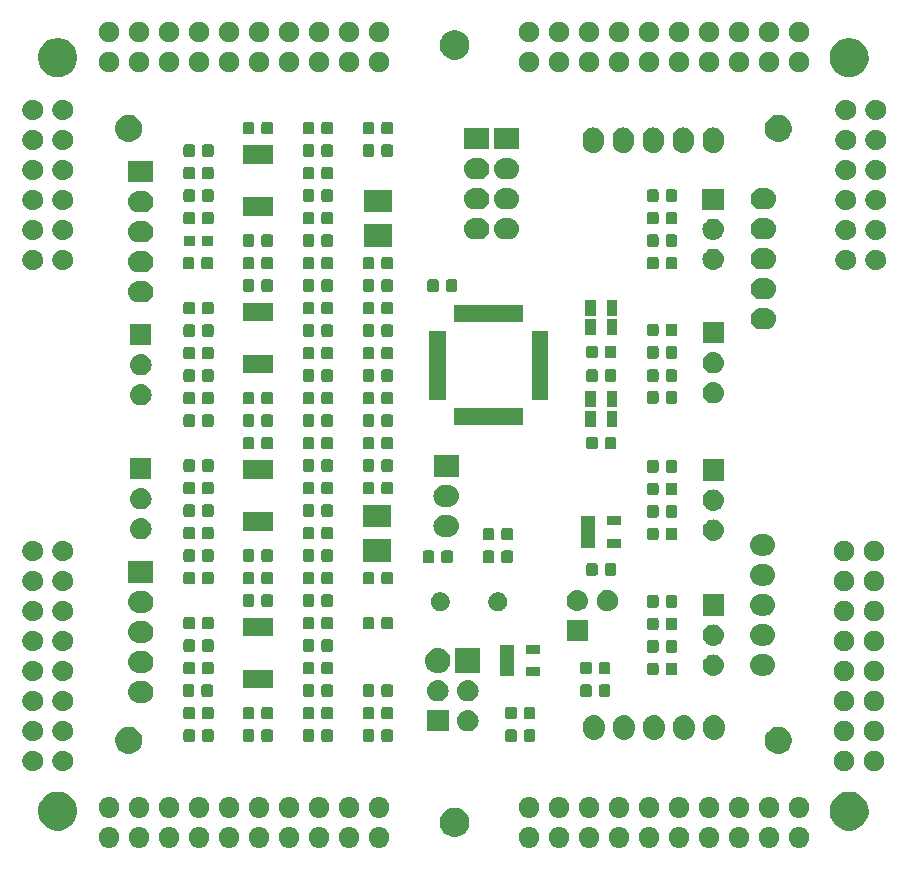
<source format=gbr>
G04 #@! TF.GenerationSoftware,KiCad,Pcbnew,(5.1.2)-2*
G04 #@! TF.CreationDate,2019-08-28T15:06:32+03:00*
G04 #@! TF.ProjectId,AD1938,41443139-3338-42e6-9b69-6361645f7063,rev?*
G04 #@! TF.SameCoordinates,Original*
G04 #@! TF.FileFunction,Soldermask,Top*
G04 #@! TF.FilePolarity,Negative*
%FSLAX46Y46*%
G04 Gerber Fmt 4.6, Leading zero omitted, Abs format (unit mm)*
G04 Created by KiCad (PCBNEW (5.1.2)-2) date 2019-08-28 15:06:32*
%MOMM*%
%LPD*%
G04 APERTURE LIST*
%ADD10C,0.100000*%
G04 APERTURE END LIST*
D10*
G36*
X152940165Y-133884988D02*
G01*
X153036666Y-133904183D01*
X153102738Y-133931551D01*
X153196177Y-133970255D01*
X153339736Y-134066178D01*
X153461822Y-134188264D01*
X153557745Y-134331823D01*
X153623817Y-134491335D01*
X153657500Y-134660671D01*
X153657500Y-134833329D01*
X153623817Y-135002665D01*
X153557745Y-135162177D01*
X153461822Y-135305736D01*
X153339736Y-135427822D01*
X153196177Y-135523745D01*
X153102738Y-135562449D01*
X153036666Y-135589817D01*
X152951997Y-135606659D01*
X152867329Y-135623500D01*
X152694671Y-135623500D01*
X152610003Y-135606659D01*
X152525334Y-135589817D01*
X152459262Y-135562449D01*
X152365823Y-135523745D01*
X152222264Y-135427822D01*
X152100178Y-135305736D01*
X152004255Y-135162177D01*
X151938183Y-135002665D01*
X151904500Y-134833329D01*
X151904500Y-134660671D01*
X151938183Y-134491335D01*
X152004255Y-134331823D01*
X152100178Y-134188264D01*
X152222264Y-134066178D01*
X152365823Y-133970255D01*
X152459262Y-133931551D01*
X152525334Y-133904183D01*
X152621835Y-133884988D01*
X152694671Y-133870500D01*
X152867329Y-133870500D01*
X152940165Y-133884988D01*
X152940165Y-133884988D01*
G37*
G36*
X150400165Y-133884988D02*
G01*
X150496666Y-133904183D01*
X150562738Y-133931551D01*
X150656177Y-133970255D01*
X150799736Y-134066178D01*
X150921822Y-134188264D01*
X151017745Y-134331823D01*
X151083817Y-134491335D01*
X151117500Y-134660671D01*
X151117500Y-134833329D01*
X151083817Y-135002665D01*
X151017745Y-135162177D01*
X150921822Y-135305736D01*
X150799736Y-135427822D01*
X150656177Y-135523745D01*
X150562738Y-135562449D01*
X150496666Y-135589817D01*
X150411997Y-135606659D01*
X150327329Y-135623500D01*
X150154671Y-135623500D01*
X150070003Y-135606659D01*
X149985334Y-135589817D01*
X149919262Y-135562449D01*
X149825823Y-135523745D01*
X149682264Y-135427822D01*
X149560178Y-135305736D01*
X149464255Y-135162177D01*
X149398183Y-135002665D01*
X149364500Y-134833329D01*
X149364500Y-134660671D01*
X149398183Y-134491335D01*
X149464255Y-134331823D01*
X149560178Y-134188264D01*
X149682264Y-134066178D01*
X149825823Y-133970255D01*
X149919262Y-133931551D01*
X149985334Y-133904183D01*
X150081835Y-133884988D01*
X150154671Y-133870500D01*
X150327329Y-133870500D01*
X150400165Y-133884988D01*
X150400165Y-133884988D01*
G37*
G36*
X114840165Y-133884988D02*
G01*
X114936666Y-133904183D01*
X115002738Y-133931551D01*
X115096177Y-133970255D01*
X115239736Y-134066178D01*
X115361822Y-134188264D01*
X115457745Y-134331823D01*
X115523817Y-134491335D01*
X115557500Y-134660671D01*
X115557500Y-134833329D01*
X115523817Y-135002665D01*
X115457745Y-135162177D01*
X115361822Y-135305736D01*
X115239736Y-135427822D01*
X115096177Y-135523745D01*
X115002738Y-135562449D01*
X114936666Y-135589817D01*
X114851997Y-135606659D01*
X114767329Y-135623500D01*
X114594671Y-135623500D01*
X114510003Y-135606659D01*
X114425334Y-135589817D01*
X114359262Y-135562449D01*
X114265823Y-135523745D01*
X114122264Y-135427822D01*
X114000178Y-135305736D01*
X113904255Y-135162177D01*
X113838183Y-135002665D01*
X113804500Y-134833329D01*
X113804500Y-134660671D01*
X113838183Y-134491335D01*
X113904255Y-134331823D01*
X114000178Y-134188264D01*
X114122264Y-134066178D01*
X114265823Y-133970255D01*
X114359262Y-133931551D01*
X114425334Y-133904183D01*
X114521835Y-133884988D01*
X114594671Y-133870500D01*
X114767329Y-133870500D01*
X114840165Y-133884988D01*
X114840165Y-133884988D01*
G37*
G36*
X117380165Y-133884988D02*
G01*
X117476666Y-133904183D01*
X117542738Y-133931551D01*
X117636177Y-133970255D01*
X117779736Y-134066178D01*
X117901822Y-134188264D01*
X117997745Y-134331823D01*
X118063817Y-134491335D01*
X118097500Y-134660671D01*
X118097500Y-134833329D01*
X118063817Y-135002665D01*
X117997745Y-135162177D01*
X117901822Y-135305736D01*
X117779736Y-135427822D01*
X117636177Y-135523745D01*
X117542738Y-135562449D01*
X117476666Y-135589817D01*
X117391997Y-135606659D01*
X117307329Y-135623500D01*
X117134671Y-135623500D01*
X117050003Y-135606659D01*
X116965334Y-135589817D01*
X116899262Y-135562449D01*
X116805823Y-135523745D01*
X116662264Y-135427822D01*
X116540178Y-135305736D01*
X116444255Y-135162177D01*
X116378183Y-135002665D01*
X116344500Y-134833329D01*
X116344500Y-134660671D01*
X116378183Y-134491335D01*
X116444255Y-134331823D01*
X116540178Y-134188264D01*
X116662264Y-134066178D01*
X116805823Y-133970255D01*
X116899262Y-133931551D01*
X116965334Y-133904183D01*
X117061835Y-133884988D01*
X117134671Y-133870500D01*
X117307329Y-133870500D01*
X117380165Y-133884988D01*
X117380165Y-133884988D01*
G37*
G36*
X130080165Y-133884988D02*
G01*
X130176666Y-133904183D01*
X130242738Y-133931551D01*
X130336177Y-133970255D01*
X130479736Y-134066178D01*
X130601822Y-134188264D01*
X130697745Y-134331823D01*
X130763817Y-134491335D01*
X130797500Y-134660671D01*
X130797500Y-134833329D01*
X130763817Y-135002665D01*
X130697745Y-135162177D01*
X130601822Y-135305736D01*
X130479736Y-135427822D01*
X130336177Y-135523745D01*
X130242738Y-135562449D01*
X130176666Y-135589817D01*
X130091997Y-135606659D01*
X130007329Y-135623500D01*
X129834671Y-135623500D01*
X129750003Y-135606659D01*
X129665334Y-135589817D01*
X129599262Y-135562449D01*
X129505823Y-135523745D01*
X129362264Y-135427822D01*
X129240178Y-135305736D01*
X129144255Y-135162177D01*
X129078183Y-135002665D01*
X129044500Y-134833329D01*
X129044500Y-134660671D01*
X129078183Y-134491335D01*
X129144255Y-134331823D01*
X129240178Y-134188264D01*
X129362264Y-134066178D01*
X129505823Y-133970255D01*
X129599262Y-133931551D01*
X129665334Y-133904183D01*
X129761835Y-133884988D01*
X129834671Y-133870500D01*
X130007329Y-133870500D01*
X130080165Y-133884988D01*
X130080165Y-133884988D01*
G37*
G36*
X132620165Y-133884988D02*
G01*
X132716666Y-133904183D01*
X132782738Y-133931551D01*
X132876177Y-133970255D01*
X133019736Y-134066178D01*
X133141822Y-134188264D01*
X133237745Y-134331823D01*
X133303817Y-134491335D01*
X133337500Y-134660671D01*
X133337500Y-134833329D01*
X133303817Y-135002665D01*
X133237745Y-135162177D01*
X133141822Y-135305736D01*
X133019736Y-135427822D01*
X132876177Y-135523745D01*
X132782738Y-135562449D01*
X132716666Y-135589817D01*
X132631997Y-135606659D01*
X132547329Y-135623500D01*
X132374671Y-135623500D01*
X132290003Y-135606659D01*
X132205334Y-135589817D01*
X132139262Y-135562449D01*
X132045823Y-135523745D01*
X131902264Y-135427822D01*
X131780178Y-135305736D01*
X131684255Y-135162177D01*
X131618183Y-135002665D01*
X131584500Y-134833329D01*
X131584500Y-134660671D01*
X131618183Y-134491335D01*
X131684255Y-134331823D01*
X131780178Y-134188264D01*
X131902264Y-134066178D01*
X132045823Y-133970255D01*
X132139262Y-133931551D01*
X132205334Y-133904183D01*
X132301835Y-133884988D01*
X132374671Y-133870500D01*
X132547329Y-133870500D01*
X132620165Y-133884988D01*
X132620165Y-133884988D01*
G37*
G36*
X135160165Y-133884988D02*
G01*
X135256666Y-133904183D01*
X135322738Y-133931551D01*
X135416177Y-133970255D01*
X135559736Y-134066178D01*
X135681822Y-134188264D01*
X135777745Y-134331823D01*
X135843817Y-134491335D01*
X135877500Y-134660671D01*
X135877500Y-134833329D01*
X135843817Y-135002665D01*
X135777745Y-135162177D01*
X135681822Y-135305736D01*
X135559736Y-135427822D01*
X135416177Y-135523745D01*
X135322738Y-135562449D01*
X135256666Y-135589817D01*
X135171997Y-135606659D01*
X135087329Y-135623500D01*
X134914671Y-135623500D01*
X134830003Y-135606659D01*
X134745334Y-135589817D01*
X134679262Y-135562449D01*
X134585823Y-135523745D01*
X134442264Y-135427822D01*
X134320178Y-135305736D01*
X134224255Y-135162177D01*
X134158183Y-135002665D01*
X134124500Y-134833329D01*
X134124500Y-134660671D01*
X134158183Y-134491335D01*
X134224255Y-134331823D01*
X134320178Y-134188264D01*
X134442264Y-134066178D01*
X134585823Y-133970255D01*
X134679262Y-133931551D01*
X134745334Y-133904183D01*
X134841835Y-133884988D01*
X134914671Y-133870500D01*
X135087329Y-133870500D01*
X135160165Y-133884988D01*
X135160165Y-133884988D01*
G37*
G36*
X137700165Y-133884988D02*
G01*
X137796666Y-133904183D01*
X137862738Y-133931551D01*
X137956177Y-133970255D01*
X138099736Y-134066178D01*
X138221822Y-134188264D01*
X138317745Y-134331823D01*
X138383817Y-134491335D01*
X138417500Y-134660671D01*
X138417500Y-134833329D01*
X138383817Y-135002665D01*
X138317745Y-135162177D01*
X138221822Y-135305736D01*
X138099736Y-135427822D01*
X137956177Y-135523745D01*
X137862738Y-135562449D01*
X137796666Y-135589817D01*
X137711997Y-135606659D01*
X137627329Y-135623500D01*
X137454671Y-135623500D01*
X137370003Y-135606659D01*
X137285334Y-135589817D01*
X137219262Y-135562449D01*
X137125823Y-135523745D01*
X136982264Y-135427822D01*
X136860178Y-135305736D01*
X136764255Y-135162177D01*
X136698183Y-135002665D01*
X136664500Y-134833329D01*
X136664500Y-134660671D01*
X136698183Y-134491335D01*
X136764255Y-134331823D01*
X136860178Y-134188264D01*
X136982264Y-134066178D01*
X137125823Y-133970255D01*
X137219262Y-133931551D01*
X137285334Y-133904183D01*
X137381835Y-133884988D01*
X137454671Y-133870500D01*
X137627329Y-133870500D01*
X137700165Y-133884988D01*
X137700165Y-133884988D01*
G37*
G36*
X140240165Y-133884988D02*
G01*
X140336666Y-133904183D01*
X140402738Y-133931551D01*
X140496177Y-133970255D01*
X140639736Y-134066178D01*
X140761822Y-134188264D01*
X140857745Y-134331823D01*
X140923817Y-134491335D01*
X140957500Y-134660671D01*
X140957500Y-134833329D01*
X140923817Y-135002665D01*
X140857745Y-135162177D01*
X140761822Y-135305736D01*
X140639736Y-135427822D01*
X140496177Y-135523745D01*
X140402738Y-135562449D01*
X140336666Y-135589817D01*
X140251997Y-135606659D01*
X140167329Y-135623500D01*
X139994671Y-135623500D01*
X139910003Y-135606659D01*
X139825334Y-135589817D01*
X139759262Y-135562449D01*
X139665823Y-135523745D01*
X139522264Y-135427822D01*
X139400178Y-135305736D01*
X139304255Y-135162177D01*
X139238183Y-135002665D01*
X139204500Y-134833329D01*
X139204500Y-134660671D01*
X139238183Y-134491335D01*
X139304255Y-134331823D01*
X139400178Y-134188264D01*
X139522264Y-134066178D01*
X139665823Y-133970255D01*
X139759262Y-133931551D01*
X139825334Y-133904183D01*
X139921835Y-133884988D01*
X139994671Y-133870500D01*
X140167329Y-133870500D01*
X140240165Y-133884988D01*
X140240165Y-133884988D01*
G37*
G36*
X142780165Y-133884988D02*
G01*
X142876666Y-133904183D01*
X142942738Y-133931551D01*
X143036177Y-133970255D01*
X143179736Y-134066178D01*
X143301822Y-134188264D01*
X143397745Y-134331823D01*
X143463817Y-134491335D01*
X143497500Y-134660671D01*
X143497500Y-134833329D01*
X143463817Y-135002665D01*
X143397745Y-135162177D01*
X143301822Y-135305736D01*
X143179736Y-135427822D01*
X143036177Y-135523745D01*
X142942738Y-135562449D01*
X142876666Y-135589817D01*
X142791997Y-135606659D01*
X142707329Y-135623500D01*
X142534671Y-135623500D01*
X142450003Y-135606659D01*
X142365334Y-135589817D01*
X142299262Y-135562449D01*
X142205823Y-135523745D01*
X142062264Y-135427822D01*
X141940178Y-135305736D01*
X141844255Y-135162177D01*
X141778183Y-135002665D01*
X141744500Y-134833329D01*
X141744500Y-134660671D01*
X141778183Y-134491335D01*
X141844255Y-134331823D01*
X141940178Y-134188264D01*
X142062264Y-134066178D01*
X142205823Y-133970255D01*
X142299262Y-133931551D01*
X142365334Y-133904183D01*
X142461835Y-133884988D01*
X142534671Y-133870500D01*
X142707329Y-133870500D01*
X142780165Y-133884988D01*
X142780165Y-133884988D01*
G37*
G36*
X145320165Y-133884988D02*
G01*
X145416666Y-133904183D01*
X145482738Y-133931551D01*
X145576177Y-133970255D01*
X145719736Y-134066178D01*
X145841822Y-134188264D01*
X145937745Y-134331823D01*
X146003817Y-134491335D01*
X146037500Y-134660671D01*
X146037500Y-134833329D01*
X146003817Y-135002665D01*
X145937745Y-135162177D01*
X145841822Y-135305736D01*
X145719736Y-135427822D01*
X145576177Y-135523745D01*
X145482738Y-135562449D01*
X145416666Y-135589817D01*
X145331997Y-135606659D01*
X145247329Y-135623500D01*
X145074671Y-135623500D01*
X144990003Y-135606659D01*
X144905334Y-135589817D01*
X144839262Y-135562449D01*
X144745823Y-135523745D01*
X144602264Y-135427822D01*
X144480178Y-135305736D01*
X144384255Y-135162177D01*
X144318183Y-135002665D01*
X144284500Y-134833329D01*
X144284500Y-134660671D01*
X144318183Y-134491335D01*
X144384255Y-134331823D01*
X144480178Y-134188264D01*
X144602264Y-134066178D01*
X144745823Y-133970255D01*
X144839262Y-133931551D01*
X144905334Y-133904183D01*
X145001835Y-133884988D01*
X145074671Y-133870500D01*
X145247329Y-133870500D01*
X145320165Y-133884988D01*
X145320165Y-133884988D01*
G37*
G36*
X94520165Y-133884988D02*
G01*
X94616666Y-133904183D01*
X94682738Y-133931551D01*
X94776177Y-133970255D01*
X94919736Y-134066178D01*
X95041822Y-134188264D01*
X95137745Y-134331823D01*
X95203817Y-134491335D01*
X95237500Y-134660671D01*
X95237500Y-134833329D01*
X95203817Y-135002665D01*
X95137745Y-135162177D01*
X95041822Y-135305736D01*
X94919736Y-135427822D01*
X94776177Y-135523745D01*
X94682738Y-135562449D01*
X94616666Y-135589817D01*
X94531997Y-135606659D01*
X94447329Y-135623500D01*
X94274671Y-135623500D01*
X94190003Y-135606659D01*
X94105334Y-135589817D01*
X94039262Y-135562449D01*
X93945823Y-135523745D01*
X93802264Y-135427822D01*
X93680178Y-135305736D01*
X93584255Y-135162177D01*
X93518183Y-135002665D01*
X93484500Y-134833329D01*
X93484500Y-134660671D01*
X93518183Y-134491335D01*
X93584255Y-134331823D01*
X93680178Y-134188264D01*
X93802264Y-134066178D01*
X93945823Y-133970255D01*
X94039262Y-133931551D01*
X94105334Y-133904183D01*
X94201835Y-133884988D01*
X94274671Y-133870500D01*
X94447329Y-133870500D01*
X94520165Y-133884988D01*
X94520165Y-133884988D01*
G37*
G36*
X97060165Y-133884988D02*
G01*
X97156666Y-133904183D01*
X97222738Y-133931551D01*
X97316177Y-133970255D01*
X97459736Y-134066178D01*
X97581822Y-134188264D01*
X97677745Y-134331823D01*
X97743817Y-134491335D01*
X97777500Y-134660671D01*
X97777500Y-134833329D01*
X97743817Y-135002665D01*
X97677745Y-135162177D01*
X97581822Y-135305736D01*
X97459736Y-135427822D01*
X97316177Y-135523745D01*
X97222738Y-135562449D01*
X97156666Y-135589817D01*
X97071997Y-135606659D01*
X96987329Y-135623500D01*
X96814671Y-135623500D01*
X96730003Y-135606659D01*
X96645334Y-135589817D01*
X96579262Y-135562449D01*
X96485823Y-135523745D01*
X96342264Y-135427822D01*
X96220178Y-135305736D01*
X96124255Y-135162177D01*
X96058183Y-135002665D01*
X96024500Y-134833329D01*
X96024500Y-134660671D01*
X96058183Y-134491335D01*
X96124255Y-134331823D01*
X96220178Y-134188264D01*
X96342264Y-134066178D01*
X96485823Y-133970255D01*
X96579262Y-133931551D01*
X96645334Y-133904183D01*
X96741835Y-133884988D01*
X96814671Y-133870500D01*
X96987329Y-133870500D01*
X97060165Y-133884988D01*
X97060165Y-133884988D01*
G37*
G36*
X99600165Y-133884988D02*
G01*
X99696666Y-133904183D01*
X99762738Y-133931551D01*
X99856177Y-133970255D01*
X99999736Y-134066178D01*
X100121822Y-134188264D01*
X100217745Y-134331823D01*
X100283817Y-134491335D01*
X100317500Y-134660671D01*
X100317500Y-134833329D01*
X100283817Y-135002665D01*
X100217745Y-135162177D01*
X100121822Y-135305736D01*
X99999736Y-135427822D01*
X99856177Y-135523745D01*
X99762738Y-135562449D01*
X99696666Y-135589817D01*
X99611997Y-135606659D01*
X99527329Y-135623500D01*
X99354671Y-135623500D01*
X99270003Y-135606659D01*
X99185334Y-135589817D01*
X99119262Y-135562449D01*
X99025823Y-135523745D01*
X98882264Y-135427822D01*
X98760178Y-135305736D01*
X98664255Y-135162177D01*
X98598183Y-135002665D01*
X98564500Y-134833329D01*
X98564500Y-134660671D01*
X98598183Y-134491335D01*
X98664255Y-134331823D01*
X98760178Y-134188264D01*
X98882264Y-134066178D01*
X99025823Y-133970255D01*
X99119262Y-133931551D01*
X99185334Y-133904183D01*
X99281835Y-133884988D01*
X99354671Y-133870500D01*
X99527329Y-133870500D01*
X99600165Y-133884988D01*
X99600165Y-133884988D01*
G37*
G36*
X102140165Y-133884988D02*
G01*
X102236666Y-133904183D01*
X102302738Y-133931551D01*
X102396177Y-133970255D01*
X102539736Y-134066178D01*
X102661822Y-134188264D01*
X102757745Y-134331823D01*
X102823817Y-134491335D01*
X102857500Y-134660671D01*
X102857500Y-134833329D01*
X102823817Y-135002665D01*
X102757745Y-135162177D01*
X102661822Y-135305736D01*
X102539736Y-135427822D01*
X102396177Y-135523745D01*
X102302738Y-135562449D01*
X102236666Y-135589817D01*
X102151997Y-135606659D01*
X102067329Y-135623500D01*
X101894671Y-135623500D01*
X101810003Y-135606659D01*
X101725334Y-135589817D01*
X101659262Y-135562449D01*
X101565823Y-135523745D01*
X101422264Y-135427822D01*
X101300178Y-135305736D01*
X101204255Y-135162177D01*
X101138183Y-135002665D01*
X101104500Y-134833329D01*
X101104500Y-134660671D01*
X101138183Y-134491335D01*
X101204255Y-134331823D01*
X101300178Y-134188264D01*
X101422264Y-134066178D01*
X101565823Y-133970255D01*
X101659262Y-133931551D01*
X101725334Y-133904183D01*
X101821835Y-133884988D01*
X101894671Y-133870500D01*
X102067329Y-133870500D01*
X102140165Y-133884988D01*
X102140165Y-133884988D01*
G37*
G36*
X104680165Y-133884988D02*
G01*
X104776666Y-133904183D01*
X104842738Y-133931551D01*
X104936177Y-133970255D01*
X105079736Y-134066178D01*
X105201822Y-134188264D01*
X105297745Y-134331823D01*
X105363817Y-134491335D01*
X105397500Y-134660671D01*
X105397500Y-134833329D01*
X105363817Y-135002665D01*
X105297745Y-135162177D01*
X105201822Y-135305736D01*
X105079736Y-135427822D01*
X104936177Y-135523745D01*
X104842738Y-135562449D01*
X104776666Y-135589817D01*
X104691997Y-135606659D01*
X104607329Y-135623500D01*
X104434671Y-135623500D01*
X104350003Y-135606659D01*
X104265334Y-135589817D01*
X104199262Y-135562449D01*
X104105823Y-135523745D01*
X103962264Y-135427822D01*
X103840178Y-135305736D01*
X103744255Y-135162177D01*
X103678183Y-135002665D01*
X103644500Y-134833329D01*
X103644500Y-134660671D01*
X103678183Y-134491335D01*
X103744255Y-134331823D01*
X103840178Y-134188264D01*
X103962264Y-134066178D01*
X104105823Y-133970255D01*
X104199262Y-133931551D01*
X104265334Y-133904183D01*
X104361835Y-133884988D01*
X104434671Y-133870500D01*
X104607329Y-133870500D01*
X104680165Y-133884988D01*
X104680165Y-133884988D01*
G37*
G36*
X107220165Y-133884988D02*
G01*
X107316666Y-133904183D01*
X107382738Y-133931551D01*
X107476177Y-133970255D01*
X107619736Y-134066178D01*
X107741822Y-134188264D01*
X107837745Y-134331823D01*
X107903817Y-134491335D01*
X107937500Y-134660671D01*
X107937500Y-134833329D01*
X107903817Y-135002665D01*
X107837745Y-135162177D01*
X107741822Y-135305736D01*
X107619736Y-135427822D01*
X107476177Y-135523745D01*
X107382738Y-135562449D01*
X107316666Y-135589817D01*
X107231997Y-135606659D01*
X107147329Y-135623500D01*
X106974671Y-135623500D01*
X106890003Y-135606659D01*
X106805334Y-135589817D01*
X106739262Y-135562449D01*
X106645823Y-135523745D01*
X106502264Y-135427822D01*
X106380178Y-135305736D01*
X106284255Y-135162177D01*
X106218183Y-135002665D01*
X106184500Y-134833329D01*
X106184500Y-134660671D01*
X106218183Y-134491335D01*
X106284255Y-134331823D01*
X106380178Y-134188264D01*
X106502264Y-134066178D01*
X106645823Y-133970255D01*
X106739262Y-133931551D01*
X106805334Y-133904183D01*
X106901835Y-133884988D01*
X106974671Y-133870500D01*
X107147329Y-133870500D01*
X107220165Y-133884988D01*
X107220165Y-133884988D01*
G37*
G36*
X109760165Y-133884988D02*
G01*
X109856666Y-133904183D01*
X109922738Y-133931551D01*
X110016177Y-133970255D01*
X110159736Y-134066178D01*
X110281822Y-134188264D01*
X110377745Y-134331823D01*
X110443817Y-134491335D01*
X110477500Y-134660671D01*
X110477500Y-134833329D01*
X110443817Y-135002665D01*
X110377745Y-135162177D01*
X110281822Y-135305736D01*
X110159736Y-135427822D01*
X110016177Y-135523745D01*
X109922738Y-135562449D01*
X109856666Y-135589817D01*
X109771997Y-135606659D01*
X109687329Y-135623500D01*
X109514671Y-135623500D01*
X109430003Y-135606659D01*
X109345334Y-135589817D01*
X109279262Y-135562449D01*
X109185823Y-135523745D01*
X109042264Y-135427822D01*
X108920178Y-135305736D01*
X108824255Y-135162177D01*
X108758183Y-135002665D01*
X108724500Y-134833329D01*
X108724500Y-134660671D01*
X108758183Y-134491335D01*
X108824255Y-134331823D01*
X108920178Y-134188264D01*
X109042264Y-134066178D01*
X109185823Y-133970255D01*
X109279262Y-133931551D01*
X109345334Y-133904183D01*
X109441835Y-133884988D01*
X109514671Y-133870500D01*
X109687329Y-133870500D01*
X109760165Y-133884988D01*
X109760165Y-133884988D01*
G37*
G36*
X112300165Y-133884988D02*
G01*
X112396666Y-133904183D01*
X112462738Y-133931551D01*
X112556177Y-133970255D01*
X112699736Y-134066178D01*
X112821822Y-134188264D01*
X112917745Y-134331823D01*
X112983817Y-134491335D01*
X113017500Y-134660671D01*
X113017500Y-134833329D01*
X112983817Y-135002665D01*
X112917745Y-135162177D01*
X112821822Y-135305736D01*
X112699736Y-135427822D01*
X112556177Y-135523745D01*
X112462738Y-135562449D01*
X112396666Y-135589817D01*
X112311997Y-135606659D01*
X112227329Y-135623500D01*
X112054671Y-135623500D01*
X111970003Y-135606659D01*
X111885334Y-135589817D01*
X111819262Y-135562449D01*
X111725823Y-135523745D01*
X111582264Y-135427822D01*
X111460178Y-135305736D01*
X111364255Y-135162177D01*
X111298183Y-135002665D01*
X111264500Y-134833329D01*
X111264500Y-134660671D01*
X111298183Y-134491335D01*
X111364255Y-134331823D01*
X111460178Y-134188264D01*
X111582264Y-134066178D01*
X111725823Y-133970255D01*
X111819262Y-133931551D01*
X111885334Y-133904183D01*
X111981835Y-133884988D01*
X112054671Y-133870500D01*
X112227329Y-133870500D01*
X112300165Y-133884988D01*
X112300165Y-133884988D01*
G37*
G36*
X147860165Y-133884988D02*
G01*
X147956666Y-133904183D01*
X148022738Y-133931551D01*
X148116177Y-133970255D01*
X148259736Y-134066178D01*
X148381822Y-134188264D01*
X148477745Y-134331823D01*
X148543817Y-134491335D01*
X148577500Y-134660671D01*
X148577500Y-134833329D01*
X148543817Y-135002665D01*
X148477745Y-135162177D01*
X148381822Y-135305736D01*
X148259736Y-135427822D01*
X148116177Y-135523745D01*
X148022738Y-135562449D01*
X147956666Y-135589817D01*
X147871997Y-135606659D01*
X147787329Y-135623500D01*
X147614671Y-135623500D01*
X147530003Y-135606659D01*
X147445334Y-135589817D01*
X147379262Y-135562449D01*
X147285823Y-135523745D01*
X147142264Y-135427822D01*
X147020178Y-135305736D01*
X146924255Y-135162177D01*
X146858183Y-135002665D01*
X146824500Y-134833329D01*
X146824500Y-134660671D01*
X146858183Y-134491335D01*
X146924255Y-134331823D01*
X147020178Y-134188264D01*
X147142264Y-134066178D01*
X147285823Y-133970255D01*
X147379262Y-133931551D01*
X147445334Y-133904183D01*
X147541835Y-133884988D01*
X147614671Y-133870500D01*
X147787329Y-133870500D01*
X147860165Y-133884988D01*
X147860165Y-133884988D01*
G37*
G36*
X123984610Y-132268036D02*
G01*
X124197916Y-132356391D01*
X124212097Y-132362265D01*
X124416828Y-132499062D01*
X124590938Y-132673172D01*
X124727736Y-132877905D01*
X124821964Y-133105390D01*
X124870000Y-133346884D01*
X124870000Y-133593116D01*
X124821964Y-133834610D01*
X124760872Y-133982097D01*
X124727735Y-134062097D01*
X124590938Y-134266828D01*
X124416828Y-134440938D01*
X124212097Y-134577735D01*
X124212096Y-134577736D01*
X124212095Y-134577736D01*
X123984610Y-134671964D01*
X123743116Y-134720000D01*
X123496884Y-134720000D01*
X123255390Y-134671964D01*
X123027905Y-134577736D01*
X123027904Y-134577736D01*
X123027903Y-134577735D01*
X122823172Y-134440938D01*
X122649062Y-134266828D01*
X122512265Y-134062097D01*
X122479128Y-133982097D01*
X122418036Y-133834610D01*
X122370000Y-133593116D01*
X122370000Y-133346884D01*
X122418036Y-133105390D01*
X122512264Y-132877905D01*
X122649062Y-132673172D01*
X122823172Y-132499062D01*
X123027903Y-132362265D01*
X123042084Y-132356391D01*
X123255390Y-132268036D01*
X123496884Y-132220000D01*
X123743116Y-132220000D01*
X123984610Y-132268036D01*
X123984610Y-132268036D01*
G37*
G36*
X90388256Y-130910298D02*
G01*
X90494579Y-130931447D01*
X90795042Y-131055903D01*
X91065451Y-131236585D01*
X91295415Y-131466549D01*
X91295416Y-131466551D01*
X91476098Y-131736960D01*
X91498823Y-131791823D01*
X91564895Y-131951334D01*
X91600553Y-132037422D01*
X91646426Y-132268037D01*
X91664000Y-132356391D01*
X91664000Y-132681609D01*
X91600553Y-133000579D01*
X91476097Y-133301042D01*
X91295415Y-133571451D01*
X91065451Y-133801415D01*
X90795042Y-133982097D01*
X90494579Y-134106553D01*
X90421949Y-134121000D01*
X90175611Y-134170000D01*
X89850389Y-134170000D01*
X89604051Y-134121000D01*
X89531421Y-134106553D01*
X89230958Y-133982097D01*
X88960549Y-133801415D01*
X88730585Y-133571451D01*
X88549903Y-133301042D01*
X88425447Y-133000579D01*
X88362000Y-132681609D01*
X88362000Y-132356391D01*
X88379575Y-132268037D01*
X88425447Y-132037422D01*
X88461106Y-131951334D01*
X88527177Y-131791823D01*
X88549902Y-131736960D01*
X88730584Y-131466551D01*
X88730585Y-131466549D01*
X88960549Y-131236585D01*
X89230958Y-131055903D01*
X89531421Y-130931447D01*
X89637744Y-130910298D01*
X89850389Y-130868000D01*
X90175611Y-130868000D01*
X90388256Y-130910298D01*
X90388256Y-130910298D01*
G37*
G36*
X157388256Y-130910298D02*
G01*
X157494579Y-130931447D01*
X157795042Y-131055903D01*
X158065451Y-131236585D01*
X158295415Y-131466549D01*
X158295416Y-131466551D01*
X158476098Y-131736960D01*
X158498823Y-131791823D01*
X158564895Y-131951334D01*
X158600553Y-132037422D01*
X158646426Y-132268037D01*
X158664000Y-132356391D01*
X158664000Y-132681609D01*
X158600553Y-133000579D01*
X158476097Y-133301042D01*
X158295415Y-133571451D01*
X158065451Y-133801415D01*
X157795042Y-133982097D01*
X157494579Y-134106553D01*
X157421949Y-134121000D01*
X157175611Y-134170000D01*
X156850389Y-134170000D01*
X156604051Y-134121000D01*
X156531421Y-134106553D01*
X156230958Y-133982097D01*
X155960549Y-133801415D01*
X155730585Y-133571451D01*
X155549903Y-133301042D01*
X155425447Y-133000579D01*
X155362000Y-132681609D01*
X155362000Y-132356391D01*
X155379575Y-132268037D01*
X155425447Y-132037422D01*
X155461106Y-131951334D01*
X155527177Y-131791823D01*
X155549902Y-131736960D01*
X155730584Y-131466551D01*
X155730585Y-131466549D01*
X155960549Y-131236585D01*
X156230958Y-131055903D01*
X156531421Y-130931447D01*
X156637744Y-130910298D01*
X156850389Y-130868000D01*
X157175611Y-130868000D01*
X157388256Y-130910298D01*
X157388256Y-130910298D01*
G37*
G36*
X135171997Y-131347341D02*
G01*
X135256666Y-131364183D01*
X135322738Y-131391551D01*
X135416177Y-131430255D01*
X135559736Y-131526178D01*
X135681822Y-131648264D01*
X135777745Y-131791823D01*
X135843817Y-131951335D01*
X135877500Y-132120671D01*
X135877500Y-132293329D01*
X135843817Y-132462665D01*
X135777745Y-132622177D01*
X135681822Y-132765736D01*
X135559736Y-132887822D01*
X135416177Y-132983745D01*
X135322738Y-133022449D01*
X135256666Y-133049817D01*
X135171997Y-133066659D01*
X135087329Y-133083500D01*
X134914671Y-133083500D01*
X134830003Y-133066659D01*
X134745334Y-133049817D01*
X134679262Y-133022449D01*
X134585823Y-132983745D01*
X134442264Y-132887822D01*
X134320178Y-132765736D01*
X134224255Y-132622177D01*
X134158183Y-132462665D01*
X134124500Y-132293329D01*
X134124500Y-132120671D01*
X134158183Y-131951335D01*
X134224255Y-131791823D01*
X134320178Y-131648264D01*
X134442264Y-131526178D01*
X134585823Y-131430255D01*
X134679262Y-131391551D01*
X134745334Y-131364183D01*
X134830003Y-131347341D01*
X134914671Y-131330500D01*
X135087329Y-131330500D01*
X135171997Y-131347341D01*
X135171997Y-131347341D01*
G37*
G36*
X102151997Y-131347341D02*
G01*
X102236666Y-131364183D01*
X102302738Y-131391551D01*
X102396177Y-131430255D01*
X102539736Y-131526178D01*
X102661822Y-131648264D01*
X102757745Y-131791823D01*
X102823817Y-131951335D01*
X102857500Y-132120671D01*
X102857500Y-132293329D01*
X102823817Y-132462665D01*
X102757745Y-132622177D01*
X102661822Y-132765736D01*
X102539736Y-132887822D01*
X102396177Y-132983745D01*
X102302738Y-133022449D01*
X102236666Y-133049817D01*
X102151997Y-133066659D01*
X102067329Y-133083500D01*
X101894671Y-133083500D01*
X101810003Y-133066659D01*
X101725334Y-133049817D01*
X101659262Y-133022449D01*
X101565823Y-132983745D01*
X101422264Y-132887822D01*
X101300178Y-132765736D01*
X101204255Y-132622177D01*
X101138183Y-132462665D01*
X101104500Y-132293329D01*
X101104500Y-132120671D01*
X101138183Y-131951335D01*
X101204255Y-131791823D01*
X101300178Y-131648264D01*
X101422264Y-131526178D01*
X101565823Y-131430255D01*
X101659262Y-131391551D01*
X101725334Y-131364183D01*
X101810003Y-131347341D01*
X101894671Y-131330500D01*
X102067329Y-131330500D01*
X102151997Y-131347341D01*
X102151997Y-131347341D01*
G37*
G36*
X117391997Y-131347341D02*
G01*
X117476666Y-131364183D01*
X117542738Y-131391551D01*
X117636177Y-131430255D01*
X117779736Y-131526178D01*
X117901822Y-131648264D01*
X117997745Y-131791823D01*
X118063817Y-131951335D01*
X118097500Y-132120671D01*
X118097500Y-132293329D01*
X118063817Y-132462665D01*
X117997745Y-132622177D01*
X117901822Y-132765736D01*
X117779736Y-132887822D01*
X117636177Y-132983745D01*
X117542738Y-133022449D01*
X117476666Y-133049817D01*
X117391997Y-133066659D01*
X117307329Y-133083500D01*
X117134671Y-133083500D01*
X117050003Y-133066659D01*
X116965334Y-133049817D01*
X116899262Y-133022449D01*
X116805823Y-132983745D01*
X116662264Y-132887822D01*
X116540178Y-132765736D01*
X116444255Y-132622177D01*
X116378183Y-132462665D01*
X116344500Y-132293329D01*
X116344500Y-132120671D01*
X116378183Y-131951335D01*
X116444255Y-131791823D01*
X116540178Y-131648264D01*
X116662264Y-131526178D01*
X116805823Y-131430255D01*
X116899262Y-131391551D01*
X116965334Y-131364183D01*
X117050003Y-131347341D01*
X117134671Y-131330500D01*
X117307329Y-131330500D01*
X117391997Y-131347341D01*
X117391997Y-131347341D01*
G37*
G36*
X130091997Y-131347341D02*
G01*
X130176666Y-131364183D01*
X130242738Y-131391551D01*
X130336177Y-131430255D01*
X130479736Y-131526178D01*
X130601822Y-131648264D01*
X130697745Y-131791823D01*
X130763817Y-131951335D01*
X130797500Y-132120671D01*
X130797500Y-132293329D01*
X130763817Y-132462665D01*
X130697745Y-132622177D01*
X130601822Y-132765736D01*
X130479736Y-132887822D01*
X130336177Y-132983745D01*
X130242738Y-133022449D01*
X130176666Y-133049817D01*
X130091997Y-133066659D01*
X130007329Y-133083500D01*
X129834671Y-133083500D01*
X129750003Y-133066659D01*
X129665334Y-133049817D01*
X129599262Y-133022449D01*
X129505823Y-132983745D01*
X129362264Y-132887822D01*
X129240178Y-132765736D01*
X129144255Y-132622177D01*
X129078183Y-132462665D01*
X129044500Y-132293329D01*
X129044500Y-132120671D01*
X129078183Y-131951335D01*
X129144255Y-131791823D01*
X129240178Y-131648264D01*
X129362264Y-131526178D01*
X129505823Y-131430255D01*
X129599262Y-131391551D01*
X129665334Y-131364183D01*
X129750003Y-131347341D01*
X129834671Y-131330500D01*
X130007329Y-131330500D01*
X130091997Y-131347341D01*
X130091997Y-131347341D01*
G37*
G36*
X132631997Y-131347341D02*
G01*
X132716666Y-131364183D01*
X132782738Y-131391551D01*
X132876177Y-131430255D01*
X133019736Y-131526178D01*
X133141822Y-131648264D01*
X133237745Y-131791823D01*
X133303817Y-131951335D01*
X133337500Y-132120671D01*
X133337500Y-132293329D01*
X133303817Y-132462665D01*
X133237745Y-132622177D01*
X133141822Y-132765736D01*
X133019736Y-132887822D01*
X132876177Y-132983745D01*
X132782738Y-133022449D01*
X132716666Y-133049817D01*
X132631997Y-133066659D01*
X132547329Y-133083500D01*
X132374671Y-133083500D01*
X132290003Y-133066659D01*
X132205334Y-133049817D01*
X132139262Y-133022449D01*
X132045823Y-132983745D01*
X131902264Y-132887822D01*
X131780178Y-132765736D01*
X131684255Y-132622177D01*
X131618183Y-132462665D01*
X131584500Y-132293329D01*
X131584500Y-132120671D01*
X131618183Y-131951335D01*
X131684255Y-131791823D01*
X131780178Y-131648264D01*
X131902264Y-131526178D01*
X132045823Y-131430255D01*
X132139262Y-131391551D01*
X132205334Y-131364183D01*
X132290003Y-131347341D01*
X132374671Y-131330500D01*
X132547329Y-131330500D01*
X132631997Y-131347341D01*
X132631997Y-131347341D01*
G37*
G36*
X99611997Y-131347341D02*
G01*
X99696666Y-131364183D01*
X99762738Y-131391551D01*
X99856177Y-131430255D01*
X99999736Y-131526178D01*
X100121822Y-131648264D01*
X100217745Y-131791823D01*
X100283817Y-131951335D01*
X100317500Y-132120671D01*
X100317500Y-132293329D01*
X100283817Y-132462665D01*
X100217745Y-132622177D01*
X100121822Y-132765736D01*
X99999736Y-132887822D01*
X99856177Y-132983745D01*
X99762738Y-133022449D01*
X99696666Y-133049817D01*
X99611997Y-133066659D01*
X99527329Y-133083500D01*
X99354671Y-133083500D01*
X99270003Y-133066659D01*
X99185334Y-133049817D01*
X99119262Y-133022449D01*
X99025823Y-132983745D01*
X98882264Y-132887822D01*
X98760178Y-132765736D01*
X98664255Y-132622177D01*
X98598183Y-132462665D01*
X98564500Y-132293329D01*
X98564500Y-132120671D01*
X98598183Y-131951335D01*
X98664255Y-131791823D01*
X98760178Y-131648264D01*
X98882264Y-131526178D01*
X99025823Y-131430255D01*
X99119262Y-131391551D01*
X99185334Y-131364183D01*
X99270003Y-131347341D01*
X99354671Y-131330500D01*
X99527329Y-131330500D01*
X99611997Y-131347341D01*
X99611997Y-131347341D01*
G37*
G36*
X97071997Y-131347341D02*
G01*
X97156666Y-131364183D01*
X97222738Y-131391551D01*
X97316177Y-131430255D01*
X97459736Y-131526178D01*
X97581822Y-131648264D01*
X97677745Y-131791823D01*
X97743817Y-131951335D01*
X97777500Y-132120671D01*
X97777500Y-132293329D01*
X97743817Y-132462665D01*
X97677745Y-132622177D01*
X97581822Y-132765736D01*
X97459736Y-132887822D01*
X97316177Y-132983745D01*
X97222738Y-133022449D01*
X97156666Y-133049817D01*
X97071997Y-133066659D01*
X96987329Y-133083500D01*
X96814671Y-133083500D01*
X96730003Y-133066659D01*
X96645334Y-133049817D01*
X96579262Y-133022449D01*
X96485823Y-132983745D01*
X96342264Y-132887822D01*
X96220178Y-132765736D01*
X96124255Y-132622177D01*
X96058183Y-132462665D01*
X96024500Y-132293329D01*
X96024500Y-132120671D01*
X96058183Y-131951335D01*
X96124255Y-131791823D01*
X96220178Y-131648264D01*
X96342264Y-131526178D01*
X96485823Y-131430255D01*
X96579262Y-131391551D01*
X96645334Y-131364183D01*
X96730003Y-131347341D01*
X96814671Y-131330500D01*
X96987329Y-131330500D01*
X97071997Y-131347341D01*
X97071997Y-131347341D01*
G37*
G36*
X104691997Y-131347341D02*
G01*
X104776666Y-131364183D01*
X104842738Y-131391551D01*
X104936177Y-131430255D01*
X105079736Y-131526178D01*
X105201822Y-131648264D01*
X105297745Y-131791823D01*
X105363817Y-131951335D01*
X105397500Y-132120671D01*
X105397500Y-132293329D01*
X105363817Y-132462665D01*
X105297745Y-132622177D01*
X105201822Y-132765736D01*
X105079736Y-132887822D01*
X104936177Y-132983745D01*
X104842738Y-133022449D01*
X104776666Y-133049817D01*
X104691997Y-133066659D01*
X104607329Y-133083500D01*
X104434671Y-133083500D01*
X104350003Y-133066659D01*
X104265334Y-133049817D01*
X104199262Y-133022449D01*
X104105823Y-132983745D01*
X103962264Y-132887822D01*
X103840178Y-132765736D01*
X103744255Y-132622177D01*
X103678183Y-132462665D01*
X103644500Y-132293329D01*
X103644500Y-132120671D01*
X103678183Y-131951335D01*
X103744255Y-131791823D01*
X103840178Y-131648264D01*
X103962264Y-131526178D01*
X104105823Y-131430255D01*
X104199262Y-131391551D01*
X104265334Y-131364183D01*
X104350003Y-131347341D01*
X104434671Y-131330500D01*
X104607329Y-131330500D01*
X104691997Y-131347341D01*
X104691997Y-131347341D01*
G37*
G36*
X152951997Y-131347341D02*
G01*
X153036666Y-131364183D01*
X153102738Y-131391551D01*
X153196177Y-131430255D01*
X153339736Y-131526178D01*
X153461822Y-131648264D01*
X153557745Y-131791823D01*
X153623817Y-131951335D01*
X153657500Y-132120671D01*
X153657500Y-132293329D01*
X153623817Y-132462665D01*
X153557745Y-132622177D01*
X153461822Y-132765736D01*
X153339736Y-132887822D01*
X153196177Y-132983745D01*
X153102738Y-133022449D01*
X153036666Y-133049817D01*
X152951997Y-133066659D01*
X152867329Y-133083500D01*
X152694671Y-133083500D01*
X152610003Y-133066659D01*
X152525334Y-133049817D01*
X152459262Y-133022449D01*
X152365823Y-132983745D01*
X152222264Y-132887822D01*
X152100178Y-132765736D01*
X152004255Y-132622177D01*
X151938183Y-132462665D01*
X151904500Y-132293329D01*
X151904500Y-132120671D01*
X151938183Y-131951335D01*
X152004255Y-131791823D01*
X152100178Y-131648264D01*
X152222264Y-131526178D01*
X152365823Y-131430255D01*
X152459262Y-131391551D01*
X152525334Y-131364183D01*
X152610003Y-131347341D01*
X152694671Y-131330500D01*
X152867329Y-131330500D01*
X152951997Y-131347341D01*
X152951997Y-131347341D01*
G37*
G36*
X150411997Y-131347341D02*
G01*
X150496666Y-131364183D01*
X150562738Y-131391551D01*
X150656177Y-131430255D01*
X150799736Y-131526178D01*
X150921822Y-131648264D01*
X151017745Y-131791823D01*
X151083817Y-131951335D01*
X151117500Y-132120671D01*
X151117500Y-132293329D01*
X151083817Y-132462665D01*
X151017745Y-132622177D01*
X150921822Y-132765736D01*
X150799736Y-132887822D01*
X150656177Y-132983745D01*
X150562738Y-133022449D01*
X150496666Y-133049817D01*
X150411997Y-133066659D01*
X150327329Y-133083500D01*
X150154671Y-133083500D01*
X150070003Y-133066659D01*
X149985334Y-133049817D01*
X149919262Y-133022449D01*
X149825823Y-132983745D01*
X149682264Y-132887822D01*
X149560178Y-132765736D01*
X149464255Y-132622177D01*
X149398183Y-132462665D01*
X149364500Y-132293329D01*
X149364500Y-132120671D01*
X149398183Y-131951335D01*
X149464255Y-131791823D01*
X149560178Y-131648264D01*
X149682264Y-131526178D01*
X149825823Y-131430255D01*
X149919262Y-131391551D01*
X149985334Y-131364183D01*
X150070003Y-131347341D01*
X150154671Y-131330500D01*
X150327329Y-131330500D01*
X150411997Y-131347341D01*
X150411997Y-131347341D01*
G37*
G36*
X145331997Y-131347341D02*
G01*
X145416666Y-131364183D01*
X145482738Y-131391551D01*
X145576177Y-131430255D01*
X145719736Y-131526178D01*
X145841822Y-131648264D01*
X145937745Y-131791823D01*
X146003817Y-131951335D01*
X146037500Y-132120671D01*
X146037500Y-132293329D01*
X146003817Y-132462665D01*
X145937745Y-132622177D01*
X145841822Y-132765736D01*
X145719736Y-132887822D01*
X145576177Y-132983745D01*
X145482738Y-133022449D01*
X145416666Y-133049817D01*
X145331997Y-133066659D01*
X145247329Y-133083500D01*
X145074671Y-133083500D01*
X144990003Y-133066659D01*
X144905334Y-133049817D01*
X144839262Y-133022449D01*
X144745823Y-132983745D01*
X144602264Y-132887822D01*
X144480178Y-132765736D01*
X144384255Y-132622177D01*
X144318183Y-132462665D01*
X144284500Y-132293329D01*
X144284500Y-132120671D01*
X144318183Y-131951335D01*
X144384255Y-131791823D01*
X144480178Y-131648264D01*
X144602264Y-131526178D01*
X144745823Y-131430255D01*
X144839262Y-131391551D01*
X144905334Y-131364183D01*
X144990003Y-131347341D01*
X145074671Y-131330500D01*
X145247329Y-131330500D01*
X145331997Y-131347341D01*
X145331997Y-131347341D01*
G37*
G36*
X142791997Y-131347341D02*
G01*
X142876666Y-131364183D01*
X142942738Y-131391551D01*
X143036177Y-131430255D01*
X143179736Y-131526178D01*
X143301822Y-131648264D01*
X143397745Y-131791823D01*
X143463817Y-131951335D01*
X143497500Y-132120671D01*
X143497500Y-132293329D01*
X143463817Y-132462665D01*
X143397745Y-132622177D01*
X143301822Y-132765736D01*
X143179736Y-132887822D01*
X143036177Y-132983745D01*
X142942738Y-133022449D01*
X142876666Y-133049817D01*
X142791997Y-133066659D01*
X142707329Y-133083500D01*
X142534671Y-133083500D01*
X142450003Y-133066659D01*
X142365334Y-133049817D01*
X142299262Y-133022449D01*
X142205823Y-132983745D01*
X142062264Y-132887822D01*
X141940178Y-132765736D01*
X141844255Y-132622177D01*
X141778183Y-132462665D01*
X141744500Y-132293329D01*
X141744500Y-132120671D01*
X141778183Y-131951335D01*
X141844255Y-131791823D01*
X141940178Y-131648264D01*
X142062264Y-131526178D01*
X142205823Y-131430255D01*
X142299262Y-131391551D01*
X142365334Y-131364183D01*
X142450003Y-131347341D01*
X142534671Y-131330500D01*
X142707329Y-131330500D01*
X142791997Y-131347341D01*
X142791997Y-131347341D01*
G37*
G36*
X112311997Y-131347341D02*
G01*
X112396666Y-131364183D01*
X112462738Y-131391551D01*
X112556177Y-131430255D01*
X112699736Y-131526178D01*
X112821822Y-131648264D01*
X112917745Y-131791823D01*
X112983817Y-131951335D01*
X113017500Y-132120671D01*
X113017500Y-132293329D01*
X112983817Y-132462665D01*
X112917745Y-132622177D01*
X112821822Y-132765736D01*
X112699736Y-132887822D01*
X112556177Y-132983745D01*
X112462738Y-133022449D01*
X112396666Y-133049817D01*
X112311997Y-133066659D01*
X112227329Y-133083500D01*
X112054671Y-133083500D01*
X111970003Y-133066659D01*
X111885334Y-133049817D01*
X111819262Y-133022449D01*
X111725823Y-132983745D01*
X111582264Y-132887822D01*
X111460178Y-132765736D01*
X111364255Y-132622177D01*
X111298183Y-132462665D01*
X111264500Y-132293329D01*
X111264500Y-132120671D01*
X111298183Y-131951335D01*
X111364255Y-131791823D01*
X111460178Y-131648264D01*
X111582264Y-131526178D01*
X111725823Y-131430255D01*
X111819262Y-131391551D01*
X111885334Y-131364183D01*
X111970003Y-131347341D01*
X112054671Y-131330500D01*
X112227329Y-131330500D01*
X112311997Y-131347341D01*
X112311997Y-131347341D01*
G37*
G36*
X137711997Y-131347341D02*
G01*
X137796666Y-131364183D01*
X137862738Y-131391551D01*
X137956177Y-131430255D01*
X138099736Y-131526178D01*
X138221822Y-131648264D01*
X138317745Y-131791823D01*
X138383817Y-131951335D01*
X138417500Y-132120671D01*
X138417500Y-132293329D01*
X138383817Y-132462665D01*
X138317745Y-132622177D01*
X138221822Y-132765736D01*
X138099736Y-132887822D01*
X137956177Y-132983745D01*
X137862738Y-133022449D01*
X137796666Y-133049817D01*
X137711997Y-133066659D01*
X137627329Y-133083500D01*
X137454671Y-133083500D01*
X137370003Y-133066659D01*
X137285334Y-133049817D01*
X137219262Y-133022449D01*
X137125823Y-132983745D01*
X136982264Y-132887822D01*
X136860178Y-132765736D01*
X136764255Y-132622177D01*
X136698183Y-132462665D01*
X136664500Y-132293329D01*
X136664500Y-132120671D01*
X136698183Y-131951335D01*
X136764255Y-131791823D01*
X136860178Y-131648264D01*
X136982264Y-131526178D01*
X137125823Y-131430255D01*
X137219262Y-131391551D01*
X137285334Y-131364183D01*
X137370003Y-131347341D01*
X137454671Y-131330500D01*
X137627329Y-131330500D01*
X137711997Y-131347341D01*
X137711997Y-131347341D01*
G37*
G36*
X140251997Y-131347341D02*
G01*
X140336666Y-131364183D01*
X140402738Y-131391551D01*
X140496177Y-131430255D01*
X140639736Y-131526178D01*
X140761822Y-131648264D01*
X140857745Y-131791823D01*
X140923817Y-131951335D01*
X140957500Y-132120671D01*
X140957500Y-132293329D01*
X140923817Y-132462665D01*
X140857745Y-132622177D01*
X140761822Y-132765736D01*
X140639736Y-132887822D01*
X140496177Y-132983745D01*
X140402738Y-133022449D01*
X140336666Y-133049817D01*
X140251997Y-133066659D01*
X140167329Y-133083500D01*
X139994671Y-133083500D01*
X139910003Y-133066659D01*
X139825334Y-133049817D01*
X139759262Y-133022449D01*
X139665823Y-132983745D01*
X139522264Y-132887822D01*
X139400178Y-132765736D01*
X139304255Y-132622177D01*
X139238183Y-132462665D01*
X139204500Y-132293329D01*
X139204500Y-132120671D01*
X139238183Y-131951335D01*
X139304255Y-131791823D01*
X139400178Y-131648264D01*
X139522264Y-131526178D01*
X139665823Y-131430255D01*
X139759262Y-131391551D01*
X139825334Y-131364183D01*
X139910003Y-131347341D01*
X139994671Y-131330500D01*
X140167329Y-131330500D01*
X140251997Y-131347341D01*
X140251997Y-131347341D01*
G37*
G36*
X94531997Y-131347341D02*
G01*
X94616666Y-131364183D01*
X94682738Y-131391551D01*
X94776177Y-131430255D01*
X94919736Y-131526178D01*
X95041822Y-131648264D01*
X95137745Y-131791823D01*
X95203817Y-131951335D01*
X95237500Y-132120671D01*
X95237500Y-132293329D01*
X95203817Y-132462665D01*
X95137745Y-132622177D01*
X95041822Y-132765736D01*
X94919736Y-132887822D01*
X94776177Y-132983745D01*
X94682738Y-133022449D01*
X94616666Y-133049817D01*
X94531997Y-133066659D01*
X94447329Y-133083500D01*
X94274671Y-133083500D01*
X94190003Y-133066659D01*
X94105334Y-133049817D01*
X94039262Y-133022449D01*
X93945823Y-132983745D01*
X93802264Y-132887822D01*
X93680178Y-132765736D01*
X93584255Y-132622177D01*
X93518183Y-132462665D01*
X93484500Y-132293329D01*
X93484500Y-132120671D01*
X93518183Y-131951335D01*
X93584255Y-131791823D01*
X93680178Y-131648264D01*
X93802264Y-131526178D01*
X93945823Y-131430255D01*
X94039262Y-131391551D01*
X94105334Y-131364183D01*
X94190003Y-131347341D01*
X94274671Y-131330500D01*
X94447329Y-131330500D01*
X94531997Y-131347341D01*
X94531997Y-131347341D01*
G37*
G36*
X107231997Y-131347341D02*
G01*
X107316666Y-131364183D01*
X107382738Y-131391551D01*
X107476177Y-131430255D01*
X107619736Y-131526178D01*
X107741822Y-131648264D01*
X107837745Y-131791823D01*
X107903817Y-131951335D01*
X107937500Y-132120671D01*
X107937500Y-132293329D01*
X107903817Y-132462665D01*
X107837745Y-132622177D01*
X107741822Y-132765736D01*
X107619736Y-132887822D01*
X107476177Y-132983745D01*
X107382738Y-133022449D01*
X107316666Y-133049817D01*
X107231997Y-133066659D01*
X107147329Y-133083500D01*
X106974671Y-133083500D01*
X106890003Y-133066659D01*
X106805334Y-133049817D01*
X106739262Y-133022449D01*
X106645823Y-132983745D01*
X106502264Y-132887822D01*
X106380178Y-132765736D01*
X106284255Y-132622177D01*
X106218183Y-132462665D01*
X106184500Y-132293329D01*
X106184500Y-132120671D01*
X106218183Y-131951335D01*
X106284255Y-131791823D01*
X106380178Y-131648264D01*
X106502264Y-131526178D01*
X106645823Y-131430255D01*
X106739262Y-131391551D01*
X106805334Y-131364183D01*
X106890003Y-131347341D01*
X106974671Y-131330500D01*
X107147329Y-131330500D01*
X107231997Y-131347341D01*
X107231997Y-131347341D01*
G37*
G36*
X109771997Y-131347341D02*
G01*
X109856666Y-131364183D01*
X109922738Y-131391551D01*
X110016177Y-131430255D01*
X110159736Y-131526178D01*
X110281822Y-131648264D01*
X110377745Y-131791823D01*
X110443817Y-131951335D01*
X110477500Y-132120671D01*
X110477500Y-132293329D01*
X110443817Y-132462665D01*
X110377745Y-132622177D01*
X110281822Y-132765736D01*
X110159736Y-132887822D01*
X110016177Y-132983745D01*
X109922738Y-133022449D01*
X109856666Y-133049817D01*
X109771997Y-133066659D01*
X109687329Y-133083500D01*
X109514671Y-133083500D01*
X109430003Y-133066659D01*
X109345334Y-133049817D01*
X109279262Y-133022449D01*
X109185823Y-132983745D01*
X109042264Y-132887822D01*
X108920178Y-132765736D01*
X108824255Y-132622177D01*
X108758183Y-132462665D01*
X108724500Y-132293329D01*
X108724500Y-132120671D01*
X108758183Y-131951335D01*
X108824255Y-131791823D01*
X108920178Y-131648264D01*
X109042264Y-131526178D01*
X109185823Y-131430255D01*
X109279262Y-131391551D01*
X109345334Y-131364183D01*
X109430003Y-131347341D01*
X109514671Y-131330500D01*
X109687329Y-131330500D01*
X109771997Y-131347341D01*
X109771997Y-131347341D01*
G37*
G36*
X114851997Y-131347341D02*
G01*
X114936666Y-131364183D01*
X115002738Y-131391551D01*
X115096177Y-131430255D01*
X115239736Y-131526178D01*
X115361822Y-131648264D01*
X115457745Y-131791823D01*
X115523817Y-131951335D01*
X115557500Y-132120671D01*
X115557500Y-132293329D01*
X115523817Y-132462665D01*
X115457745Y-132622177D01*
X115361822Y-132765736D01*
X115239736Y-132887822D01*
X115096177Y-132983745D01*
X115002738Y-133022449D01*
X114936666Y-133049817D01*
X114851997Y-133066659D01*
X114767329Y-133083500D01*
X114594671Y-133083500D01*
X114510003Y-133066659D01*
X114425334Y-133049817D01*
X114359262Y-133022449D01*
X114265823Y-132983745D01*
X114122264Y-132887822D01*
X114000178Y-132765736D01*
X113904255Y-132622177D01*
X113838183Y-132462665D01*
X113804500Y-132293329D01*
X113804500Y-132120671D01*
X113838183Y-131951335D01*
X113904255Y-131791823D01*
X114000178Y-131648264D01*
X114122264Y-131526178D01*
X114265823Y-131430255D01*
X114359262Y-131391551D01*
X114425334Y-131364183D01*
X114510003Y-131347341D01*
X114594671Y-131330500D01*
X114767329Y-131330500D01*
X114851997Y-131347341D01*
X114851997Y-131347341D01*
G37*
G36*
X147871997Y-131347341D02*
G01*
X147956666Y-131364183D01*
X148022738Y-131391551D01*
X148116177Y-131430255D01*
X148259736Y-131526178D01*
X148381822Y-131648264D01*
X148477745Y-131791823D01*
X148543817Y-131951335D01*
X148577500Y-132120671D01*
X148577500Y-132293329D01*
X148543817Y-132462665D01*
X148477745Y-132622177D01*
X148381822Y-132765736D01*
X148259736Y-132887822D01*
X148116177Y-132983745D01*
X148022738Y-133022449D01*
X147956666Y-133049817D01*
X147871997Y-133066659D01*
X147787329Y-133083500D01*
X147614671Y-133083500D01*
X147530003Y-133066659D01*
X147445334Y-133049817D01*
X147379262Y-133022449D01*
X147285823Y-132983745D01*
X147142264Y-132887822D01*
X147020178Y-132765736D01*
X146924255Y-132622177D01*
X146858183Y-132462665D01*
X146824500Y-132293329D01*
X146824500Y-132120671D01*
X146858183Y-131951335D01*
X146924255Y-131791823D01*
X147020178Y-131648264D01*
X147142264Y-131526178D01*
X147285823Y-131430255D01*
X147379262Y-131391551D01*
X147445334Y-131364183D01*
X147530003Y-131347341D01*
X147614671Y-131330500D01*
X147787329Y-131330500D01*
X147871997Y-131347341D01*
X147871997Y-131347341D01*
G37*
G36*
X88054997Y-127410341D02*
G01*
X88139666Y-127427183D01*
X88205738Y-127454551D01*
X88299177Y-127493255D01*
X88442736Y-127589178D01*
X88564822Y-127711264D01*
X88660745Y-127854823D01*
X88726817Y-128014335D01*
X88760500Y-128183671D01*
X88760500Y-128356329D01*
X88726817Y-128525665D01*
X88660745Y-128685177D01*
X88564822Y-128828736D01*
X88442736Y-128950822D01*
X88299177Y-129046745D01*
X88205738Y-129085449D01*
X88139666Y-129112817D01*
X88054997Y-129129659D01*
X87970329Y-129146500D01*
X87797671Y-129146500D01*
X87713003Y-129129659D01*
X87628334Y-129112817D01*
X87562262Y-129085449D01*
X87468823Y-129046745D01*
X87325264Y-128950822D01*
X87203178Y-128828736D01*
X87107255Y-128685177D01*
X87041183Y-128525665D01*
X87007500Y-128356329D01*
X87007500Y-128183671D01*
X87041183Y-128014335D01*
X87107255Y-127854823D01*
X87203178Y-127711264D01*
X87325264Y-127589178D01*
X87468823Y-127493255D01*
X87562262Y-127454551D01*
X87628334Y-127427183D01*
X87713003Y-127410341D01*
X87797671Y-127393500D01*
X87970329Y-127393500D01*
X88054997Y-127410341D01*
X88054997Y-127410341D01*
G37*
G36*
X159301997Y-127410341D02*
G01*
X159386666Y-127427183D01*
X159452738Y-127454551D01*
X159546177Y-127493255D01*
X159689736Y-127589178D01*
X159811822Y-127711264D01*
X159907745Y-127854823D01*
X159973817Y-128014335D01*
X160007500Y-128183671D01*
X160007500Y-128356329D01*
X159973817Y-128525665D01*
X159907745Y-128685177D01*
X159811822Y-128828736D01*
X159689736Y-128950822D01*
X159546177Y-129046745D01*
X159452738Y-129085449D01*
X159386666Y-129112817D01*
X159301997Y-129129659D01*
X159217329Y-129146500D01*
X159044671Y-129146500D01*
X158960003Y-129129659D01*
X158875334Y-129112817D01*
X158809262Y-129085449D01*
X158715823Y-129046745D01*
X158572264Y-128950822D01*
X158450178Y-128828736D01*
X158354255Y-128685177D01*
X158288183Y-128525665D01*
X158254500Y-128356329D01*
X158254500Y-128183671D01*
X158288183Y-128014335D01*
X158354255Y-127854823D01*
X158450178Y-127711264D01*
X158572264Y-127589178D01*
X158715823Y-127493255D01*
X158809262Y-127454551D01*
X158875334Y-127427183D01*
X158960003Y-127410341D01*
X159044671Y-127393500D01*
X159217329Y-127393500D01*
X159301997Y-127410341D01*
X159301997Y-127410341D01*
G37*
G36*
X156761997Y-127410341D02*
G01*
X156846666Y-127427183D01*
X156912738Y-127454551D01*
X157006177Y-127493255D01*
X157149736Y-127589178D01*
X157271822Y-127711264D01*
X157367745Y-127854823D01*
X157433817Y-128014335D01*
X157467500Y-128183671D01*
X157467500Y-128356329D01*
X157433817Y-128525665D01*
X157367745Y-128685177D01*
X157271822Y-128828736D01*
X157149736Y-128950822D01*
X157006177Y-129046745D01*
X156912738Y-129085449D01*
X156846666Y-129112817D01*
X156761997Y-129129659D01*
X156677329Y-129146500D01*
X156504671Y-129146500D01*
X156420003Y-129129659D01*
X156335334Y-129112817D01*
X156269262Y-129085449D01*
X156175823Y-129046745D01*
X156032264Y-128950822D01*
X155910178Y-128828736D01*
X155814255Y-128685177D01*
X155748183Y-128525665D01*
X155714500Y-128356329D01*
X155714500Y-128183671D01*
X155748183Y-128014335D01*
X155814255Y-127854823D01*
X155910178Y-127711264D01*
X156032264Y-127589178D01*
X156175823Y-127493255D01*
X156269262Y-127454551D01*
X156335334Y-127427183D01*
X156420003Y-127410341D01*
X156504671Y-127393500D01*
X156677329Y-127393500D01*
X156761997Y-127410341D01*
X156761997Y-127410341D01*
G37*
G36*
X90594997Y-127410341D02*
G01*
X90679666Y-127427183D01*
X90745738Y-127454551D01*
X90839177Y-127493255D01*
X90982736Y-127589178D01*
X91104822Y-127711264D01*
X91200745Y-127854823D01*
X91266817Y-128014335D01*
X91300500Y-128183671D01*
X91300500Y-128356329D01*
X91266817Y-128525665D01*
X91200745Y-128685177D01*
X91104822Y-128828736D01*
X90982736Y-128950822D01*
X90839177Y-129046745D01*
X90745738Y-129085449D01*
X90679666Y-129112817D01*
X90594997Y-129129659D01*
X90510329Y-129146500D01*
X90337671Y-129146500D01*
X90253003Y-129129659D01*
X90168334Y-129112817D01*
X90102262Y-129085449D01*
X90008823Y-129046745D01*
X89865264Y-128950822D01*
X89743178Y-128828736D01*
X89647255Y-128685177D01*
X89581183Y-128525665D01*
X89547500Y-128356329D01*
X89547500Y-128183671D01*
X89581183Y-128014335D01*
X89647255Y-127854823D01*
X89743178Y-127711264D01*
X89865264Y-127589178D01*
X90008823Y-127493255D01*
X90102262Y-127454551D01*
X90168334Y-127427183D01*
X90253003Y-127410341D01*
X90337671Y-127393500D01*
X90510329Y-127393500D01*
X90594997Y-127410341D01*
X90594997Y-127410341D01*
G37*
G36*
X96237549Y-125390116D02*
G01*
X96348734Y-125412232D01*
X96558203Y-125498997D01*
X96746720Y-125624960D01*
X96907040Y-125785280D01*
X97007477Y-125935595D01*
X97033004Y-125973799D01*
X97119768Y-126183267D01*
X97164000Y-126405635D01*
X97164000Y-126632365D01*
X97160232Y-126651307D01*
X97119768Y-126854734D01*
X97033003Y-127064203D01*
X96907040Y-127252720D01*
X96746720Y-127413040D01*
X96558203Y-127539003D01*
X96348734Y-127625768D01*
X96237549Y-127647884D01*
X96126365Y-127670000D01*
X95899635Y-127670000D01*
X95788451Y-127647884D01*
X95677266Y-127625768D01*
X95467797Y-127539003D01*
X95279280Y-127413040D01*
X95118960Y-127252720D01*
X94992997Y-127064203D01*
X94906232Y-126854734D01*
X94865768Y-126651307D01*
X94862000Y-126632365D01*
X94862000Y-126405635D01*
X94906232Y-126183267D01*
X94992996Y-125973799D01*
X95018523Y-125935595D01*
X95118960Y-125785280D01*
X95279280Y-125624960D01*
X95467797Y-125498997D01*
X95677266Y-125412232D01*
X95788451Y-125390116D01*
X95899635Y-125368000D01*
X96126365Y-125368000D01*
X96237549Y-125390116D01*
X96237549Y-125390116D01*
G37*
G36*
X151237549Y-125390116D02*
G01*
X151348734Y-125412232D01*
X151558203Y-125498997D01*
X151746720Y-125624960D01*
X151907040Y-125785280D01*
X152007477Y-125935595D01*
X152033004Y-125973799D01*
X152119768Y-126183267D01*
X152164000Y-126405635D01*
X152164000Y-126632365D01*
X152160232Y-126651307D01*
X152119768Y-126854734D01*
X152033003Y-127064203D01*
X151907040Y-127252720D01*
X151746720Y-127413040D01*
X151558203Y-127539003D01*
X151348734Y-127625768D01*
X151237549Y-127647884D01*
X151126365Y-127670000D01*
X150899635Y-127670000D01*
X150788451Y-127647884D01*
X150677266Y-127625768D01*
X150467797Y-127539003D01*
X150279280Y-127413040D01*
X150118960Y-127252720D01*
X149992997Y-127064203D01*
X149906232Y-126854734D01*
X149865768Y-126651307D01*
X149862000Y-126632365D01*
X149862000Y-126405635D01*
X149906232Y-126183267D01*
X149992996Y-125973799D01*
X150018523Y-125935595D01*
X150118960Y-125785280D01*
X150279280Y-125624960D01*
X150467797Y-125498997D01*
X150677266Y-125412232D01*
X150788451Y-125390116D01*
X150899635Y-125368000D01*
X151126365Y-125368000D01*
X151237549Y-125390116D01*
X151237549Y-125390116D01*
G37*
G36*
X101493091Y-125608085D02*
G01*
X101527069Y-125618393D01*
X101558390Y-125635134D01*
X101585839Y-125657661D01*
X101608366Y-125685110D01*
X101625107Y-125716431D01*
X101635415Y-125750409D01*
X101639500Y-125791890D01*
X101639500Y-126468110D01*
X101635415Y-126509591D01*
X101625107Y-126543569D01*
X101608366Y-126574890D01*
X101585839Y-126602339D01*
X101558390Y-126624866D01*
X101527069Y-126641607D01*
X101493091Y-126651915D01*
X101451610Y-126656000D01*
X100850390Y-126656000D01*
X100808909Y-126651915D01*
X100774931Y-126641607D01*
X100743610Y-126624866D01*
X100716161Y-126602339D01*
X100693634Y-126574890D01*
X100676893Y-126543569D01*
X100666585Y-126509591D01*
X100662500Y-126468110D01*
X100662500Y-125791890D01*
X100666585Y-125750409D01*
X100676893Y-125716431D01*
X100693634Y-125685110D01*
X100716161Y-125657661D01*
X100743610Y-125635134D01*
X100774931Y-125618393D01*
X100808909Y-125608085D01*
X100850390Y-125604000D01*
X101451610Y-125604000D01*
X101493091Y-125608085D01*
X101493091Y-125608085D01*
G37*
G36*
X128734591Y-125608085D02*
G01*
X128768569Y-125618393D01*
X128799890Y-125635134D01*
X128827339Y-125657661D01*
X128849866Y-125685110D01*
X128866607Y-125716431D01*
X128876915Y-125750409D01*
X128881000Y-125791890D01*
X128881000Y-126468110D01*
X128876915Y-126509591D01*
X128866607Y-126543569D01*
X128849866Y-126574890D01*
X128827339Y-126602339D01*
X128799890Y-126624866D01*
X128768569Y-126641607D01*
X128734591Y-126651915D01*
X128693110Y-126656000D01*
X128091890Y-126656000D01*
X128050409Y-126651915D01*
X128016431Y-126641607D01*
X127985110Y-126624866D01*
X127957661Y-126602339D01*
X127935134Y-126574890D01*
X127918393Y-126543569D01*
X127908085Y-126509591D01*
X127904000Y-126468110D01*
X127904000Y-125791890D01*
X127908085Y-125750409D01*
X127918393Y-125716431D01*
X127935134Y-125685110D01*
X127957661Y-125657661D01*
X127985110Y-125635134D01*
X128016431Y-125618393D01*
X128050409Y-125608085D01*
X128091890Y-125604000D01*
X128693110Y-125604000D01*
X128734591Y-125608085D01*
X128734591Y-125608085D01*
G37*
G36*
X116669591Y-125608085D02*
G01*
X116703569Y-125618393D01*
X116734890Y-125635134D01*
X116762339Y-125657661D01*
X116784866Y-125685110D01*
X116801607Y-125716431D01*
X116811915Y-125750409D01*
X116816000Y-125791890D01*
X116816000Y-126468110D01*
X116811915Y-126509591D01*
X116801607Y-126543569D01*
X116784866Y-126574890D01*
X116762339Y-126602339D01*
X116734890Y-126624866D01*
X116703569Y-126641607D01*
X116669591Y-126651915D01*
X116628110Y-126656000D01*
X116026890Y-126656000D01*
X115985409Y-126651915D01*
X115951431Y-126641607D01*
X115920110Y-126624866D01*
X115892661Y-126602339D01*
X115870134Y-126574890D01*
X115853393Y-126543569D01*
X115843085Y-126509591D01*
X115839000Y-126468110D01*
X115839000Y-125791890D01*
X115843085Y-125750409D01*
X115853393Y-125716431D01*
X115870134Y-125685110D01*
X115892661Y-125657661D01*
X115920110Y-125635134D01*
X115951431Y-125618393D01*
X115985409Y-125608085D01*
X116026890Y-125604000D01*
X116628110Y-125604000D01*
X116669591Y-125608085D01*
X116669591Y-125608085D01*
G37*
G36*
X118244591Y-125608085D02*
G01*
X118278569Y-125618393D01*
X118309890Y-125635134D01*
X118337339Y-125657661D01*
X118359866Y-125685110D01*
X118376607Y-125716431D01*
X118386915Y-125750409D01*
X118391000Y-125791890D01*
X118391000Y-126468110D01*
X118386915Y-126509591D01*
X118376607Y-126543569D01*
X118359866Y-126574890D01*
X118337339Y-126602339D01*
X118309890Y-126624866D01*
X118278569Y-126641607D01*
X118244591Y-126651915D01*
X118203110Y-126656000D01*
X117601890Y-126656000D01*
X117560409Y-126651915D01*
X117526431Y-126641607D01*
X117495110Y-126624866D01*
X117467661Y-126602339D01*
X117445134Y-126574890D01*
X117428393Y-126543569D01*
X117418085Y-126509591D01*
X117414000Y-126468110D01*
X117414000Y-125791890D01*
X117418085Y-125750409D01*
X117428393Y-125716431D01*
X117445134Y-125685110D01*
X117467661Y-125657661D01*
X117495110Y-125635134D01*
X117526431Y-125618393D01*
X117560409Y-125608085D01*
X117601890Y-125604000D01*
X118203110Y-125604000D01*
X118244591Y-125608085D01*
X118244591Y-125608085D01*
G37*
G36*
X111589591Y-125608085D02*
G01*
X111623569Y-125618393D01*
X111654890Y-125635134D01*
X111682339Y-125657661D01*
X111704866Y-125685110D01*
X111721607Y-125716431D01*
X111731915Y-125750409D01*
X111736000Y-125791890D01*
X111736000Y-126468110D01*
X111731915Y-126509591D01*
X111721607Y-126543569D01*
X111704866Y-126574890D01*
X111682339Y-126602339D01*
X111654890Y-126624866D01*
X111623569Y-126641607D01*
X111589591Y-126651915D01*
X111548110Y-126656000D01*
X110946890Y-126656000D01*
X110905409Y-126651915D01*
X110871431Y-126641607D01*
X110840110Y-126624866D01*
X110812661Y-126602339D01*
X110790134Y-126574890D01*
X110773393Y-126543569D01*
X110763085Y-126509591D01*
X110759000Y-126468110D01*
X110759000Y-125791890D01*
X110763085Y-125750409D01*
X110773393Y-125716431D01*
X110790134Y-125685110D01*
X110812661Y-125657661D01*
X110840110Y-125635134D01*
X110871431Y-125618393D01*
X110905409Y-125608085D01*
X110946890Y-125604000D01*
X111548110Y-125604000D01*
X111589591Y-125608085D01*
X111589591Y-125608085D01*
G37*
G36*
X113164591Y-125608085D02*
G01*
X113198569Y-125618393D01*
X113229890Y-125635134D01*
X113257339Y-125657661D01*
X113279866Y-125685110D01*
X113296607Y-125716431D01*
X113306915Y-125750409D01*
X113311000Y-125791890D01*
X113311000Y-126468110D01*
X113306915Y-126509591D01*
X113296607Y-126543569D01*
X113279866Y-126574890D01*
X113257339Y-126602339D01*
X113229890Y-126624866D01*
X113198569Y-126641607D01*
X113164591Y-126651915D01*
X113123110Y-126656000D01*
X112521890Y-126656000D01*
X112480409Y-126651915D01*
X112446431Y-126641607D01*
X112415110Y-126624866D01*
X112387661Y-126602339D01*
X112365134Y-126574890D01*
X112348393Y-126543569D01*
X112338085Y-126509591D01*
X112334000Y-126468110D01*
X112334000Y-125791890D01*
X112338085Y-125750409D01*
X112348393Y-125716431D01*
X112365134Y-125685110D01*
X112387661Y-125657661D01*
X112415110Y-125635134D01*
X112446431Y-125618393D01*
X112480409Y-125608085D01*
X112521890Y-125604000D01*
X113123110Y-125604000D01*
X113164591Y-125608085D01*
X113164591Y-125608085D01*
G37*
G36*
X108084591Y-125608085D02*
G01*
X108118569Y-125618393D01*
X108149890Y-125635134D01*
X108177339Y-125657661D01*
X108199866Y-125685110D01*
X108216607Y-125716431D01*
X108226915Y-125750409D01*
X108231000Y-125791890D01*
X108231000Y-126468110D01*
X108226915Y-126509591D01*
X108216607Y-126543569D01*
X108199866Y-126574890D01*
X108177339Y-126602339D01*
X108149890Y-126624866D01*
X108118569Y-126641607D01*
X108084591Y-126651915D01*
X108043110Y-126656000D01*
X107441890Y-126656000D01*
X107400409Y-126651915D01*
X107366431Y-126641607D01*
X107335110Y-126624866D01*
X107307661Y-126602339D01*
X107285134Y-126574890D01*
X107268393Y-126543569D01*
X107258085Y-126509591D01*
X107254000Y-126468110D01*
X107254000Y-125791890D01*
X107258085Y-125750409D01*
X107268393Y-125716431D01*
X107285134Y-125685110D01*
X107307661Y-125657661D01*
X107335110Y-125635134D01*
X107366431Y-125618393D01*
X107400409Y-125608085D01*
X107441890Y-125604000D01*
X108043110Y-125604000D01*
X108084591Y-125608085D01*
X108084591Y-125608085D01*
G37*
G36*
X106509591Y-125608085D02*
G01*
X106543569Y-125618393D01*
X106574890Y-125635134D01*
X106602339Y-125657661D01*
X106624866Y-125685110D01*
X106641607Y-125716431D01*
X106651915Y-125750409D01*
X106656000Y-125791890D01*
X106656000Y-126468110D01*
X106651915Y-126509591D01*
X106641607Y-126543569D01*
X106624866Y-126574890D01*
X106602339Y-126602339D01*
X106574890Y-126624866D01*
X106543569Y-126641607D01*
X106509591Y-126651915D01*
X106468110Y-126656000D01*
X105866890Y-126656000D01*
X105825409Y-126651915D01*
X105791431Y-126641607D01*
X105760110Y-126624866D01*
X105732661Y-126602339D01*
X105710134Y-126574890D01*
X105693393Y-126543569D01*
X105683085Y-126509591D01*
X105679000Y-126468110D01*
X105679000Y-125791890D01*
X105683085Y-125750409D01*
X105693393Y-125716431D01*
X105710134Y-125685110D01*
X105732661Y-125657661D01*
X105760110Y-125635134D01*
X105791431Y-125618393D01*
X105825409Y-125608085D01*
X105866890Y-125604000D01*
X106468110Y-125604000D01*
X106509591Y-125608085D01*
X106509591Y-125608085D01*
G37*
G36*
X130309591Y-125608085D02*
G01*
X130343569Y-125618393D01*
X130374890Y-125635134D01*
X130402339Y-125657661D01*
X130424866Y-125685110D01*
X130441607Y-125716431D01*
X130451915Y-125750409D01*
X130456000Y-125791890D01*
X130456000Y-126468110D01*
X130451915Y-126509591D01*
X130441607Y-126543569D01*
X130424866Y-126574890D01*
X130402339Y-126602339D01*
X130374890Y-126624866D01*
X130343569Y-126641607D01*
X130309591Y-126651915D01*
X130268110Y-126656000D01*
X129666890Y-126656000D01*
X129625409Y-126651915D01*
X129591431Y-126641607D01*
X129560110Y-126624866D01*
X129532661Y-126602339D01*
X129510134Y-126574890D01*
X129493393Y-126543569D01*
X129483085Y-126509591D01*
X129479000Y-126468110D01*
X129479000Y-125791890D01*
X129483085Y-125750409D01*
X129493393Y-125716431D01*
X129510134Y-125685110D01*
X129532661Y-125657661D01*
X129560110Y-125635134D01*
X129591431Y-125618393D01*
X129625409Y-125608085D01*
X129666890Y-125604000D01*
X130268110Y-125604000D01*
X130309591Y-125608085D01*
X130309591Y-125608085D01*
G37*
G36*
X103068091Y-125608085D02*
G01*
X103102069Y-125618393D01*
X103133390Y-125635134D01*
X103160839Y-125657661D01*
X103183366Y-125685110D01*
X103200107Y-125716431D01*
X103210415Y-125750409D01*
X103214500Y-125791890D01*
X103214500Y-126468110D01*
X103210415Y-126509591D01*
X103200107Y-126543569D01*
X103183366Y-126574890D01*
X103160839Y-126602339D01*
X103133390Y-126624866D01*
X103102069Y-126641607D01*
X103068091Y-126651915D01*
X103026610Y-126656000D01*
X102425390Y-126656000D01*
X102383909Y-126651915D01*
X102349931Y-126641607D01*
X102318610Y-126624866D01*
X102291161Y-126602339D01*
X102268634Y-126574890D01*
X102251893Y-126543569D01*
X102241585Y-126509591D01*
X102237500Y-126468110D01*
X102237500Y-125791890D01*
X102241585Y-125750409D01*
X102251893Y-125716431D01*
X102268634Y-125685110D01*
X102291161Y-125657661D01*
X102318610Y-125635134D01*
X102349931Y-125618393D01*
X102383909Y-125608085D01*
X102425390Y-125604000D01*
X103026610Y-125604000D01*
X103068091Y-125608085D01*
X103068091Y-125608085D01*
G37*
G36*
X90594997Y-124870342D02*
G01*
X90679666Y-124887183D01*
X90745738Y-124914551D01*
X90839177Y-124953255D01*
X90982736Y-125049178D01*
X91104822Y-125171264D01*
X91200745Y-125314823D01*
X91239449Y-125408262D01*
X91266817Y-125474334D01*
X91271723Y-125498997D01*
X91300500Y-125643671D01*
X91300500Y-125816329D01*
X91266817Y-125985665D01*
X91200745Y-126145177D01*
X91104822Y-126288736D01*
X90982736Y-126410822D01*
X90839177Y-126506745D01*
X90750276Y-126543569D01*
X90679666Y-126572817D01*
X90621127Y-126584461D01*
X90510329Y-126606500D01*
X90337671Y-126606500D01*
X90226873Y-126584461D01*
X90168334Y-126572817D01*
X90097724Y-126543569D01*
X90008823Y-126506745D01*
X89865264Y-126410822D01*
X89743178Y-126288736D01*
X89647255Y-126145177D01*
X89581183Y-125985665D01*
X89547500Y-125816329D01*
X89547500Y-125643671D01*
X89576277Y-125498997D01*
X89581183Y-125474334D01*
X89608551Y-125408262D01*
X89647255Y-125314823D01*
X89743178Y-125171264D01*
X89865264Y-125049178D01*
X90008823Y-124953255D01*
X90102262Y-124914551D01*
X90168334Y-124887183D01*
X90253003Y-124870342D01*
X90337671Y-124853500D01*
X90510329Y-124853500D01*
X90594997Y-124870342D01*
X90594997Y-124870342D01*
G37*
G36*
X156761997Y-124870342D02*
G01*
X156846666Y-124887183D01*
X156912738Y-124914551D01*
X157006177Y-124953255D01*
X157149736Y-125049178D01*
X157271822Y-125171264D01*
X157367745Y-125314823D01*
X157406449Y-125408262D01*
X157433817Y-125474334D01*
X157438723Y-125498997D01*
X157467500Y-125643671D01*
X157467500Y-125816329D01*
X157433817Y-125985665D01*
X157367745Y-126145177D01*
X157271822Y-126288736D01*
X157149736Y-126410822D01*
X157006177Y-126506745D01*
X156917276Y-126543569D01*
X156846666Y-126572817D01*
X156788127Y-126584461D01*
X156677329Y-126606500D01*
X156504671Y-126606500D01*
X156393873Y-126584461D01*
X156335334Y-126572817D01*
X156264724Y-126543569D01*
X156175823Y-126506745D01*
X156032264Y-126410822D01*
X155910178Y-126288736D01*
X155814255Y-126145177D01*
X155748183Y-125985665D01*
X155714500Y-125816329D01*
X155714500Y-125643671D01*
X155743277Y-125498997D01*
X155748183Y-125474334D01*
X155775551Y-125408262D01*
X155814255Y-125314823D01*
X155910178Y-125171264D01*
X156032264Y-125049178D01*
X156175823Y-124953255D01*
X156269262Y-124914551D01*
X156335334Y-124887183D01*
X156420003Y-124870342D01*
X156504671Y-124853500D01*
X156677329Y-124853500D01*
X156761997Y-124870342D01*
X156761997Y-124870342D01*
G37*
G36*
X159301997Y-124870342D02*
G01*
X159386666Y-124887183D01*
X159452738Y-124914551D01*
X159546177Y-124953255D01*
X159689736Y-125049178D01*
X159811822Y-125171264D01*
X159907745Y-125314823D01*
X159946449Y-125408262D01*
X159973817Y-125474334D01*
X159978723Y-125498997D01*
X160007500Y-125643671D01*
X160007500Y-125816329D01*
X159973817Y-125985665D01*
X159907745Y-126145177D01*
X159811822Y-126288736D01*
X159689736Y-126410822D01*
X159546177Y-126506745D01*
X159457276Y-126543569D01*
X159386666Y-126572817D01*
X159328127Y-126584461D01*
X159217329Y-126606500D01*
X159044671Y-126606500D01*
X158933873Y-126584461D01*
X158875334Y-126572817D01*
X158804724Y-126543569D01*
X158715823Y-126506745D01*
X158572264Y-126410822D01*
X158450178Y-126288736D01*
X158354255Y-126145177D01*
X158288183Y-125985665D01*
X158254500Y-125816329D01*
X158254500Y-125643671D01*
X158283277Y-125498997D01*
X158288183Y-125474334D01*
X158315551Y-125408262D01*
X158354255Y-125314823D01*
X158450178Y-125171264D01*
X158572264Y-125049178D01*
X158715823Y-124953255D01*
X158809262Y-124914551D01*
X158875334Y-124887183D01*
X158960003Y-124870342D01*
X159044671Y-124853500D01*
X159217329Y-124853500D01*
X159301997Y-124870342D01*
X159301997Y-124870342D01*
G37*
G36*
X88054997Y-124870342D02*
G01*
X88139666Y-124887183D01*
X88205738Y-124914551D01*
X88299177Y-124953255D01*
X88442736Y-125049178D01*
X88564822Y-125171264D01*
X88660745Y-125314823D01*
X88699449Y-125408262D01*
X88726817Y-125474334D01*
X88731723Y-125498997D01*
X88760500Y-125643671D01*
X88760500Y-125816329D01*
X88726817Y-125985665D01*
X88660745Y-126145177D01*
X88564822Y-126288736D01*
X88442736Y-126410822D01*
X88299177Y-126506745D01*
X88210276Y-126543569D01*
X88139666Y-126572817D01*
X88081127Y-126584461D01*
X87970329Y-126606500D01*
X87797671Y-126606500D01*
X87686873Y-126584461D01*
X87628334Y-126572817D01*
X87557724Y-126543569D01*
X87468823Y-126506745D01*
X87325264Y-126410822D01*
X87203178Y-126288736D01*
X87107255Y-126145177D01*
X87041183Y-125985665D01*
X87007500Y-125816329D01*
X87007500Y-125643671D01*
X87036277Y-125498997D01*
X87041183Y-125474334D01*
X87068551Y-125408262D01*
X87107255Y-125314823D01*
X87203178Y-125171264D01*
X87325264Y-125049178D01*
X87468823Y-124953255D01*
X87562262Y-124914551D01*
X87628334Y-124887183D01*
X87713003Y-124870342D01*
X87797671Y-124853500D01*
X87970329Y-124853500D01*
X88054997Y-124870342D01*
X88054997Y-124870342D01*
G37*
G36*
X143202294Y-124377733D02*
G01*
X143374695Y-124430031D01*
X143533583Y-124514958D01*
X143672849Y-124629251D01*
X143787142Y-124768517D01*
X143872069Y-124927406D01*
X143924367Y-125099807D01*
X143937600Y-125234170D01*
X143937600Y-125628831D01*
X143924367Y-125763194D01*
X143872069Y-125935595D01*
X143787142Y-126094483D01*
X143672849Y-126233749D01*
X143533583Y-126348042D01*
X143374694Y-126432969D01*
X143202293Y-126485267D01*
X143023000Y-126502925D01*
X142843706Y-126485267D01*
X142671305Y-126432969D01*
X142512417Y-126348042D01*
X142373151Y-126233749D01*
X142258858Y-126094483D01*
X142173931Y-125935594D01*
X142121633Y-125763193D01*
X142108400Y-125628830D01*
X142108400Y-125234169D01*
X142121633Y-125099806D01*
X142173931Y-124927405D01*
X142258858Y-124768518D01*
X142373152Y-124629251D01*
X142512418Y-124514958D01*
X142671306Y-124430031D01*
X142843707Y-124377733D01*
X143023000Y-124360075D01*
X143202294Y-124377733D01*
X143202294Y-124377733D01*
G37*
G36*
X145742294Y-124377733D02*
G01*
X145914695Y-124430031D01*
X146073583Y-124514958D01*
X146212849Y-124629251D01*
X146327142Y-124768517D01*
X146412069Y-124927406D01*
X146464367Y-125099807D01*
X146477600Y-125234170D01*
X146477600Y-125628831D01*
X146464367Y-125763194D01*
X146412069Y-125935595D01*
X146327142Y-126094483D01*
X146212849Y-126233749D01*
X146073583Y-126348042D01*
X145914694Y-126432969D01*
X145742293Y-126485267D01*
X145563000Y-126502925D01*
X145383706Y-126485267D01*
X145211305Y-126432969D01*
X145052417Y-126348042D01*
X144913151Y-126233749D01*
X144798858Y-126094483D01*
X144713931Y-125935594D01*
X144661633Y-125763193D01*
X144648400Y-125628830D01*
X144648400Y-125234169D01*
X144661633Y-125099806D01*
X144713931Y-124927405D01*
X144798858Y-124768518D01*
X144913152Y-124629251D01*
X145052418Y-124514958D01*
X145211306Y-124430031D01*
X145383707Y-124377733D01*
X145563000Y-124360075D01*
X145742294Y-124377733D01*
X145742294Y-124377733D01*
G37*
G36*
X135582294Y-124377733D02*
G01*
X135754695Y-124430031D01*
X135913583Y-124514958D01*
X136052849Y-124629251D01*
X136167142Y-124768517D01*
X136252069Y-124927406D01*
X136304367Y-125099807D01*
X136317600Y-125234170D01*
X136317600Y-125628831D01*
X136304367Y-125763194D01*
X136252069Y-125935595D01*
X136167142Y-126094483D01*
X136052849Y-126233749D01*
X135913583Y-126348042D01*
X135754694Y-126432969D01*
X135582293Y-126485267D01*
X135403000Y-126502925D01*
X135223706Y-126485267D01*
X135051305Y-126432969D01*
X134892417Y-126348042D01*
X134753151Y-126233749D01*
X134638858Y-126094483D01*
X134553931Y-125935594D01*
X134501633Y-125763193D01*
X134488400Y-125628830D01*
X134488400Y-125234169D01*
X134501633Y-125099806D01*
X134553931Y-124927405D01*
X134638858Y-124768518D01*
X134753152Y-124629251D01*
X134892418Y-124514958D01*
X135051306Y-124430031D01*
X135223707Y-124377733D01*
X135403000Y-124360075D01*
X135582294Y-124377733D01*
X135582294Y-124377733D01*
G37*
G36*
X140662294Y-124377733D02*
G01*
X140834695Y-124430031D01*
X140993583Y-124514958D01*
X141132849Y-124629251D01*
X141247142Y-124768517D01*
X141332069Y-124927406D01*
X141384367Y-125099807D01*
X141397600Y-125234170D01*
X141397600Y-125628831D01*
X141384367Y-125763194D01*
X141332069Y-125935595D01*
X141247142Y-126094483D01*
X141132849Y-126233749D01*
X140993583Y-126348042D01*
X140834694Y-126432969D01*
X140662293Y-126485267D01*
X140483000Y-126502925D01*
X140303706Y-126485267D01*
X140131305Y-126432969D01*
X139972417Y-126348042D01*
X139833151Y-126233749D01*
X139718858Y-126094483D01*
X139633931Y-125935594D01*
X139581633Y-125763193D01*
X139568400Y-125628830D01*
X139568400Y-125234169D01*
X139581633Y-125099806D01*
X139633931Y-124927405D01*
X139718858Y-124768518D01*
X139833152Y-124629251D01*
X139972418Y-124514958D01*
X140131306Y-124430031D01*
X140303707Y-124377733D01*
X140483000Y-124360075D01*
X140662294Y-124377733D01*
X140662294Y-124377733D01*
G37*
G36*
X138122294Y-124377733D02*
G01*
X138294695Y-124430031D01*
X138453583Y-124514958D01*
X138592849Y-124629251D01*
X138707142Y-124768517D01*
X138792069Y-124927406D01*
X138844367Y-125099807D01*
X138857600Y-125234170D01*
X138857600Y-125628831D01*
X138844367Y-125763194D01*
X138792069Y-125935595D01*
X138707142Y-126094483D01*
X138592849Y-126233749D01*
X138453583Y-126348042D01*
X138294694Y-126432969D01*
X138122293Y-126485267D01*
X137943000Y-126502925D01*
X137763706Y-126485267D01*
X137591305Y-126432969D01*
X137432417Y-126348042D01*
X137293151Y-126233749D01*
X137178858Y-126094483D01*
X137093931Y-125935594D01*
X137041633Y-125763193D01*
X137028400Y-125628830D01*
X137028400Y-125234169D01*
X137041633Y-125099806D01*
X137093931Y-124927405D01*
X137178858Y-124768518D01*
X137293152Y-124629251D01*
X137432418Y-124514958D01*
X137591306Y-124430031D01*
X137763707Y-124377733D01*
X137943000Y-124360075D01*
X138122294Y-124377733D01*
X138122294Y-124377733D01*
G37*
G36*
X123109600Y-125774600D02*
G01*
X121280400Y-125774600D01*
X121280400Y-123945400D01*
X123109600Y-123945400D01*
X123109600Y-125774600D01*
X123109600Y-125774600D01*
G37*
G36*
X124914294Y-123958633D02*
G01*
X125086695Y-124010931D01*
X125245583Y-124095858D01*
X125384849Y-124210151D01*
X125499142Y-124349417D01*
X125584069Y-124508305D01*
X125636367Y-124680706D01*
X125654025Y-124860000D01*
X125636367Y-125039294D01*
X125584069Y-125211695D01*
X125499142Y-125370583D01*
X125384849Y-125509849D01*
X125245583Y-125624142D01*
X125086695Y-125709069D01*
X124914294Y-125761367D01*
X124779931Y-125774600D01*
X124690069Y-125774600D01*
X124555706Y-125761367D01*
X124383305Y-125709069D01*
X124224417Y-125624142D01*
X124085151Y-125509849D01*
X123970858Y-125370583D01*
X123885931Y-125211695D01*
X123833633Y-125039294D01*
X123815975Y-124860000D01*
X123833633Y-124680706D01*
X123885931Y-124508305D01*
X123970858Y-124349417D01*
X124085151Y-124210151D01*
X124224417Y-124095858D01*
X124383305Y-124010931D01*
X124555706Y-123958633D01*
X124690069Y-123945400D01*
X124779931Y-123945400D01*
X124914294Y-123958633D01*
X124914294Y-123958633D01*
G37*
G36*
X128734591Y-123703085D02*
G01*
X128768569Y-123713393D01*
X128799890Y-123730134D01*
X128827339Y-123752661D01*
X128849866Y-123780110D01*
X128866607Y-123811431D01*
X128876915Y-123845409D01*
X128881000Y-123886890D01*
X128881000Y-124563110D01*
X128876915Y-124604591D01*
X128866607Y-124638569D01*
X128849866Y-124669890D01*
X128827339Y-124697339D01*
X128799890Y-124719866D01*
X128768569Y-124736607D01*
X128734591Y-124746915D01*
X128693110Y-124751000D01*
X128091890Y-124751000D01*
X128050409Y-124746915D01*
X128016431Y-124736607D01*
X127985110Y-124719866D01*
X127957661Y-124697339D01*
X127935134Y-124669890D01*
X127918393Y-124638569D01*
X127908085Y-124604591D01*
X127904000Y-124563110D01*
X127904000Y-123886890D01*
X127908085Y-123845409D01*
X127918393Y-123811431D01*
X127935134Y-123780110D01*
X127957661Y-123752661D01*
X127985110Y-123730134D01*
X128016431Y-123713393D01*
X128050409Y-123703085D01*
X128091890Y-123699000D01*
X128693110Y-123699000D01*
X128734591Y-123703085D01*
X128734591Y-123703085D01*
G37*
G36*
X130309591Y-123703085D02*
G01*
X130343569Y-123713393D01*
X130374890Y-123730134D01*
X130402339Y-123752661D01*
X130424866Y-123780110D01*
X130441607Y-123811431D01*
X130451915Y-123845409D01*
X130456000Y-123886890D01*
X130456000Y-124563110D01*
X130451915Y-124604591D01*
X130441607Y-124638569D01*
X130424866Y-124669890D01*
X130402339Y-124697339D01*
X130374890Y-124719866D01*
X130343569Y-124736607D01*
X130309591Y-124746915D01*
X130268110Y-124751000D01*
X129666890Y-124751000D01*
X129625409Y-124746915D01*
X129591431Y-124736607D01*
X129560110Y-124719866D01*
X129532661Y-124697339D01*
X129510134Y-124669890D01*
X129493393Y-124638569D01*
X129483085Y-124604591D01*
X129479000Y-124563110D01*
X129479000Y-123886890D01*
X129483085Y-123845409D01*
X129493393Y-123811431D01*
X129510134Y-123780110D01*
X129532661Y-123752661D01*
X129560110Y-123730134D01*
X129591431Y-123713393D01*
X129625409Y-123703085D01*
X129666890Y-123699000D01*
X130268110Y-123699000D01*
X130309591Y-123703085D01*
X130309591Y-123703085D01*
G37*
G36*
X118244591Y-123703085D02*
G01*
X118278569Y-123713393D01*
X118309890Y-123730134D01*
X118337339Y-123752661D01*
X118359866Y-123780110D01*
X118376607Y-123811431D01*
X118386915Y-123845409D01*
X118391000Y-123886890D01*
X118391000Y-124563110D01*
X118386915Y-124604591D01*
X118376607Y-124638569D01*
X118359866Y-124669890D01*
X118337339Y-124697339D01*
X118309890Y-124719866D01*
X118278569Y-124736607D01*
X118244591Y-124746915D01*
X118203110Y-124751000D01*
X117601890Y-124751000D01*
X117560409Y-124746915D01*
X117526431Y-124736607D01*
X117495110Y-124719866D01*
X117467661Y-124697339D01*
X117445134Y-124669890D01*
X117428393Y-124638569D01*
X117418085Y-124604591D01*
X117414000Y-124563110D01*
X117414000Y-123886890D01*
X117418085Y-123845409D01*
X117428393Y-123811431D01*
X117445134Y-123780110D01*
X117467661Y-123752661D01*
X117495110Y-123730134D01*
X117526431Y-123713393D01*
X117560409Y-123703085D01*
X117601890Y-123699000D01*
X118203110Y-123699000D01*
X118244591Y-123703085D01*
X118244591Y-123703085D01*
G37*
G36*
X116669591Y-123703085D02*
G01*
X116703569Y-123713393D01*
X116734890Y-123730134D01*
X116762339Y-123752661D01*
X116784866Y-123780110D01*
X116801607Y-123811431D01*
X116811915Y-123845409D01*
X116816000Y-123886890D01*
X116816000Y-124563110D01*
X116811915Y-124604591D01*
X116801607Y-124638569D01*
X116784866Y-124669890D01*
X116762339Y-124697339D01*
X116734890Y-124719866D01*
X116703569Y-124736607D01*
X116669591Y-124746915D01*
X116628110Y-124751000D01*
X116026890Y-124751000D01*
X115985409Y-124746915D01*
X115951431Y-124736607D01*
X115920110Y-124719866D01*
X115892661Y-124697339D01*
X115870134Y-124669890D01*
X115853393Y-124638569D01*
X115843085Y-124604591D01*
X115839000Y-124563110D01*
X115839000Y-123886890D01*
X115843085Y-123845409D01*
X115853393Y-123811431D01*
X115870134Y-123780110D01*
X115892661Y-123752661D01*
X115920110Y-123730134D01*
X115951431Y-123713393D01*
X115985409Y-123703085D01*
X116026890Y-123699000D01*
X116628110Y-123699000D01*
X116669591Y-123703085D01*
X116669591Y-123703085D01*
G37*
G36*
X111589591Y-123703085D02*
G01*
X111623569Y-123713393D01*
X111654890Y-123730134D01*
X111682339Y-123752661D01*
X111704866Y-123780110D01*
X111721607Y-123811431D01*
X111731915Y-123845409D01*
X111736000Y-123886890D01*
X111736000Y-124563110D01*
X111731915Y-124604591D01*
X111721607Y-124638569D01*
X111704866Y-124669890D01*
X111682339Y-124697339D01*
X111654890Y-124719866D01*
X111623569Y-124736607D01*
X111589591Y-124746915D01*
X111548110Y-124751000D01*
X110946890Y-124751000D01*
X110905409Y-124746915D01*
X110871431Y-124736607D01*
X110840110Y-124719866D01*
X110812661Y-124697339D01*
X110790134Y-124669890D01*
X110773393Y-124638569D01*
X110763085Y-124604591D01*
X110759000Y-124563110D01*
X110759000Y-123886890D01*
X110763085Y-123845409D01*
X110773393Y-123811431D01*
X110790134Y-123780110D01*
X110812661Y-123752661D01*
X110840110Y-123730134D01*
X110871431Y-123713393D01*
X110905409Y-123703085D01*
X110946890Y-123699000D01*
X111548110Y-123699000D01*
X111589591Y-123703085D01*
X111589591Y-123703085D01*
G37*
G36*
X108084591Y-123703085D02*
G01*
X108118569Y-123713393D01*
X108149890Y-123730134D01*
X108177339Y-123752661D01*
X108199866Y-123780110D01*
X108216607Y-123811431D01*
X108226915Y-123845409D01*
X108231000Y-123886890D01*
X108231000Y-124563110D01*
X108226915Y-124604591D01*
X108216607Y-124638569D01*
X108199866Y-124669890D01*
X108177339Y-124697339D01*
X108149890Y-124719866D01*
X108118569Y-124736607D01*
X108084591Y-124746915D01*
X108043110Y-124751000D01*
X107441890Y-124751000D01*
X107400409Y-124746915D01*
X107366431Y-124736607D01*
X107335110Y-124719866D01*
X107307661Y-124697339D01*
X107285134Y-124669890D01*
X107268393Y-124638569D01*
X107258085Y-124604591D01*
X107254000Y-124563110D01*
X107254000Y-123886890D01*
X107258085Y-123845409D01*
X107268393Y-123811431D01*
X107285134Y-123780110D01*
X107307661Y-123752661D01*
X107335110Y-123730134D01*
X107366431Y-123713393D01*
X107400409Y-123703085D01*
X107441890Y-123699000D01*
X108043110Y-123699000D01*
X108084591Y-123703085D01*
X108084591Y-123703085D01*
G37*
G36*
X106509591Y-123703085D02*
G01*
X106543569Y-123713393D01*
X106574890Y-123730134D01*
X106602339Y-123752661D01*
X106624866Y-123780110D01*
X106641607Y-123811431D01*
X106651915Y-123845409D01*
X106656000Y-123886890D01*
X106656000Y-124563110D01*
X106651915Y-124604591D01*
X106641607Y-124638569D01*
X106624866Y-124669890D01*
X106602339Y-124697339D01*
X106574890Y-124719866D01*
X106543569Y-124736607D01*
X106509591Y-124746915D01*
X106468110Y-124751000D01*
X105866890Y-124751000D01*
X105825409Y-124746915D01*
X105791431Y-124736607D01*
X105760110Y-124719866D01*
X105732661Y-124697339D01*
X105710134Y-124669890D01*
X105693393Y-124638569D01*
X105683085Y-124604591D01*
X105679000Y-124563110D01*
X105679000Y-123886890D01*
X105683085Y-123845409D01*
X105693393Y-123811431D01*
X105710134Y-123780110D01*
X105732661Y-123752661D01*
X105760110Y-123730134D01*
X105791431Y-123713393D01*
X105825409Y-123703085D01*
X105866890Y-123699000D01*
X106468110Y-123699000D01*
X106509591Y-123703085D01*
X106509591Y-123703085D01*
G37*
G36*
X101493091Y-123703085D02*
G01*
X101527069Y-123713393D01*
X101558390Y-123730134D01*
X101585839Y-123752661D01*
X101608366Y-123780110D01*
X101625107Y-123811431D01*
X101635415Y-123845409D01*
X101639500Y-123886890D01*
X101639500Y-124563110D01*
X101635415Y-124604591D01*
X101625107Y-124638569D01*
X101608366Y-124669890D01*
X101585839Y-124697339D01*
X101558390Y-124719866D01*
X101527069Y-124736607D01*
X101493091Y-124746915D01*
X101451610Y-124751000D01*
X100850390Y-124751000D01*
X100808909Y-124746915D01*
X100774931Y-124736607D01*
X100743610Y-124719866D01*
X100716161Y-124697339D01*
X100693634Y-124669890D01*
X100676893Y-124638569D01*
X100666585Y-124604591D01*
X100662500Y-124563110D01*
X100662500Y-123886890D01*
X100666585Y-123845409D01*
X100676893Y-123811431D01*
X100693634Y-123780110D01*
X100716161Y-123752661D01*
X100743610Y-123730134D01*
X100774931Y-123713393D01*
X100808909Y-123703085D01*
X100850390Y-123699000D01*
X101451610Y-123699000D01*
X101493091Y-123703085D01*
X101493091Y-123703085D01*
G37*
G36*
X103068091Y-123703085D02*
G01*
X103102069Y-123713393D01*
X103133390Y-123730134D01*
X103160839Y-123752661D01*
X103183366Y-123780110D01*
X103200107Y-123811431D01*
X103210415Y-123845409D01*
X103214500Y-123886890D01*
X103214500Y-124563110D01*
X103210415Y-124604591D01*
X103200107Y-124638569D01*
X103183366Y-124669890D01*
X103160839Y-124697339D01*
X103133390Y-124719866D01*
X103102069Y-124736607D01*
X103068091Y-124746915D01*
X103026610Y-124751000D01*
X102425390Y-124751000D01*
X102383909Y-124746915D01*
X102349931Y-124736607D01*
X102318610Y-124719866D01*
X102291161Y-124697339D01*
X102268634Y-124669890D01*
X102251893Y-124638569D01*
X102241585Y-124604591D01*
X102237500Y-124563110D01*
X102237500Y-123886890D01*
X102241585Y-123845409D01*
X102251893Y-123811431D01*
X102268634Y-123780110D01*
X102291161Y-123752661D01*
X102318610Y-123730134D01*
X102349931Y-123713393D01*
X102383909Y-123703085D01*
X102425390Y-123699000D01*
X103026610Y-123699000D01*
X103068091Y-123703085D01*
X103068091Y-123703085D01*
G37*
G36*
X113164591Y-123703085D02*
G01*
X113198569Y-123713393D01*
X113229890Y-123730134D01*
X113257339Y-123752661D01*
X113279866Y-123780110D01*
X113296607Y-123811431D01*
X113306915Y-123845409D01*
X113311000Y-123886890D01*
X113311000Y-124563110D01*
X113306915Y-124604591D01*
X113296607Y-124638569D01*
X113279866Y-124669890D01*
X113257339Y-124697339D01*
X113229890Y-124719866D01*
X113198569Y-124736607D01*
X113164591Y-124746915D01*
X113123110Y-124751000D01*
X112521890Y-124751000D01*
X112480409Y-124746915D01*
X112446431Y-124736607D01*
X112415110Y-124719866D01*
X112387661Y-124697339D01*
X112365134Y-124669890D01*
X112348393Y-124638569D01*
X112338085Y-124604591D01*
X112334000Y-124563110D01*
X112334000Y-123886890D01*
X112338085Y-123845409D01*
X112348393Y-123811431D01*
X112365134Y-123780110D01*
X112387661Y-123752661D01*
X112415110Y-123730134D01*
X112446431Y-123713393D01*
X112480409Y-123703085D01*
X112521890Y-123699000D01*
X113123110Y-123699000D01*
X113164591Y-123703085D01*
X113164591Y-123703085D01*
G37*
G36*
X159301997Y-122330341D02*
G01*
X159386666Y-122347183D01*
X159452738Y-122374551D01*
X159546177Y-122413255D01*
X159689736Y-122509178D01*
X159811822Y-122631264D01*
X159907745Y-122774823D01*
X159973817Y-122934335D01*
X160007500Y-123103671D01*
X160007500Y-123276329D01*
X159973817Y-123445665D01*
X159907745Y-123605177D01*
X159811822Y-123748736D01*
X159689736Y-123870822D01*
X159546177Y-123966745D01*
X159452738Y-124005449D01*
X159386666Y-124032817D01*
X159301997Y-124049659D01*
X159217329Y-124066500D01*
X159044671Y-124066500D01*
X158960003Y-124049659D01*
X158875334Y-124032817D01*
X158809262Y-124005449D01*
X158715823Y-123966745D01*
X158572264Y-123870822D01*
X158450178Y-123748736D01*
X158354255Y-123605177D01*
X158288183Y-123445665D01*
X158254500Y-123276329D01*
X158254500Y-123103671D01*
X158288183Y-122934335D01*
X158354255Y-122774823D01*
X158450178Y-122631264D01*
X158572264Y-122509178D01*
X158715823Y-122413255D01*
X158809262Y-122374551D01*
X158875334Y-122347183D01*
X158960003Y-122330341D01*
X159044671Y-122313500D01*
X159217329Y-122313500D01*
X159301997Y-122330341D01*
X159301997Y-122330341D01*
G37*
G36*
X90594997Y-122330341D02*
G01*
X90679666Y-122347183D01*
X90745738Y-122374551D01*
X90839177Y-122413255D01*
X90982736Y-122509178D01*
X91104822Y-122631264D01*
X91200745Y-122774823D01*
X91266817Y-122934335D01*
X91300500Y-123103671D01*
X91300500Y-123276329D01*
X91266817Y-123445665D01*
X91200745Y-123605177D01*
X91104822Y-123748736D01*
X90982736Y-123870822D01*
X90839177Y-123966745D01*
X90745738Y-124005449D01*
X90679666Y-124032817D01*
X90594997Y-124049659D01*
X90510329Y-124066500D01*
X90337671Y-124066500D01*
X90253003Y-124049659D01*
X90168334Y-124032817D01*
X90102262Y-124005449D01*
X90008823Y-123966745D01*
X89865264Y-123870822D01*
X89743178Y-123748736D01*
X89647255Y-123605177D01*
X89581183Y-123445665D01*
X89547500Y-123276329D01*
X89547500Y-123103671D01*
X89581183Y-122934335D01*
X89647255Y-122774823D01*
X89743178Y-122631264D01*
X89865264Y-122509178D01*
X90008823Y-122413255D01*
X90102262Y-122374551D01*
X90168334Y-122347183D01*
X90253003Y-122330341D01*
X90337671Y-122313500D01*
X90510329Y-122313500D01*
X90594997Y-122330341D01*
X90594997Y-122330341D01*
G37*
G36*
X156761997Y-122330341D02*
G01*
X156846666Y-122347183D01*
X156912738Y-122374551D01*
X157006177Y-122413255D01*
X157149736Y-122509178D01*
X157271822Y-122631264D01*
X157367745Y-122774823D01*
X157433817Y-122934335D01*
X157467500Y-123103671D01*
X157467500Y-123276329D01*
X157433817Y-123445665D01*
X157367745Y-123605177D01*
X157271822Y-123748736D01*
X157149736Y-123870822D01*
X157006177Y-123966745D01*
X156912738Y-124005449D01*
X156846666Y-124032817D01*
X156761997Y-124049659D01*
X156677329Y-124066500D01*
X156504671Y-124066500D01*
X156420003Y-124049659D01*
X156335334Y-124032817D01*
X156269262Y-124005449D01*
X156175823Y-123966745D01*
X156032264Y-123870822D01*
X155910178Y-123748736D01*
X155814255Y-123605177D01*
X155748183Y-123445665D01*
X155714500Y-123276329D01*
X155714500Y-123103671D01*
X155748183Y-122934335D01*
X155814255Y-122774823D01*
X155910178Y-122631264D01*
X156032264Y-122509178D01*
X156175823Y-122413255D01*
X156269262Y-122374551D01*
X156335334Y-122347183D01*
X156420003Y-122330341D01*
X156504671Y-122313500D01*
X156677329Y-122313500D01*
X156761997Y-122330341D01*
X156761997Y-122330341D01*
G37*
G36*
X88054997Y-122330341D02*
G01*
X88139666Y-122347183D01*
X88205738Y-122374551D01*
X88299177Y-122413255D01*
X88442736Y-122509178D01*
X88564822Y-122631264D01*
X88660745Y-122774823D01*
X88726817Y-122934335D01*
X88760500Y-123103671D01*
X88760500Y-123276329D01*
X88726817Y-123445665D01*
X88660745Y-123605177D01*
X88564822Y-123748736D01*
X88442736Y-123870822D01*
X88299177Y-123966745D01*
X88205738Y-124005449D01*
X88139666Y-124032817D01*
X88054997Y-124049659D01*
X87970329Y-124066500D01*
X87797671Y-124066500D01*
X87713003Y-124049659D01*
X87628334Y-124032817D01*
X87562262Y-124005449D01*
X87468823Y-123966745D01*
X87325264Y-123870822D01*
X87203178Y-123748736D01*
X87107255Y-123605177D01*
X87041183Y-123445665D01*
X87007500Y-123276329D01*
X87007500Y-123103671D01*
X87041183Y-122934335D01*
X87107255Y-122774823D01*
X87203178Y-122631264D01*
X87325264Y-122509178D01*
X87468823Y-122413255D01*
X87562262Y-122374551D01*
X87628334Y-122347183D01*
X87713003Y-122330341D01*
X87797671Y-122313500D01*
X87970329Y-122313500D01*
X88054997Y-122330341D01*
X88054997Y-122330341D01*
G37*
G36*
X97380694Y-121545633D02*
G01*
X97553095Y-121597931D01*
X97711983Y-121682858D01*
X97851249Y-121797151D01*
X97965542Y-121936417D01*
X98050469Y-122095305D01*
X98102767Y-122267706D01*
X98120425Y-122447000D01*
X98102767Y-122626294D01*
X98050469Y-122798695D01*
X97965542Y-122957583D01*
X97851249Y-123096849D01*
X97711983Y-123211142D01*
X97553095Y-123296069D01*
X97380694Y-123348367D01*
X97246331Y-123361600D01*
X96851669Y-123361600D01*
X96717306Y-123348367D01*
X96544905Y-123296069D01*
X96386017Y-123211142D01*
X96246751Y-123096849D01*
X96132458Y-122957583D01*
X96047531Y-122798695D01*
X95995233Y-122626294D01*
X95977575Y-122447000D01*
X95995233Y-122267706D01*
X96047531Y-122095305D01*
X96132458Y-121936417D01*
X96246751Y-121797151D01*
X96386017Y-121682858D01*
X96544905Y-121597931D01*
X96717306Y-121545633D01*
X96851669Y-121532400D01*
X97246331Y-121532400D01*
X97380694Y-121545633D01*
X97380694Y-121545633D01*
G37*
G36*
X124914294Y-121418633D02*
G01*
X125086695Y-121470931D01*
X125245583Y-121555858D01*
X125384849Y-121670151D01*
X125499142Y-121809417D01*
X125584069Y-121968305D01*
X125636367Y-122140706D01*
X125654025Y-122320000D01*
X125636367Y-122499294D01*
X125584069Y-122671695D01*
X125499142Y-122830583D01*
X125384849Y-122969849D01*
X125245583Y-123084142D01*
X125086695Y-123169069D01*
X124914294Y-123221367D01*
X124779931Y-123234600D01*
X124690069Y-123234600D01*
X124555706Y-123221367D01*
X124383305Y-123169069D01*
X124224417Y-123084142D01*
X124085151Y-122969849D01*
X123970858Y-122830583D01*
X123885931Y-122671695D01*
X123833633Y-122499294D01*
X123815975Y-122320000D01*
X123833633Y-122140706D01*
X123885931Y-121968305D01*
X123970858Y-121809417D01*
X124085151Y-121670151D01*
X124224417Y-121555858D01*
X124383305Y-121470931D01*
X124555706Y-121418633D01*
X124690069Y-121405400D01*
X124779931Y-121405400D01*
X124914294Y-121418633D01*
X124914294Y-121418633D01*
G37*
G36*
X122374294Y-121418633D02*
G01*
X122546695Y-121470931D01*
X122705583Y-121555858D01*
X122844849Y-121670151D01*
X122959142Y-121809417D01*
X123044069Y-121968305D01*
X123096367Y-122140706D01*
X123114025Y-122320000D01*
X123096367Y-122499294D01*
X123044069Y-122671695D01*
X122959142Y-122830583D01*
X122844849Y-122969849D01*
X122705583Y-123084142D01*
X122546695Y-123169069D01*
X122374294Y-123221367D01*
X122239931Y-123234600D01*
X122150069Y-123234600D01*
X122015706Y-123221367D01*
X121843305Y-123169069D01*
X121684417Y-123084142D01*
X121545151Y-122969849D01*
X121430858Y-122830583D01*
X121345931Y-122671695D01*
X121293633Y-122499294D01*
X121275975Y-122320000D01*
X121293633Y-122140706D01*
X121345931Y-121968305D01*
X121430858Y-121809417D01*
X121545151Y-121670151D01*
X121684417Y-121555858D01*
X121843305Y-121470931D01*
X122015706Y-121418633D01*
X122150069Y-121405400D01*
X122239931Y-121405400D01*
X122374294Y-121418633D01*
X122374294Y-121418633D01*
G37*
G36*
X118244591Y-121798085D02*
G01*
X118278569Y-121808393D01*
X118309890Y-121825134D01*
X118337339Y-121847661D01*
X118359866Y-121875110D01*
X118376607Y-121906431D01*
X118386915Y-121940409D01*
X118391000Y-121981890D01*
X118391000Y-122658110D01*
X118386915Y-122699591D01*
X118376607Y-122733569D01*
X118359866Y-122764890D01*
X118337339Y-122792339D01*
X118309890Y-122814866D01*
X118278569Y-122831607D01*
X118244591Y-122841915D01*
X118203110Y-122846000D01*
X117601890Y-122846000D01*
X117560409Y-122841915D01*
X117526431Y-122831607D01*
X117495110Y-122814866D01*
X117467661Y-122792339D01*
X117445134Y-122764890D01*
X117428393Y-122733569D01*
X117418085Y-122699591D01*
X117414000Y-122658110D01*
X117414000Y-121981890D01*
X117418085Y-121940409D01*
X117428393Y-121906431D01*
X117445134Y-121875110D01*
X117467661Y-121847661D01*
X117495110Y-121825134D01*
X117526431Y-121808393D01*
X117560409Y-121798085D01*
X117601890Y-121794000D01*
X118203110Y-121794000D01*
X118244591Y-121798085D01*
X118244591Y-121798085D01*
G37*
G36*
X136659591Y-121798085D02*
G01*
X136693569Y-121808393D01*
X136724890Y-121825134D01*
X136752339Y-121847661D01*
X136774866Y-121875110D01*
X136791607Y-121906431D01*
X136801915Y-121940409D01*
X136806000Y-121981890D01*
X136806000Y-122658110D01*
X136801915Y-122699591D01*
X136791607Y-122733569D01*
X136774866Y-122764890D01*
X136752339Y-122792339D01*
X136724890Y-122814866D01*
X136693569Y-122831607D01*
X136659591Y-122841915D01*
X136618110Y-122846000D01*
X136016890Y-122846000D01*
X135975409Y-122841915D01*
X135941431Y-122831607D01*
X135910110Y-122814866D01*
X135882661Y-122792339D01*
X135860134Y-122764890D01*
X135843393Y-122733569D01*
X135833085Y-122699591D01*
X135829000Y-122658110D01*
X135829000Y-121981890D01*
X135833085Y-121940409D01*
X135843393Y-121906431D01*
X135860134Y-121875110D01*
X135882661Y-121847661D01*
X135910110Y-121825134D01*
X135941431Y-121808393D01*
X135975409Y-121798085D01*
X136016890Y-121794000D01*
X136618110Y-121794000D01*
X136659591Y-121798085D01*
X136659591Y-121798085D01*
G37*
G36*
X135084591Y-121798085D02*
G01*
X135118569Y-121808393D01*
X135149890Y-121825134D01*
X135177339Y-121847661D01*
X135199866Y-121875110D01*
X135216607Y-121906431D01*
X135226915Y-121940409D01*
X135231000Y-121981890D01*
X135231000Y-122658110D01*
X135226915Y-122699591D01*
X135216607Y-122733569D01*
X135199866Y-122764890D01*
X135177339Y-122792339D01*
X135149890Y-122814866D01*
X135118569Y-122831607D01*
X135084591Y-122841915D01*
X135043110Y-122846000D01*
X134441890Y-122846000D01*
X134400409Y-122841915D01*
X134366431Y-122831607D01*
X134335110Y-122814866D01*
X134307661Y-122792339D01*
X134285134Y-122764890D01*
X134268393Y-122733569D01*
X134258085Y-122699591D01*
X134254000Y-122658110D01*
X134254000Y-121981890D01*
X134258085Y-121940409D01*
X134268393Y-121906431D01*
X134285134Y-121875110D01*
X134307661Y-121847661D01*
X134335110Y-121825134D01*
X134366431Y-121808393D01*
X134400409Y-121798085D01*
X134441890Y-121794000D01*
X135043110Y-121794000D01*
X135084591Y-121798085D01*
X135084591Y-121798085D01*
G37*
G36*
X116669591Y-121798085D02*
G01*
X116703569Y-121808393D01*
X116734890Y-121825134D01*
X116762339Y-121847661D01*
X116784866Y-121875110D01*
X116801607Y-121906431D01*
X116811915Y-121940409D01*
X116816000Y-121981890D01*
X116816000Y-122658110D01*
X116811915Y-122699591D01*
X116801607Y-122733569D01*
X116784866Y-122764890D01*
X116762339Y-122792339D01*
X116734890Y-122814866D01*
X116703569Y-122831607D01*
X116669591Y-122841915D01*
X116628110Y-122846000D01*
X116026890Y-122846000D01*
X115985409Y-122841915D01*
X115951431Y-122831607D01*
X115920110Y-122814866D01*
X115892661Y-122792339D01*
X115870134Y-122764890D01*
X115853393Y-122733569D01*
X115843085Y-122699591D01*
X115839000Y-122658110D01*
X115839000Y-121981890D01*
X115843085Y-121940409D01*
X115853393Y-121906431D01*
X115870134Y-121875110D01*
X115892661Y-121847661D01*
X115920110Y-121825134D01*
X115951431Y-121808393D01*
X115985409Y-121798085D01*
X116026890Y-121794000D01*
X116628110Y-121794000D01*
X116669591Y-121798085D01*
X116669591Y-121798085D01*
G37*
G36*
X111589591Y-121798085D02*
G01*
X111623569Y-121808393D01*
X111654890Y-121825134D01*
X111682339Y-121847661D01*
X111704866Y-121875110D01*
X111721607Y-121906431D01*
X111731915Y-121940409D01*
X111736000Y-121981890D01*
X111736000Y-122658110D01*
X111731915Y-122699591D01*
X111721607Y-122733569D01*
X111704866Y-122764890D01*
X111682339Y-122792339D01*
X111654890Y-122814866D01*
X111623569Y-122831607D01*
X111589591Y-122841915D01*
X111548110Y-122846000D01*
X110946890Y-122846000D01*
X110905409Y-122841915D01*
X110871431Y-122831607D01*
X110840110Y-122814866D01*
X110812661Y-122792339D01*
X110790134Y-122764890D01*
X110773393Y-122733569D01*
X110763085Y-122699591D01*
X110759000Y-122658110D01*
X110759000Y-121981890D01*
X110763085Y-121940409D01*
X110773393Y-121906431D01*
X110790134Y-121875110D01*
X110812661Y-121847661D01*
X110840110Y-121825134D01*
X110871431Y-121808393D01*
X110905409Y-121798085D01*
X110946890Y-121794000D01*
X111548110Y-121794000D01*
X111589591Y-121798085D01*
X111589591Y-121798085D01*
G37*
G36*
X113164591Y-121798085D02*
G01*
X113198569Y-121808393D01*
X113229890Y-121825134D01*
X113257339Y-121847661D01*
X113279866Y-121875110D01*
X113296607Y-121906431D01*
X113306915Y-121940409D01*
X113311000Y-121981890D01*
X113311000Y-122658110D01*
X113306915Y-122699591D01*
X113296607Y-122733569D01*
X113279866Y-122764890D01*
X113257339Y-122792339D01*
X113229890Y-122814866D01*
X113198569Y-122831607D01*
X113164591Y-122841915D01*
X113123110Y-122846000D01*
X112521890Y-122846000D01*
X112480409Y-122841915D01*
X112446431Y-122831607D01*
X112415110Y-122814866D01*
X112387661Y-122792339D01*
X112365134Y-122764890D01*
X112348393Y-122733569D01*
X112338085Y-122699591D01*
X112334000Y-122658110D01*
X112334000Y-121981890D01*
X112338085Y-121940409D01*
X112348393Y-121906431D01*
X112365134Y-121875110D01*
X112387661Y-121847661D01*
X112415110Y-121825134D01*
X112446431Y-121808393D01*
X112480409Y-121798085D01*
X112521890Y-121794000D01*
X113123110Y-121794000D01*
X113164591Y-121798085D01*
X113164591Y-121798085D01*
G37*
G36*
X103004591Y-121798085D02*
G01*
X103038569Y-121808393D01*
X103069890Y-121825134D01*
X103097339Y-121847661D01*
X103119866Y-121875110D01*
X103136607Y-121906431D01*
X103146915Y-121940409D01*
X103151000Y-121981890D01*
X103151000Y-122658110D01*
X103146915Y-122699591D01*
X103136607Y-122733569D01*
X103119866Y-122764890D01*
X103097339Y-122792339D01*
X103069890Y-122814866D01*
X103038569Y-122831607D01*
X103004591Y-122841915D01*
X102963110Y-122846000D01*
X102361890Y-122846000D01*
X102320409Y-122841915D01*
X102286431Y-122831607D01*
X102255110Y-122814866D01*
X102227661Y-122792339D01*
X102205134Y-122764890D01*
X102188393Y-122733569D01*
X102178085Y-122699591D01*
X102174000Y-122658110D01*
X102174000Y-121981890D01*
X102178085Y-121940409D01*
X102188393Y-121906431D01*
X102205134Y-121875110D01*
X102227661Y-121847661D01*
X102255110Y-121825134D01*
X102286431Y-121808393D01*
X102320409Y-121798085D01*
X102361890Y-121794000D01*
X102963110Y-121794000D01*
X103004591Y-121798085D01*
X103004591Y-121798085D01*
G37*
G36*
X101429591Y-121798085D02*
G01*
X101463569Y-121808393D01*
X101494890Y-121825134D01*
X101522339Y-121847661D01*
X101544866Y-121875110D01*
X101561607Y-121906431D01*
X101571915Y-121940409D01*
X101576000Y-121981890D01*
X101576000Y-122658110D01*
X101571915Y-122699591D01*
X101561607Y-122733569D01*
X101544866Y-122764890D01*
X101522339Y-122792339D01*
X101494890Y-122814866D01*
X101463569Y-122831607D01*
X101429591Y-122841915D01*
X101388110Y-122846000D01*
X100786890Y-122846000D01*
X100745409Y-122841915D01*
X100711431Y-122831607D01*
X100680110Y-122814866D01*
X100652661Y-122792339D01*
X100630134Y-122764890D01*
X100613393Y-122733569D01*
X100603085Y-122699591D01*
X100599000Y-122658110D01*
X100599000Y-121981890D01*
X100603085Y-121940409D01*
X100613393Y-121906431D01*
X100630134Y-121875110D01*
X100652661Y-121847661D01*
X100680110Y-121825134D01*
X100711431Y-121808393D01*
X100745409Y-121798085D01*
X100786890Y-121794000D01*
X101388110Y-121794000D01*
X101429591Y-121798085D01*
X101429591Y-121798085D01*
G37*
G36*
X108206000Y-122121000D02*
G01*
X105704000Y-122121000D01*
X105704000Y-120569000D01*
X108206000Y-120569000D01*
X108206000Y-122121000D01*
X108206000Y-122121000D01*
G37*
G36*
X90589781Y-119789304D02*
G01*
X90679666Y-119807183D01*
X90745738Y-119834551D01*
X90839177Y-119873255D01*
X90982736Y-119969178D01*
X91104822Y-120091264D01*
X91200745Y-120234823D01*
X91266817Y-120394335D01*
X91289321Y-120507468D01*
X91300500Y-120563672D01*
X91300500Y-120736328D01*
X91266817Y-120905666D01*
X91263456Y-120913779D01*
X91200745Y-121065177D01*
X91104822Y-121208736D01*
X90982736Y-121330822D01*
X90839177Y-121426745D01*
X90745738Y-121465449D01*
X90679666Y-121492817D01*
X90594997Y-121509659D01*
X90510329Y-121526500D01*
X90337671Y-121526500D01*
X90253003Y-121509659D01*
X90168334Y-121492817D01*
X90102262Y-121465449D01*
X90008823Y-121426745D01*
X89865264Y-121330822D01*
X89743178Y-121208736D01*
X89647255Y-121065177D01*
X89584544Y-120913779D01*
X89581183Y-120905666D01*
X89547500Y-120736328D01*
X89547500Y-120563672D01*
X89558680Y-120507468D01*
X89581183Y-120394335D01*
X89647255Y-120234823D01*
X89743178Y-120091264D01*
X89865264Y-119969178D01*
X90008823Y-119873255D01*
X90102262Y-119834551D01*
X90168334Y-119807183D01*
X90258219Y-119789304D01*
X90337671Y-119773500D01*
X90510329Y-119773500D01*
X90589781Y-119789304D01*
X90589781Y-119789304D01*
G37*
G36*
X159296781Y-119789304D02*
G01*
X159386666Y-119807183D01*
X159452738Y-119834551D01*
X159546177Y-119873255D01*
X159689736Y-119969178D01*
X159811822Y-120091264D01*
X159907745Y-120234823D01*
X159973817Y-120394335D01*
X159996321Y-120507468D01*
X160007500Y-120563672D01*
X160007500Y-120736328D01*
X159973817Y-120905666D01*
X159970456Y-120913779D01*
X159907745Y-121065177D01*
X159811822Y-121208736D01*
X159689736Y-121330822D01*
X159546177Y-121426745D01*
X159452738Y-121465449D01*
X159386666Y-121492817D01*
X159301997Y-121509659D01*
X159217329Y-121526500D01*
X159044671Y-121526500D01*
X158960003Y-121509659D01*
X158875334Y-121492817D01*
X158809262Y-121465449D01*
X158715823Y-121426745D01*
X158572264Y-121330822D01*
X158450178Y-121208736D01*
X158354255Y-121065177D01*
X158291544Y-120913779D01*
X158288183Y-120905666D01*
X158254500Y-120736328D01*
X158254500Y-120563672D01*
X158265680Y-120507468D01*
X158288183Y-120394335D01*
X158354255Y-120234823D01*
X158450178Y-120091264D01*
X158572264Y-119969178D01*
X158715823Y-119873255D01*
X158809262Y-119834551D01*
X158875334Y-119807183D01*
X158965219Y-119789304D01*
X159044671Y-119773500D01*
X159217329Y-119773500D01*
X159296781Y-119789304D01*
X159296781Y-119789304D01*
G37*
G36*
X156756781Y-119789304D02*
G01*
X156846666Y-119807183D01*
X156912738Y-119834551D01*
X157006177Y-119873255D01*
X157149736Y-119969178D01*
X157271822Y-120091264D01*
X157367745Y-120234823D01*
X157433817Y-120394335D01*
X157456321Y-120507468D01*
X157467500Y-120563672D01*
X157467500Y-120736328D01*
X157433817Y-120905666D01*
X157430456Y-120913779D01*
X157367745Y-121065177D01*
X157271822Y-121208736D01*
X157149736Y-121330822D01*
X157006177Y-121426745D01*
X156912738Y-121465449D01*
X156846666Y-121492817D01*
X156761997Y-121509659D01*
X156677329Y-121526500D01*
X156504671Y-121526500D01*
X156420003Y-121509659D01*
X156335334Y-121492817D01*
X156269262Y-121465449D01*
X156175823Y-121426745D01*
X156032264Y-121330822D01*
X155910178Y-121208736D01*
X155814255Y-121065177D01*
X155751544Y-120913779D01*
X155748183Y-120905666D01*
X155714500Y-120736328D01*
X155714500Y-120563672D01*
X155725680Y-120507468D01*
X155748183Y-120394335D01*
X155814255Y-120234823D01*
X155910178Y-120091264D01*
X156032264Y-119969178D01*
X156175823Y-119873255D01*
X156269262Y-119834551D01*
X156335334Y-119807183D01*
X156425219Y-119789304D01*
X156504671Y-119773500D01*
X156677329Y-119773500D01*
X156756781Y-119789304D01*
X156756781Y-119789304D01*
G37*
G36*
X88049781Y-119789304D02*
G01*
X88139666Y-119807183D01*
X88205738Y-119834551D01*
X88299177Y-119873255D01*
X88442736Y-119969178D01*
X88564822Y-120091264D01*
X88660745Y-120234823D01*
X88726817Y-120394335D01*
X88749321Y-120507468D01*
X88760500Y-120563672D01*
X88760500Y-120736328D01*
X88726817Y-120905666D01*
X88723456Y-120913779D01*
X88660745Y-121065177D01*
X88564822Y-121208736D01*
X88442736Y-121330822D01*
X88299177Y-121426745D01*
X88205738Y-121465449D01*
X88139666Y-121492817D01*
X88054997Y-121509659D01*
X87970329Y-121526500D01*
X87797671Y-121526500D01*
X87713003Y-121509659D01*
X87628334Y-121492817D01*
X87562262Y-121465449D01*
X87468823Y-121426745D01*
X87325264Y-121330822D01*
X87203178Y-121208736D01*
X87107255Y-121065177D01*
X87044544Y-120913779D01*
X87041183Y-120905666D01*
X87007500Y-120736328D01*
X87007500Y-120563672D01*
X87018680Y-120507468D01*
X87041183Y-120394335D01*
X87107255Y-120234823D01*
X87203178Y-120091264D01*
X87325264Y-119969178D01*
X87468823Y-119873255D01*
X87562262Y-119834551D01*
X87628334Y-119807183D01*
X87718219Y-119789304D01*
X87797671Y-119773500D01*
X87970329Y-119773500D01*
X88049781Y-119789304D01*
X88049781Y-119789304D01*
G37*
G36*
X128661000Y-121106000D02*
G01*
X127499000Y-121106000D01*
X127499000Y-118454000D01*
X128661000Y-118454000D01*
X128661000Y-121106000D01*
X128661000Y-121106000D01*
G37*
G36*
X130861000Y-121106000D02*
G01*
X129699000Y-121106000D01*
X129699000Y-120354000D01*
X130861000Y-120354000D01*
X130861000Y-121106000D01*
X130861000Y-121106000D01*
G37*
G36*
X145623443Y-119266519D02*
G01*
X145689627Y-119273037D01*
X145859466Y-119324557D01*
X146015991Y-119408222D01*
X146051729Y-119437552D01*
X146153186Y-119520814D01*
X146236448Y-119622271D01*
X146265778Y-119658009D01*
X146349443Y-119814534D01*
X146400963Y-119984373D01*
X146418359Y-120161000D01*
X146400963Y-120337627D01*
X146349443Y-120507466D01*
X146265778Y-120663991D01*
X146259910Y-120671141D01*
X146153186Y-120801186D01*
X146069991Y-120869461D01*
X146015991Y-120913778D01*
X145859466Y-120997443D01*
X145689627Y-121048963D01*
X145623443Y-121055481D01*
X145557260Y-121062000D01*
X145468740Y-121062000D01*
X145402557Y-121055481D01*
X145336373Y-121048963D01*
X145166534Y-120997443D01*
X145010009Y-120913778D01*
X144956009Y-120869461D01*
X144872814Y-120801186D01*
X144766090Y-120671141D01*
X144760222Y-120663991D01*
X144676557Y-120507466D01*
X144625037Y-120337627D01*
X144607641Y-120161000D01*
X144625037Y-119984373D01*
X144676557Y-119814534D01*
X144760222Y-119658009D01*
X144789552Y-119622271D01*
X144872814Y-119520814D01*
X144974271Y-119437552D01*
X145010009Y-119408222D01*
X145166534Y-119324557D01*
X145336373Y-119273037D01*
X145402557Y-119266519D01*
X145468740Y-119260000D01*
X145557260Y-119260000D01*
X145623443Y-119266519D01*
X145623443Y-119266519D01*
G37*
G36*
X150022194Y-119239633D02*
G01*
X150194595Y-119291931D01*
X150353483Y-119376858D01*
X150492749Y-119491151D01*
X150607042Y-119630417D01*
X150691969Y-119789305D01*
X150744267Y-119961706D01*
X150761925Y-120141000D01*
X150744267Y-120320294D01*
X150691969Y-120492695D01*
X150607042Y-120651583D01*
X150492749Y-120790849D01*
X150353483Y-120905142D01*
X150194595Y-120990069D01*
X150022194Y-121042367D01*
X149887831Y-121055600D01*
X149493169Y-121055600D01*
X149358806Y-121042367D01*
X149186405Y-120990069D01*
X149027517Y-120905142D01*
X148888251Y-120790849D01*
X148773958Y-120651583D01*
X148689031Y-120492695D01*
X148636733Y-120320294D01*
X148619075Y-120141000D01*
X148636733Y-119961706D01*
X148689031Y-119789305D01*
X148773958Y-119630417D01*
X148888251Y-119491151D01*
X149027517Y-119376858D01*
X149186405Y-119291931D01*
X149358806Y-119239633D01*
X149493169Y-119226400D01*
X149887831Y-119226400D01*
X150022194Y-119239633D01*
X150022194Y-119239633D01*
G37*
G36*
X140736091Y-119956585D02*
G01*
X140770069Y-119966893D01*
X140801390Y-119983634D01*
X140828839Y-120006161D01*
X140851366Y-120033610D01*
X140868107Y-120064931D01*
X140878415Y-120098909D01*
X140882500Y-120140390D01*
X140882500Y-120816610D01*
X140878415Y-120858091D01*
X140868107Y-120892069D01*
X140851366Y-120923390D01*
X140828839Y-120950839D01*
X140801390Y-120973366D01*
X140770069Y-120990107D01*
X140736091Y-121000415D01*
X140694610Y-121004500D01*
X140093390Y-121004500D01*
X140051909Y-121000415D01*
X140017931Y-120990107D01*
X139986610Y-120973366D01*
X139959161Y-120950839D01*
X139936634Y-120923390D01*
X139919893Y-120892069D01*
X139909585Y-120858091D01*
X139905500Y-120816610D01*
X139905500Y-120140390D01*
X139909585Y-120098909D01*
X139919893Y-120064931D01*
X139936634Y-120033610D01*
X139959161Y-120006161D01*
X139986610Y-119983634D01*
X140017931Y-119966893D01*
X140051909Y-119956585D01*
X140093390Y-119952500D01*
X140694610Y-119952500D01*
X140736091Y-119956585D01*
X140736091Y-119956585D01*
G37*
G36*
X142311091Y-119956585D02*
G01*
X142345069Y-119966893D01*
X142376390Y-119983634D01*
X142403839Y-120006161D01*
X142426366Y-120033610D01*
X142443107Y-120064931D01*
X142453415Y-120098909D01*
X142457500Y-120140390D01*
X142457500Y-120816610D01*
X142453415Y-120858091D01*
X142443107Y-120892069D01*
X142426366Y-120923390D01*
X142403839Y-120950839D01*
X142376390Y-120973366D01*
X142345069Y-120990107D01*
X142311091Y-121000415D01*
X142269610Y-121004500D01*
X141668390Y-121004500D01*
X141626909Y-121000415D01*
X141592931Y-120990107D01*
X141561610Y-120973366D01*
X141534161Y-120950839D01*
X141511634Y-120923390D01*
X141494893Y-120892069D01*
X141484585Y-120858091D01*
X141480500Y-120816610D01*
X141480500Y-120140390D01*
X141484585Y-120098909D01*
X141494893Y-120064931D01*
X141511634Y-120033610D01*
X141534161Y-120006161D01*
X141561610Y-119983634D01*
X141592931Y-119966893D01*
X141626909Y-119956585D01*
X141668390Y-119952500D01*
X142269610Y-119952500D01*
X142311091Y-119956585D01*
X142311091Y-119956585D01*
G37*
G36*
X111589591Y-119893085D02*
G01*
X111623569Y-119903393D01*
X111654890Y-119920134D01*
X111682339Y-119942661D01*
X111704866Y-119970110D01*
X111721607Y-120001431D01*
X111731915Y-120035409D01*
X111736000Y-120076890D01*
X111736000Y-120753110D01*
X111731915Y-120794591D01*
X111721607Y-120828569D01*
X111704866Y-120859890D01*
X111682339Y-120887339D01*
X111654890Y-120909866D01*
X111623569Y-120926607D01*
X111589591Y-120936915D01*
X111548110Y-120941000D01*
X110946890Y-120941000D01*
X110905409Y-120936915D01*
X110871431Y-120926607D01*
X110840110Y-120909866D01*
X110812661Y-120887339D01*
X110790134Y-120859890D01*
X110773393Y-120828569D01*
X110763085Y-120794591D01*
X110759000Y-120753110D01*
X110759000Y-120076890D01*
X110763085Y-120035409D01*
X110773393Y-120001431D01*
X110790134Y-119970110D01*
X110812661Y-119942661D01*
X110840110Y-119920134D01*
X110871431Y-119903393D01*
X110905409Y-119893085D01*
X110946890Y-119889000D01*
X111548110Y-119889000D01*
X111589591Y-119893085D01*
X111589591Y-119893085D01*
G37*
G36*
X136659591Y-119893085D02*
G01*
X136693569Y-119903393D01*
X136724890Y-119920134D01*
X136752339Y-119942661D01*
X136774866Y-119970110D01*
X136791607Y-120001431D01*
X136801915Y-120035409D01*
X136806000Y-120076890D01*
X136806000Y-120753110D01*
X136801915Y-120794591D01*
X136791607Y-120828569D01*
X136774866Y-120859890D01*
X136752339Y-120887339D01*
X136724890Y-120909866D01*
X136693569Y-120926607D01*
X136659591Y-120936915D01*
X136618110Y-120941000D01*
X136016890Y-120941000D01*
X135975409Y-120936915D01*
X135941431Y-120926607D01*
X135910110Y-120909866D01*
X135882661Y-120887339D01*
X135860134Y-120859890D01*
X135843393Y-120828569D01*
X135833085Y-120794591D01*
X135829000Y-120753110D01*
X135829000Y-120076890D01*
X135833085Y-120035409D01*
X135843393Y-120001431D01*
X135860134Y-119970110D01*
X135882661Y-119942661D01*
X135910110Y-119920134D01*
X135941431Y-119903393D01*
X135975409Y-119893085D01*
X136016890Y-119889000D01*
X136618110Y-119889000D01*
X136659591Y-119893085D01*
X136659591Y-119893085D01*
G37*
G36*
X103068091Y-119893085D02*
G01*
X103102069Y-119903393D01*
X103133390Y-119920134D01*
X103160839Y-119942661D01*
X103183366Y-119970110D01*
X103200107Y-120001431D01*
X103210415Y-120035409D01*
X103214500Y-120076890D01*
X103214500Y-120753110D01*
X103210415Y-120794591D01*
X103200107Y-120828569D01*
X103183366Y-120859890D01*
X103160839Y-120887339D01*
X103133390Y-120909866D01*
X103102069Y-120926607D01*
X103068091Y-120936915D01*
X103026610Y-120941000D01*
X102425390Y-120941000D01*
X102383909Y-120936915D01*
X102349931Y-120926607D01*
X102318610Y-120909866D01*
X102291161Y-120887339D01*
X102268634Y-120859890D01*
X102251893Y-120828569D01*
X102241585Y-120794591D01*
X102237500Y-120753110D01*
X102237500Y-120076890D01*
X102241585Y-120035409D01*
X102251893Y-120001431D01*
X102268634Y-119970110D01*
X102291161Y-119942661D01*
X102318610Y-119920134D01*
X102349931Y-119903393D01*
X102383909Y-119893085D01*
X102425390Y-119889000D01*
X103026610Y-119889000D01*
X103068091Y-119893085D01*
X103068091Y-119893085D01*
G37*
G36*
X113164591Y-119893085D02*
G01*
X113198569Y-119903393D01*
X113229890Y-119920134D01*
X113257339Y-119942661D01*
X113279866Y-119970110D01*
X113296607Y-120001431D01*
X113306915Y-120035409D01*
X113311000Y-120076890D01*
X113311000Y-120753110D01*
X113306915Y-120794591D01*
X113296607Y-120828569D01*
X113279866Y-120859890D01*
X113257339Y-120887339D01*
X113229890Y-120909866D01*
X113198569Y-120926607D01*
X113164591Y-120936915D01*
X113123110Y-120941000D01*
X112521890Y-120941000D01*
X112480409Y-120936915D01*
X112446431Y-120926607D01*
X112415110Y-120909866D01*
X112387661Y-120887339D01*
X112365134Y-120859890D01*
X112348393Y-120828569D01*
X112338085Y-120794591D01*
X112334000Y-120753110D01*
X112334000Y-120076890D01*
X112338085Y-120035409D01*
X112348393Y-120001431D01*
X112365134Y-119970110D01*
X112387661Y-119942661D01*
X112415110Y-119920134D01*
X112446431Y-119903393D01*
X112480409Y-119893085D01*
X112521890Y-119889000D01*
X113123110Y-119889000D01*
X113164591Y-119893085D01*
X113164591Y-119893085D01*
G37*
G36*
X101493091Y-119893085D02*
G01*
X101527069Y-119903393D01*
X101558390Y-119920134D01*
X101585839Y-119942661D01*
X101608366Y-119970110D01*
X101625107Y-120001431D01*
X101635415Y-120035409D01*
X101639500Y-120076890D01*
X101639500Y-120753110D01*
X101635415Y-120794591D01*
X101625107Y-120828569D01*
X101608366Y-120859890D01*
X101585839Y-120887339D01*
X101558390Y-120909866D01*
X101527069Y-120926607D01*
X101493091Y-120936915D01*
X101451610Y-120941000D01*
X100850390Y-120941000D01*
X100808909Y-120936915D01*
X100774931Y-120926607D01*
X100743610Y-120909866D01*
X100716161Y-120887339D01*
X100693634Y-120859890D01*
X100676893Y-120828569D01*
X100666585Y-120794591D01*
X100662500Y-120753110D01*
X100662500Y-120076890D01*
X100666585Y-120035409D01*
X100676893Y-120001431D01*
X100693634Y-119970110D01*
X100716161Y-119942661D01*
X100743610Y-119920134D01*
X100774931Y-119903393D01*
X100808909Y-119893085D01*
X100850390Y-119889000D01*
X101451610Y-119889000D01*
X101493091Y-119893085D01*
X101493091Y-119893085D01*
G37*
G36*
X135084591Y-119893085D02*
G01*
X135118569Y-119903393D01*
X135149890Y-119920134D01*
X135177339Y-119942661D01*
X135199866Y-119970110D01*
X135216607Y-120001431D01*
X135226915Y-120035409D01*
X135231000Y-120076890D01*
X135231000Y-120753110D01*
X135226915Y-120794591D01*
X135216607Y-120828569D01*
X135199866Y-120859890D01*
X135177339Y-120887339D01*
X135149890Y-120909866D01*
X135118569Y-120926607D01*
X135084591Y-120936915D01*
X135043110Y-120941000D01*
X134441890Y-120941000D01*
X134400409Y-120936915D01*
X134366431Y-120926607D01*
X134335110Y-120909866D01*
X134307661Y-120887339D01*
X134285134Y-120859890D01*
X134268393Y-120828569D01*
X134258085Y-120794591D01*
X134254000Y-120753110D01*
X134254000Y-120076890D01*
X134258085Y-120035409D01*
X134268393Y-120001431D01*
X134285134Y-119970110D01*
X134307661Y-119942661D01*
X134335110Y-119920134D01*
X134366431Y-119903393D01*
X134400409Y-119893085D01*
X134441890Y-119889000D01*
X135043110Y-119889000D01*
X135084591Y-119893085D01*
X135084591Y-119893085D01*
G37*
G36*
X125802000Y-120847000D02*
G01*
X123668000Y-120847000D01*
X123668000Y-118713000D01*
X125802000Y-118713000D01*
X125802000Y-120847000D01*
X125802000Y-120847000D01*
G37*
G36*
X122310114Y-118719176D02*
G01*
X122404168Y-118728439D01*
X122605299Y-118789451D01*
X122691110Y-118835318D01*
X122790661Y-118888529D01*
X122953133Y-119021867D01*
X123086471Y-119184339D01*
X123125389Y-119257151D01*
X123185549Y-119369701D01*
X123246561Y-119570832D01*
X123267162Y-119780000D01*
X123246561Y-119989168D01*
X123185549Y-120190299D01*
X123161750Y-120234823D01*
X123086471Y-120375661D01*
X122953133Y-120538133D01*
X122790661Y-120671471D01*
X122691110Y-120724682D01*
X122605299Y-120770549D01*
X122404168Y-120831561D01*
X122310114Y-120840824D01*
X122247413Y-120847000D01*
X122142587Y-120847000D01*
X122079886Y-120840824D01*
X121985832Y-120831561D01*
X121784701Y-120770549D01*
X121698890Y-120724682D01*
X121599339Y-120671471D01*
X121436867Y-120538133D01*
X121303529Y-120375661D01*
X121228250Y-120234823D01*
X121204451Y-120190299D01*
X121143439Y-119989168D01*
X121122838Y-119780000D01*
X121143439Y-119570832D01*
X121204451Y-119369701D01*
X121264611Y-119257151D01*
X121303529Y-119184339D01*
X121436867Y-119021867D01*
X121599339Y-118888529D01*
X121698890Y-118835318D01*
X121784701Y-118789451D01*
X121985832Y-118728439D01*
X122079886Y-118719176D01*
X122142587Y-118713000D01*
X122247413Y-118713000D01*
X122310114Y-118719176D01*
X122310114Y-118719176D01*
G37*
G36*
X97380694Y-119005633D02*
G01*
X97553095Y-119057931D01*
X97711983Y-119142858D01*
X97851249Y-119257151D01*
X97965542Y-119396417D01*
X98050469Y-119555305D01*
X98102767Y-119727706D01*
X98120425Y-119907000D01*
X98102767Y-120086294D01*
X98050469Y-120258695D01*
X97965542Y-120417583D01*
X97851249Y-120556849D01*
X97711983Y-120671142D01*
X97553095Y-120756069D01*
X97380694Y-120808367D01*
X97246331Y-120821600D01*
X96851669Y-120821600D01*
X96717306Y-120808367D01*
X96544905Y-120756069D01*
X96386017Y-120671142D01*
X96246751Y-120556849D01*
X96132458Y-120417583D01*
X96047531Y-120258695D01*
X95995233Y-120086294D01*
X95977575Y-119907000D01*
X95995233Y-119727706D01*
X96047531Y-119555305D01*
X96132458Y-119396417D01*
X96246751Y-119257151D01*
X96386017Y-119142858D01*
X96544905Y-119057931D01*
X96717306Y-119005633D01*
X96851669Y-118992400D01*
X97246331Y-118992400D01*
X97380694Y-119005633D01*
X97380694Y-119005633D01*
G37*
G36*
X130861000Y-119206000D02*
G01*
X129699000Y-119206000D01*
X129699000Y-118454000D01*
X130861000Y-118454000D01*
X130861000Y-119206000D01*
X130861000Y-119206000D01*
G37*
G36*
X142311091Y-118051585D02*
G01*
X142345069Y-118061893D01*
X142376390Y-118078634D01*
X142403839Y-118101161D01*
X142426366Y-118128610D01*
X142443107Y-118159931D01*
X142453415Y-118193909D01*
X142457500Y-118235390D01*
X142457500Y-118911610D01*
X142453415Y-118953091D01*
X142443107Y-118987069D01*
X142426366Y-119018390D01*
X142403839Y-119045839D01*
X142376390Y-119068366D01*
X142345069Y-119085107D01*
X142311091Y-119095415D01*
X142269610Y-119099500D01*
X141668390Y-119099500D01*
X141626909Y-119095415D01*
X141592931Y-119085107D01*
X141561610Y-119068366D01*
X141534161Y-119045839D01*
X141511634Y-119018390D01*
X141494893Y-118987069D01*
X141484585Y-118953091D01*
X141480500Y-118911610D01*
X141480500Y-118235390D01*
X141484585Y-118193909D01*
X141494893Y-118159931D01*
X141511634Y-118128610D01*
X141534161Y-118101161D01*
X141561610Y-118078634D01*
X141592931Y-118061893D01*
X141626909Y-118051585D01*
X141668390Y-118047500D01*
X142269610Y-118047500D01*
X142311091Y-118051585D01*
X142311091Y-118051585D01*
G37*
G36*
X140736091Y-118051585D02*
G01*
X140770069Y-118061893D01*
X140801390Y-118078634D01*
X140828839Y-118101161D01*
X140851366Y-118128610D01*
X140868107Y-118159931D01*
X140878415Y-118193909D01*
X140882500Y-118235390D01*
X140882500Y-118911610D01*
X140878415Y-118953091D01*
X140868107Y-118987069D01*
X140851366Y-119018390D01*
X140828839Y-119045839D01*
X140801390Y-119068366D01*
X140770069Y-119085107D01*
X140736091Y-119095415D01*
X140694610Y-119099500D01*
X140093390Y-119099500D01*
X140051909Y-119095415D01*
X140017931Y-119085107D01*
X139986610Y-119068366D01*
X139959161Y-119045839D01*
X139936634Y-119018390D01*
X139919893Y-118987069D01*
X139909585Y-118953091D01*
X139905500Y-118911610D01*
X139905500Y-118235390D01*
X139909585Y-118193909D01*
X139919893Y-118159931D01*
X139936634Y-118128610D01*
X139959161Y-118101161D01*
X139986610Y-118078634D01*
X140017931Y-118061893D01*
X140051909Y-118051585D01*
X140093390Y-118047500D01*
X140694610Y-118047500D01*
X140736091Y-118051585D01*
X140736091Y-118051585D01*
G37*
G36*
X111589591Y-117988085D02*
G01*
X111623569Y-117998393D01*
X111654890Y-118015134D01*
X111682339Y-118037661D01*
X111704866Y-118065110D01*
X111721607Y-118096431D01*
X111731915Y-118130409D01*
X111736000Y-118171890D01*
X111736000Y-118848110D01*
X111731915Y-118889591D01*
X111721607Y-118923569D01*
X111704866Y-118954890D01*
X111682339Y-118982339D01*
X111654890Y-119004866D01*
X111623569Y-119021607D01*
X111589591Y-119031915D01*
X111548110Y-119036000D01*
X110946890Y-119036000D01*
X110905409Y-119031915D01*
X110871431Y-119021607D01*
X110840110Y-119004866D01*
X110812661Y-118982339D01*
X110790134Y-118954890D01*
X110773393Y-118923569D01*
X110763085Y-118889591D01*
X110759000Y-118848110D01*
X110759000Y-118171890D01*
X110763085Y-118130409D01*
X110773393Y-118096431D01*
X110790134Y-118065110D01*
X110812661Y-118037661D01*
X110840110Y-118015134D01*
X110871431Y-117998393D01*
X110905409Y-117988085D01*
X110946890Y-117984000D01*
X111548110Y-117984000D01*
X111589591Y-117988085D01*
X111589591Y-117988085D01*
G37*
G36*
X103068091Y-117988085D02*
G01*
X103102069Y-117998393D01*
X103133390Y-118015134D01*
X103160839Y-118037661D01*
X103183366Y-118065110D01*
X103200107Y-118096431D01*
X103210415Y-118130409D01*
X103214500Y-118171890D01*
X103214500Y-118848110D01*
X103210415Y-118889591D01*
X103200107Y-118923569D01*
X103183366Y-118954890D01*
X103160839Y-118982339D01*
X103133390Y-119004866D01*
X103102069Y-119021607D01*
X103068091Y-119031915D01*
X103026610Y-119036000D01*
X102425390Y-119036000D01*
X102383909Y-119031915D01*
X102349931Y-119021607D01*
X102318610Y-119004866D01*
X102291161Y-118982339D01*
X102268634Y-118954890D01*
X102251893Y-118923569D01*
X102241585Y-118889591D01*
X102237500Y-118848110D01*
X102237500Y-118171890D01*
X102241585Y-118130409D01*
X102251893Y-118096431D01*
X102268634Y-118065110D01*
X102291161Y-118037661D01*
X102318610Y-118015134D01*
X102349931Y-117998393D01*
X102383909Y-117988085D01*
X102425390Y-117984000D01*
X103026610Y-117984000D01*
X103068091Y-117988085D01*
X103068091Y-117988085D01*
G37*
G36*
X101493091Y-117988085D02*
G01*
X101527069Y-117998393D01*
X101558390Y-118015134D01*
X101585839Y-118037661D01*
X101608366Y-118065110D01*
X101625107Y-118096431D01*
X101635415Y-118130409D01*
X101639500Y-118171890D01*
X101639500Y-118848110D01*
X101635415Y-118889591D01*
X101625107Y-118923569D01*
X101608366Y-118954890D01*
X101585839Y-118982339D01*
X101558390Y-119004866D01*
X101527069Y-119021607D01*
X101493091Y-119031915D01*
X101451610Y-119036000D01*
X100850390Y-119036000D01*
X100808909Y-119031915D01*
X100774931Y-119021607D01*
X100743610Y-119004866D01*
X100716161Y-118982339D01*
X100693634Y-118954890D01*
X100676893Y-118923569D01*
X100666585Y-118889591D01*
X100662500Y-118848110D01*
X100662500Y-118171890D01*
X100666585Y-118130409D01*
X100676893Y-118096431D01*
X100693634Y-118065110D01*
X100716161Y-118037661D01*
X100743610Y-118015134D01*
X100774931Y-117998393D01*
X100808909Y-117988085D01*
X100850390Y-117984000D01*
X101451610Y-117984000D01*
X101493091Y-117988085D01*
X101493091Y-117988085D01*
G37*
G36*
X113164591Y-117988085D02*
G01*
X113198569Y-117998393D01*
X113229890Y-118015134D01*
X113257339Y-118037661D01*
X113279866Y-118065110D01*
X113296607Y-118096431D01*
X113306915Y-118130409D01*
X113311000Y-118171890D01*
X113311000Y-118848110D01*
X113306915Y-118889591D01*
X113296607Y-118923569D01*
X113279866Y-118954890D01*
X113257339Y-118982339D01*
X113229890Y-119004866D01*
X113198569Y-119021607D01*
X113164591Y-119031915D01*
X113123110Y-119036000D01*
X112521890Y-119036000D01*
X112480409Y-119031915D01*
X112446431Y-119021607D01*
X112415110Y-119004866D01*
X112387661Y-118982339D01*
X112365134Y-118954890D01*
X112348393Y-118923569D01*
X112338085Y-118889591D01*
X112334000Y-118848110D01*
X112334000Y-118171890D01*
X112338085Y-118130409D01*
X112348393Y-118096431D01*
X112365134Y-118065110D01*
X112387661Y-118037661D01*
X112415110Y-118015134D01*
X112446431Y-117998393D01*
X112480409Y-117988085D01*
X112521890Y-117984000D01*
X113123110Y-117984000D01*
X113164591Y-117988085D01*
X113164591Y-117988085D01*
G37*
G36*
X156756781Y-117249304D02*
G01*
X156846666Y-117267183D01*
X156912738Y-117294551D01*
X157006177Y-117333255D01*
X157149736Y-117429178D01*
X157271822Y-117551264D01*
X157367745Y-117694823D01*
X157433817Y-117854335D01*
X157467500Y-118023671D01*
X157467500Y-118196329D01*
X157459730Y-118235390D01*
X157433817Y-118365666D01*
X157430456Y-118373779D01*
X157367745Y-118525177D01*
X157271822Y-118668736D01*
X157149736Y-118790822D01*
X157006177Y-118886745D01*
X156917276Y-118923569D01*
X156846666Y-118952817D01*
X156788127Y-118964461D01*
X156677329Y-118986500D01*
X156504671Y-118986500D01*
X156393873Y-118964461D01*
X156335334Y-118952817D01*
X156264724Y-118923569D01*
X156175823Y-118886745D01*
X156032264Y-118790822D01*
X155910178Y-118668736D01*
X155814255Y-118525177D01*
X155751544Y-118373779D01*
X155748183Y-118365666D01*
X155722270Y-118235390D01*
X155714500Y-118196329D01*
X155714500Y-118023671D01*
X155748183Y-117854335D01*
X155814255Y-117694823D01*
X155910178Y-117551264D01*
X156032264Y-117429178D01*
X156175823Y-117333255D01*
X156269262Y-117294551D01*
X156335334Y-117267183D01*
X156425219Y-117249304D01*
X156504671Y-117233500D01*
X156677329Y-117233500D01*
X156756781Y-117249304D01*
X156756781Y-117249304D01*
G37*
G36*
X159296781Y-117249304D02*
G01*
X159386666Y-117267183D01*
X159452738Y-117294551D01*
X159546177Y-117333255D01*
X159689736Y-117429178D01*
X159811822Y-117551264D01*
X159907745Y-117694823D01*
X159973817Y-117854335D01*
X160007500Y-118023671D01*
X160007500Y-118196329D01*
X159999730Y-118235390D01*
X159973817Y-118365666D01*
X159970456Y-118373779D01*
X159907745Y-118525177D01*
X159811822Y-118668736D01*
X159689736Y-118790822D01*
X159546177Y-118886745D01*
X159457276Y-118923569D01*
X159386666Y-118952817D01*
X159328127Y-118964461D01*
X159217329Y-118986500D01*
X159044671Y-118986500D01*
X158933873Y-118964461D01*
X158875334Y-118952817D01*
X158804724Y-118923569D01*
X158715823Y-118886745D01*
X158572264Y-118790822D01*
X158450178Y-118668736D01*
X158354255Y-118525177D01*
X158291544Y-118373779D01*
X158288183Y-118365666D01*
X158262270Y-118235390D01*
X158254500Y-118196329D01*
X158254500Y-118023671D01*
X158288183Y-117854335D01*
X158354255Y-117694823D01*
X158450178Y-117551264D01*
X158572264Y-117429178D01*
X158715823Y-117333255D01*
X158809262Y-117294551D01*
X158875334Y-117267183D01*
X158965219Y-117249304D01*
X159044671Y-117233500D01*
X159217329Y-117233500D01*
X159296781Y-117249304D01*
X159296781Y-117249304D01*
G37*
G36*
X88049781Y-117249304D02*
G01*
X88139666Y-117267183D01*
X88205738Y-117294551D01*
X88299177Y-117333255D01*
X88442736Y-117429178D01*
X88564822Y-117551264D01*
X88660745Y-117694823D01*
X88726817Y-117854335D01*
X88760500Y-118023671D01*
X88760500Y-118196329D01*
X88752730Y-118235390D01*
X88726817Y-118365666D01*
X88723456Y-118373779D01*
X88660745Y-118525177D01*
X88564822Y-118668736D01*
X88442736Y-118790822D01*
X88299177Y-118886745D01*
X88210276Y-118923569D01*
X88139666Y-118952817D01*
X88081127Y-118964461D01*
X87970329Y-118986500D01*
X87797671Y-118986500D01*
X87686873Y-118964461D01*
X87628334Y-118952817D01*
X87557724Y-118923569D01*
X87468823Y-118886745D01*
X87325264Y-118790822D01*
X87203178Y-118668736D01*
X87107255Y-118525177D01*
X87044544Y-118373779D01*
X87041183Y-118365666D01*
X87015270Y-118235390D01*
X87007500Y-118196329D01*
X87007500Y-118023671D01*
X87041183Y-117854335D01*
X87107255Y-117694823D01*
X87203178Y-117551264D01*
X87325264Y-117429178D01*
X87468823Y-117333255D01*
X87562262Y-117294551D01*
X87628334Y-117267183D01*
X87718219Y-117249304D01*
X87797671Y-117233500D01*
X87970329Y-117233500D01*
X88049781Y-117249304D01*
X88049781Y-117249304D01*
G37*
G36*
X90589781Y-117249304D02*
G01*
X90679666Y-117267183D01*
X90745738Y-117294551D01*
X90839177Y-117333255D01*
X90982736Y-117429178D01*
X91104822Y-117551264D01*
X91200745Y-117694823D01*
X91266817Y-117854335D01*
X91300500Y-118023671D01*
X91300500Y-118196329D01*
X91292730Y-118235390D01*
X91266817Y-118365666D01*
X91263456Y-118373779D01*
X91200745Y-118525177D01*
X91104822Y-118668736D01*
X90982736Y-118790822D01*
X90839177Y-118886745D01*
X90750276Y-118923569D01*
X90679666Y-118952817D01*
X90621127Y-118964461D01*
X90510329Y-118986500D01*
X90337671Y-118986500D01*
X90226873Y-118964461D01*
X90168334Y-118952817D01*
X90097724Y-118923569D01*
X90008823Y-118886745D01*
X89865264Y-118790822D01*
X89743178Y-118668736D01*
X89647255Y-118525177D01*
X89584544Y-118373779D01*
X89581183Y-118365666D01*
X89555270Y-118235390D01*
X89547500Y-118196329D01*
X89547500Y-118023671D01*
X89581183Y-117854335D01*
X89647255Y-117694823D01*
X89743178Y-117551264D01*
X89865264Y-117429178D01*
X90008823Y-117333255D01*
X90102262Y-117294551D01*
X90168334Y-117267183D01*
X90258219Y-117249304D01*
X90337671Y-117233500D01*
X90510329Y-117233500D01*
X90589781Y-117249304D01*
X90589781Y-117249304D01*
G37*
G36*
X145623442Y-116726518D02*
G01*
X145689627Y-116733037D01*
X145859466Y-116784557D01*
X146015991Y-116868222D01*
X146038567Y-116886750D01*
X146153186Y-116980814D01*
X146209874Y-117049890D01*
X146265778Y-117118009D01*
X146349443Y-117274534D01*
X146400963Y-117444373D01*
X146418359Y-117621000D01*
X146400963Y-117797627D01*
X146349443Y-117967466D01*
X146265778Y-118123991D01*
X146251819Y-118141000D01*
X146153186Y-118261186D01*
X146051729Y-118344448D01*
X146015991Y-118373778D01*
X145859466Y-118457443D01*
X145689627Y-118508963D01*
X145623442Y-118515482D01*
X145557260Y-118522000D01*
X145468740Y-118522000D01*
X145402558Y-118515482D01*
X145336373Y-118508963D01*
X145166534Y-118457443D01*
X145010009Y-118373778D01*
X144974271Y-118344448D01*
X144872814Y-118261186D01*
X144774181Y-118141000D01*
X144760222Y-118123991D01*
X144676557Y-117967466D01*
X144625037Y-117797627D01*
X144607641Y-117621000D01*
X144625037Y-117444373D01*
X144676557Y-117274534D01*
X144760222Y-117118009D01*
X144816126Y-117049890D01*
X144872814Y-116980814D01*
X144987433Y-116886750D01*
X145010009Y-116868222D01*
X145166534Y-116784557D01*
X145336373Y-116733037D01*
X145402558Y-116726518D01*
X145468740Y-116720000D01*
X145557260Y-116720000D01*
X145623442Y-116726518D01*
X145623442Y-116726518D01*
G37*
G36*
X150022194Y-116699633D02*
G01*
X150194595Y-116751931D01*
X150353483Y-116836858D01*
X150492749Y-116951151D01*
X150607042Y-117090417D01*
X150691969Y-117249305D01*
X150744267Y-117421706D01*
X150761925Y-117601000D01*
X150744267Y-117780294D01*
X150691969Y-117952695D01*
X150607042Y-118111583D01*
X150492749Y-118250849D01*
X150353483Y-118365142D01*
X150194595Y-118450069D01*
X150022194Y-118502367D01*
X149887831Y-118515600D01*
X149493169Y-118515600D01*
X149358806Y-118502367D01*
X149186405Y-118450069D01*
X149027517Y-118365142D01*
X148888251Y-118250849D01*
X148773958Y-118111583D01*
X148689031Y-117952695D01*
X148636733Y-117780294D01*
X148619075Y-117601000D01*
X148636733Y-117421706D01*
X148689031Y-117249305D01*
X148773958Y-117090417D01*
X148888251Y-116951151D01*
X149027517Y-116836858D01*
X149186405Y-116751931D01*
X149358806Y-116699633D01*
X149493169Y-116686400D01*
X149887831Y-116686400D01*
X150022194Y-116699633D01*
X150022194Y-116699633D01*
G37*
G36*
X97380694Y-116465633D02*
G01*
X97553095Y-116517931D01*
X97711983Y-116602858D01*
X97851249Y-116717151D01*
X97965542Y-116856417D01*
X98050469Y-117015305D01*
X98102767Y-117187706D01*
X98120425Y-117367000D01*
X98102767Y-117546294D01*
X98050469Y-117718695D01*
X97965542Y-117877583D01*
X97851249Y-118016849D01*
X97711983Y-118131142D01*
X97553095Y-118216069D01*
X97380694Y-118268367D01*
X97246331Y-118281600D01*
X96851669Y-118281600D01*
X96717306Y-118268367D01*
X96544905Y-118216069D01*
X96386017Y-118131142D01*
X96246751Y-118016849D01*
X96132458Y-117877583D01*
X96047531Y-117718695D01*
X95995233Y-117546294D01*
X95977575Y-117367000D01*
X95995233Y-117187706D01*
X96047531Y-117015305D01*
X96132458Y-116856417D01*
X96246751Y-116717151D01*
X96386017Y-116602858D01*
X96544905Y-116517931D01*
X96717306Y-116465633D01*
X96851669Y-116452400D01*
X97246331Y-116452400D01*
X97380694Y-116465633D01*
X97380694Y-116465633D01*
G37*
G36*
X134907000Y-118141000D02*
G01*
X133105000Y-118141000D01*
X133105000Y-116339000D01*
X134907000Y-116339000D01*
X134907000Y-118141000D01*
X134907000Y-118141000D01*
G37*
G36*
X108206000Y-117721000D02*
G01*
X105704000Y-117721000D01*
X105704000Y-116169000D01*
X108206000Y-116169000D01*
X108206000Y-117721000D01*
X108206000Y-117721000D01*
G37*
G36*
X142311091Y-116146585D02*
G01*
X142345069Y-116156893D01*
X142376390Y-116173634D01*
X142403839Y-116196161D01*
X142426366Y-116223610D01*
X142443107Y-116254931D01*
X142453415Y-116288909D01*
X142457500Y-116330390D01*
X142457500Y-117006610D01*
X142453415Y-117048091D01*
X142443107Y-117082069D01*
X142426366Y-117113390D01*
X142403839Y-117140839D01*
X142376390Y-117163366D01*
X142345069Y-117180107D01*
X142311091Y-117190415D01*
X142269610Y-117194500D01*
X141668390Y-117194500D01*
X141626909Y-117190415D01*
X141592931Y-117180107D01*
X141561610Y-117163366D01*
X141534161Y-117140839D01*
X141511634Y-117113390D01*
X141494893Y-117082069D01*
X141484585Y-117048091D01*
X141480500Y-117006610D01*
X141480500Y-116330390D01*
X141484585Y-116288909D01*
X141494893Y-116254931D01*
X141511634Y-116223610D01*
X141534161Y-116196161D01*
X141561610Y-116173634D01*
X141592931Y-116156893D01*
X141626909Y-116146585D01*
X141668390Y-116142500D01*
X142269610Y-116142500D01*
X142311091Y-116146585D01*
X142311091Y-116146585D01*
G37*
G36*
X140736091Y-116146585D02*
G01*
X140770069Y-116156893D01*
X140801390Y-116173634D01*
X140828839Y-116196161D01*
X140851366Y-116223610D01*
X140868107Y-116254931D01*
X140878415Y-116288909D01*
X140882500Y-116330390D01*
X140882500Y-117006610D01*
X140878415Y-117048091D01*
X140868107Y-117082069D01*
X140851366Y-117113390D01*
X140828839Y-117140839D01*
X140801390Y-117163366D01*
X140770069Y-117180107D01*
X140736091Y-117190415D01*
X140694610Y-117194500D01*
X140093390Y-117194500D01*
X140051909Y-117190415D01*
X140017931Y-117180107D01*
X139986610Y-117163366D01*
X139959161Y-117140839D01*
X139936634Y-117113390D01*
X139919893Y-117082069D01*
X139909585Y-117048091D01*
X139905500Y-117006610D01*
X139905500Y-116330390D01*
X139909585Y-116288909D01*
X139919893Y-116254931D01*
X139936634Y-116223610D01*
X139959161Y-116196161D01*
X139986610Y-116173634D01*
X140017931Y-116156893D01*
X140051909Y-116146585D01*
X140093390Y-116142500D01*
X140694610Y-116142500D01*
X140736091Y-116146585D01*
X140736091Y-116146585D01*
G37*
G36*
X111589591Y-116083085D02*
G01*
X111623569Y-116093393D01*
X111654890Y-116110134D01*
X111682339Y-116132661D01*
X111704866Y-116160110D01*
X111721607Y-116191431D01*
X111731915Y-116225409D01*
X111736000Y-116266890D01*
X111736000Y-116943110D01*
X111731915Y-116984591D01*
X111721607Y-117018569D01*
X111704866Y-117049890D01*
X111682339Y-117077339D01*
X111654890Y-117099866D01*
X111623569Y-117116607D01*
X111589591Y-117126915D01*
X111548110Y-117131000D01*
X110946890Y-117131000D01*
X110905409Y-117126915D01*
X110871431Y-117116607D01*
X110840110Y-117099866D01*
X110812661Y-117077339D01*
X110790134Y-117049890D01*
X110773393Y-117018569D01*
X110763085Y-116984591D01*
X110759000Y-116943110D01*
X110759000Y-116266890D01*
X110763085Y-116225409D01*
X110773393Y-116191431D01*
X110790134Y-116160110D01*
X110812661Y-116132661D01*
X110840110Y-116110134D01*
X110871431Y-116093393D01*
X110905409Y-116083085D01*
X110946890Y-116079000D01*
X111548110Y-116079000D01*
X111589591Y-116083085D01*
X111589591Y-116083085D01*
G37*
G36*
X113164591Y-116083085D02*
G01*
X113198569Y-116093393D01*
X113229890Y-116110134D01*
X113257339Y-116132661D01*
X113279866Y-116160110D01*
X113296607Y-116191431D01*
X113306915Y-116225409D01*
X113311000Y-116266890D01*
X113311000Y-116943110D01*
X113306915Y-116984591D01*
X113296607Y-117018569D01*
X113279866Y-117049890D01*
X113257339Y-117077339D01*
X113229890Y-117099866D01*
X113198569Y-117116607D01*
X113164591Y-117126915D01*
X113123110Y-117131000D01*
X112521890Y-117131000D01*
X112480409Y-117126915D01*
X112446431Y-117116607D01*
X112415110Y-117099866D01*
X112387661Y-117077339D01*
X112365134Y-117049890D01*
X112348393Y-117018569D01*
X112338085Y-116984591D01*
X112334000Y-116943110D01*
X112334000Y-116266890D01*
X112338085Y-116225409D01*
X112348393Y-116191431D01*
X112365134Y-116160110D01*
X112387661Y-116132661D01*
X112415110Y-116110134D01*
X112446431Y-116093393D01*
X112480409Y-116083085D01*
X112521890Y-116079000D01*
X113123110Y-116079000D01*
X113164591Y-116083085D01*
X113164591Y-116083085D01*
G37*
G36*
X103068091Y-116083085D02*
G01*
X103102069Y-116093393D01*
X103133390Y-116110134D01*
X103160839Y-116132661D01*
X103183366Y-116160110D01*
X103200107Y-116191431D01*
X103210415Y-116225409D01*
X103214500Y-116266890D01*
X103214500Y-116943110D01*
X103210415Y-116984591D01*
X103200107Y-117018569D01*
X103183366Y-117049890D01*
X103160839Y-117077339D01*
X103133390Y-117099866D01*
X103102069Y-117116607D01*
X103068091Y-117126915D01*
X103026610Y-117131000D01*
X102425390Y-117131000D01*
X102383909Y-117126915D01*
X102349931Y-117116607D01*
X102318610Y-117099866D01*
X102291161Y-117077339D01*
X102268634Y-117049890D01*
X102251893Y-117018569D01*
X102241585Y-116984591D01*
X102237500Y-116943110D01*
X102237500Y-116266890D01*
X102241585Y-116225409D01*
X102251893Y-116191431D01*
X102268634Y-116160110D01*
X102291161Y-116132661D01*
X102318610Y-116110134D01*
X102349931Y-116093393D01*
X102383909Y-116083085D01*
X102425390Y-116079000D01*
X103026610Y-116079000D01*
X103068091Y-116083085D01*
X103068091Y-116083085D01*
G37*
G36*
X101493091Y-116083085D02*
G01*
X101527069Y-116093393D01*
X101558390Y-116110134D01*
X101585839Y-116132661D01*
X101608366Y-116160110D01*
X101625107Y-116191431D01*
X101635415Y-116225409D01*
X101639500Y-116266890D01*
X101639500Y-116943110D01*
X101635415Y-116984591D01*
X101625107Y-117018569D01*
X101608366Y-117049890D01*
X101585839Y-117077339D01*
X101558390Y-117099866D01*
X101527069Y-117116607D01*
X101493091Y-117126915D01*
X101451610Y-117131000D01*
X100850390Y-117131000D01*
X100808909Y-117126915D01*
X100774931Y-117116607D01*
X100743610Y-117099866D01*
X100716161Y-117077339D01*
X100693634Y-117049890D01*
X100676893Y-117018569D01*
X100666585Y-116984591D01*
X100662500Y-116943110D01*
X100662500Y-116266890D01*
X100666585Y-116225409D01*
X100676893Y-116191431D01*
X100693634Y-116160110D01*
X100716161Y-116132661D01*
X100743610Y-116110134D01*
X100774931Y-116093393D01*
X100808909Y-116083085D01*
X100850390Y-116079000D01*
X101451610Y-116079000D01*
X101493091Y-116083085D01*
X101493091Y-116083085D01*
G37*
G36*
X118244591Y-116083085D02*
G01*
X118278569Y-116093393D01*
X118309890Y-116110134D01*
X118337339Y-116132661D01*
X118359866Y-116160110D01*
X118376607Y-116191431D01*
X118386915Y-116225409D01*
X118391000Y-116266890D01*
X118391000Y-116943110D01*
X118386915Y-116984591D01*
X118376607Y-117018569D01*
X118359866Y-117049890D01*
X118337339Y-117077339D01*
X118309890Y-117099866D01*
X118278569Y-117116607D01*
X118244591Y-117126915D01*
X118203110Y-117131000D01*
X117601890Y-117131000D01*
X117560409Y-117126915D01*
X117526431Y-117116607D01*
X117495110Y-117099866D01*
X117467661Y-117077339D01*
X117445134Y-117049890D01*
X117428393Y-117018569D01*
X117418085Y-116984591D01*
X117414000Y-116943110D01*
X117414000Y-116266890D01*
X117418085Y-116225409D01*
X117428393Y-116191431D01*
X117445134Y-116160110D01*
X117467661Y-116132661D01*
X117495110Y-116110134D01*
X117526431Y-116093393D01*
X117560409Y-116083085D01*
X117601890Y-116079000D01*
X118203110Y-116079000D01*
X118244591Y-116083085D01*
X118244591Y-116083085D01*
G37*
G36*
X116669591Y-116083085D02*
G01*
X116703569Y-116093393D01*
X116734890Y-116110134D01*
X116762339Y-116132661D01*
X116784866Y-116160110D01*
X116801607Y-116191431D01*
X116811915Y-116225409D01*
X116816000Y-116266890D01*
X116816000Y-116943110D01*
X116811915Y-116984591D01*
X116801607Y-117018569D01*
X116784866Y-117049890D01*
X116762339Y-117077339D01*
X116734890Y-117099866D01*
X116703569Y-117116607D01*
X116669591Y-117126915D01*
X116628110Y-117131000D01*
X116026890Y-117131000D01*
X115985409Y-117126915D01*
X115951431Y-117116607D01*
X115920110Y-117099866D01*
X115892661Y-117077339D01*
X115870134Y-117049890D01*
X115853393Y-117018569D01*
X115843085Y-116984591D01*
X115839000Y-116943110D01*
X115839000Y-116266890D01*
X115843085Y-116225409D01*
X115853393Y-116191431D01*
X115870134Y-116160110D01*
X115892661Y-116132661D01*
X115920110Y-116110134D01*
X115951431Y-116093393D01*
X115985409Y-116083085D01*
X116026890Y-116079000D01*
X116628110Y-116079000D01*
X116669591Y-116083085D01*
X116669591Y-116083085D01*
G37*
G36*
X159296781Y-114709304D02*
G01*
X159386666Y-114727183D01*
X159452738Y-114754551D01*
X159546177Y-114793255D01*
X159689736Y-114889178D01*
X159811822Y-115011264D01*
X159907745Y-115154823D01*
X159935535Y-115221915D01*
X159970203Y-115305608D01*
X159973817Y-115314335D01*
X160007500Y-115483671D01*
X160007500Y-115656329D01*
X159973817Y-115825665D01*
X159907745Y-115985177D01*
X159811822Y-116128736D01*
X159689736Y-116250822D01*
X159546177Y-116346745D01*
X159452738Y-116385449D01*
X159386666Y-116412817D01*
X159301997Y-116429658D01*
X159217329Y-116446500D01*
X159044671Y-116446500D01*
X158960003Y-116429658D01*
X158875334Y-116412817D01*
X158809262Y-116385449D01*
X158715823Y-116346745D01*
X158572264Y-116250822D01*
X158450178Y-116128736D01*
X158354255Y-115985177D01*
X158288183Y-115825665D01*
X158254500Y-115656329D01*
X158254500Y-115483671D01*
X158288183Y-115314335D01*
X158291798Y-115305608D01*
X158326465Y-115221915D01*
X158354255Y-115154823D01*
X158450178Y-115011264D01*
X158572264Y-114889178D01*
X158715823Y-114793255D01*
X158809262Y-114754551D01*
X158875334Y-114727183D01*
X158965219Y-114709304D01*
X159044671Y-114693500D01*
X159217329Y-114693500D01*
X159296781Y-114709304D01*
X159296781Y-114709304D01*
G37*
G36*
X90589781Y-114709304D02*
G01*
X90679666Y-114727183D01*
X90745738Y-114754551D01*
X90839177Y-114793255D01*
X90982736Y-114889178D01*
X91104822Y-115011264D01*
X91200745Y-115154823D01*
X91228535Y-115221915D01*
X91263203Y-115305608D01*
X91266817Y-115314335D01*
X91300500Y-115483671D01*
X91300500Y-115656329D01*
X91266817Y-115825665D01*
X91200745Y-115985177D01*
X91104822Y-116128736D01*
X90982736Y-116250822D01*
X90839177Y-116346745D01*
X90745738Y-116385449D01*
X90679666Y-116412817D01*
X90594997Y-116429658D01*
X90510329Y-116446500D01*
X90337671Y-116446500D01*
X90253003Y-116429658D01*
X90168334Y-116412817D01*
X90102262Y-116385449D01*
X90008823Y-116346745D01*
X89865264Y-116250822D01*
X89743178Y-116128736D01*
X89647255Y-115985177D01*
X89581183Y-115825665D01*
X89547500Y-115656329D01*
X89547500Y-115483671D01*
X89581183Y-115314335D01*
X89584798Y-115305608D01*
X89619465Y-115221915D01*
X89647255Y-115154823D01*
X89743178Y-115011264D01*
X89865264Y-114889178D01*
X90008823Y-114793255D01*
X90102262Y-114754551D01*
X90168334Y-114727183D01*
X90258219Y-114709304D01*
X90337671Y-114693500D01*
X90510329Y-114693500D01*
X90589781Y-114709304D01*
X90589781Y-114709304D01*
G37*
G36*
X156756781Y-114709304D02*
G01*
X156846666Y-114727183D01*
X156912738Y-114754551D01*
X157006177Y-114793255D01*
X157149736Y-114889178D01*
X157271822Y-115011264D01*
X157367745Y-115154823D01*
X157395535Y-115221915D01*
X157430203Y-115305608D01*
X157433817Y-115314335D01*
X157467500Y-115483671D01*
X157467500Y-115656329D01*
X157433817Y-115825665D01*
X157367745Y-115985177D01*
X157271822Y-116128736D01*
X157149736Y-116250822D01*
X157006177Y-116346745D01*
X156912738Y-116385449D01*
X156846666Y-116412817D01*
X156761997Y-116429658D01*
X156677329Y-116446500D01*
X156504671Y-116446500D01*
X156420003Y-116429658D01*
X156335334Y-116412817D01*
X156269262Y-116385449D01*
X156175823Y-116346745D01*
X156032264Y-116250822D01*
X155910178Y-116128736D01*
X155814255Y-115985177D01*
X155748183Y-115825665D01*
X155714500Y-115656329D01*
X155714500Y-115483671D01*
X155748183Y-115314335D01*
X155751798Y-115305608D01*
X155786465Y-115221915D01*
X155814255Y-115154823D01*
X155910178Y-115011264D01*
X156032264Y-114889178D01*
X156175823Y-114793255D01*
X156269262Y-114754551D01*
X156335334Y-114727183D01*
X156425219Y-114709304D01*
X156504671Y-114693500D01*
X156677329Y-114693500D01*
X156756781Y-114709304D01*
X156756781Y-114709304D01*
G37*
G36*
X88049781Y-114709304D02*
G01*
X88139666Y-114727183D01*
X88205738Y-114754551D01*
X88299177Y-114793255D01*
X88442736Y-114889178D01*
X88564822Y-115011264D01*
X88660745Y-115154823D01*
X88688535Y-115221915D01*
X88723203Y-115305608D01*
X88726817Y-115314335D01*
X88760500Y-115483671D01*
X88760500Y-115656329D01*
X88726817Y-115825665D01*
X88660745Y-115985177D01*
X88564822Y-116128736D01*
X88442736Y-116250822D01*
X88299177Y-116346745D01*
X88205738Y-116385449D01*
X88139666Y-116412817D01*
X88054997Y-116429658D01*
X87970329Y-116446500D01*
X87797671Y-116446500D01*
X87713003Y-116429658D01*
X87628334Y-116412817D01*
X87562262Y-116385449D01*
X87468823Y-116346745D01*
X87325264Y-116250822D01*
X87203178Y-116128736D01*
X87107255Y-115985177D01*
X87041183Y-115825665D01*
X87007500Y-115656329D01*
X87007500Y-115483671D01*
X87041183Y-115314335D01*
X87044798Y-115305608D01*
X87079465Y-115221915D01*
X87107255Y-115154823D01*
X87203178Y-115011264D01*
X87325264Y-114889178D01*
X87468823Y-114793255D01*
X87562262Y-114754551D01*
X87628334Y-114727183D01*
X87718219Y-114709304D01*
X87797671Y-114693500D01*
X87970329Y-114693500D01*
X88049781Y-114709304D01*
X88049781Y-114709304D01*
G37*
G36*
X146414000Y-115982000D02*
G01*
X144612000Y-115982000D01*
X144612000Y-114180000D01*
X146414000Y-114180000D01*
X146414000Y-115982000D01*
X146414000Y-115982000D01*
G37*
G36*
X150022194Y-114159633D02*
G01*
X150194595Y-114211931D01*
X150353483Y-114296858D01*
X150492749Y-114411151D01*
X150607042Y-114550417D01*
X150691969Y-114709305D01*
X150744267Y-114881706D01*
X150761925Y-115061000D01*
X150744267Y-115240294D01*
X150691969Y-115412695D01*
X150607042Y-115571583D01*
X150492749Y-115710849D01*
X150353483Y-115825142D01*
X150194595Y-115910069D01*
X150022194Y-115962367D01*
X149887831Y-115975600D01*
X149493169Y-115975600D01*
X149358806Y-115962367D01*
X149186405Y-115910069D01*
X149027517Y-115825142D01*
X148888251Y-115710849D01*
X148773958Y-115571583D01*
X148689031Y-115412695D01*
X148636733Y-115240294D01*
X148619075Y-115061000D01*
X148636733Y-114881706D01*
X148689031Y-114709305D01*
X148773958Y-114550417D01*
X148888251Y-114411151D01*
X149027517Y-114296858D01*
X149186405Y-114211931D01*
X149358806Y-114159633D01*
X149493169Y-114146400D01*
X149887831Y-114146400D01*
X150022194Y-114159633D01*
X150022194Y-114159633D01*
G37*
G36*
X97380694Y-113925633D02*
G01*
X97553095Y-113977931D01*
X97711983Y-114062858D01*
X97851249Y-114177151D01*
X97965542Y-114316417D01*
X98050469Y-114475305D01*
X98102767Y-114647706D01*
X98120425Y-114827000D01*
X98102767Y-115006294D01*
X98050469Y-115178695D01*
X97965542Y-115337583D01*
X97851249Y-115476849D01*
X97711983Y-115591142D01*
X97553095Y-115676069D01*
X97380694Y-115728367D01*
X97246331Y-115741600D01*
X96851669Y-115741600D01*
X96717306Y-115728367D01*
X96544905Y-115676069D01*
X96386017Y-115591142D01*
X96246751Y-115476849D01*
X96132458Y-115337583D01*
X96047531Y-115178695D01*
X95995233Y-115006294D01*
X95977575Y-114827000D01*
X95995233Y-114647706D01*
X96047531Y-114475305D01*
X96132458Y-114316417D01*
X96246751Y-114177151D01*
X96386017Y-114062858D01*
X96544905Y-113977931D01*
X96717306Y-113925633D01*
X96851669Y-113912400D01*
X97246331Y-113912400D01*
X97380694Y-113925633D01*
X97380694Y-113925633D01*
G37*
G36*
X136659512Y-113803927D02*
G01*
X136808812Y-113833624D01*
X136972784Y-113901544D01*
X137120354Y-114000147D01*
X137245853Y-114125646D01*
X137344456Y-114273216D01*
X137412376Y-114437188D01*
X137447000Y-114611259D01*
X137447000Y-114788741D01*
X137412376Y-114962812D01*
X137344456Y-115126784D01*
X137245853Y-115274354D01*
X137120354Y-115399853D01*
X136972784Y-115498456D01*
X136808812Y-115566376D01*
X136659878Y-115596000D01*
X136634742Y-115601000D01*
X136457258Y-115601000D01*
X136432122Y-115596000D01*
X136283188Y-115566376D01*
X136119216Y-115498456D01*
X135971646Y-115399853D01*
X135846147Y-115274354D01*
X135747544Y-115126784D01*
X135679624Y-114962812D01*
X135645000Y-114788741D01*
X135645000Y-114611259D01*
X135679624Y-114437188D01*
X135747544Y-114273216D01*
X135846147Y-114125646D01*
X135971646Y-114000147D01*
X136119216Y-113901544D01*
X136283188Y-113833624D01*
X136432488Y-113803927D01*
X136457258Y-113799000D01*
X136634742Y-113799000D01*
X136659512Y-113803927D01*
X136659512Y-113803927D01*
G37*
G36*
X134116443Y-113805519D02*
G01*
X134182627Y-113812037D01*
X134352466Y-113863557D01*
X134508991Y-113947222D01*
X134544729Y-113976552D01*
X134646186Y-114059814D01*
X134717244Y-114146400D01*
X134758778Y-114197009D01*
X134842443Y-114353534D01*
X134893963Y-114523373D01*
X134911359Y-114700000D01*
X134893963Y-114876627D01*
X134842443Y-115046466D01*
X134758778Y-115202991D01*
X134746492Y-115217961D01*
X134646186Y-115340186D01*
X134544729Y-115423448D01*
X134508991Y-115452778D01*
X134352466Y-115536443D01*
X134182627Y-115587963D01*
X134116442Y-115594482D01*
X134050260Y-115601000D01*
X133961740Y-115601000D01*
X133895558Y-115594482D01*
X133829373Y-115587963D01*
X133659534Y-115536443D01*
X133503009Y-115452778D01*
X133467271Y-115423448D01*
X133365814Y-115340186D01*
X133265508Y-115217961D01*
X133253222Y-115202991D01*
X133169557Y-115046466D01*
X133118037Y-114876627D01*
X133100641Y-114700000D01*
X133118037Y-114523373D01*
X133169557Y-114353534D01*
X133253222Y-114197009D01*
X133294756Y-114146400D01*
X133365814Y-114059814D01*
X133467271Y-113976552D01*
X133503009Y-113947222D01*
X133659534Y-113863557D01*
X133829373Y-113812037D01*
X133895557Y-113805519D01*
X133961740Y-113799000D01*
X134050260Y-113799000D01*
X134116443Y-113805519D01*
X134116443Y-113805519D01*
G37*
G36*
X127508642Y-114024781D02*
G01*
X127654414Y-114085162D01*
X127654416Y-114085163D01*
X127785608Y-114172822D01*
X127897178Y-114284392D01*
X127966593Y-114388280D01*
X127984838Y-114415586D01*
X128045219Y-114561358D01*
X128076000Y-114716107D01*
X128076000Y-114873893D01*
X128045219Y-115028642D01*
X128010041Y-115113569D01*
X127984837Y-115174416D01*
X127897178Y-115305608D01*
X127785608Y-115417178D01*
X127654416Y-115504837D01*
X127654415Y-115504838D01*
X127654414Y-115504838D01*
X127508642Y-115565219D01*
X127353893Y-115596000D01*
X127196107Y-115596000D01*
X127041358Y-115565219D01*
X126895586Y-115504838D01*
X126895585Y-115504838D01*
X126895584Y-115504837D01*
X126764392Y-115417178D01*
X126652822Y-115305608D01*
X126565163Y-115174416D01*
X126539959Y-115113569D01*
X126504781Y-115028642D01*
X126474000Y-114873893D01*
X126474000Y-114716107D01*
X126504781Y-114561358D01*
X126565162Y-114415586D01*
X126583407Y-114388280D01*
X126652822Y-114284392D01*
X126764392Y-114172822D01*
X126895584Y-114085163D01*
X126895586Y-114085162D01*
X127041358Y-114024781D01*
X127196107Y-113994000D01*
X127353893Y-113994000D01*
X127508642Y-114024781D01*
X127508642Y-114024781D01*
G37*
G36*
X122628642Y-114024781D02*
G01*
X122774414Y-114085162D01*
X122774416Y-114085163D01*
X122905608Y-114172822D01*
X123017178Y-114284392D01*
X123086593Y-114388280D01*
X123104838Y-114415586D01*
X123165219Y-114561358D01*
X123196000Y-114716107D01*
X123196000Y-114873893D01*
X123165219Y-115028642D01*
X123130041Y-115113569D01*
X123104837Y-115174416D01*
X123017178Y-115305608D01*
X122905608Y-115417178D01*
X122774416Y-115504837D01*
X122774415Y-115504838D01*
X122774414Y-115504838D01*
X122628642Y-115565219D01*
X122473893Y-115596000D01*
X122316107Y-115596000D01*
X122161358Y-115565219D01*
X122015586Y-115504838D01*
X122015585Y-115504838D01*
X122015584Y-115504837D01*
X121884392Y-115417178D01*
X121772822Y-115305608D01*
X121685163Y-115174416D01*
X121659959Y-115113569D01*
X121624781Y-115028642D01*
X121594000Y-114873893D01*
X121594000Y-114716107D01*
X121624781Y-114561358D01*
X121685162Y-114415586D01*
X121703407Y-114388280D01*
X121772822Y-114284392D01*
X121884392Y-114172822D01*
X122015584Y-114085163D01*
X122015586Y-114085162D01*
X122161358Y-114024781D01*
X122316107Y-113994000D01*
X122473893Y-113994000D01*
X122628642Y-114024781D01*
X122628642Y-114024781D01*
G37*
G36*
X142311091Y-114241585D02*
G01*
X142345069Y-114251893D01*
X142376390Y-114268634D01*
X142403839Y-114291161D01*
X142426366Y-114318610D01*
X142443107Y-114349931D01*
X142453415Y-114383909D01*
X142457500Y-114425390D01*
X142457500Y-115101610D01*
X142453415Y-115143091D01*
X142443107Y-115177069D01*
X142426366Y-115208390D01*
X142403839Y-115235839D01*
X142376390Y-115258366D01*
X142345069Y-115275107D01*
X142311091Y-115285415D01*
X142269610Y-115289500D01*
X141668390Y-115289500D01*
X141626909Y-115285415D01*
X141592931Y-115275107D01*
X141561610Y-115258366D01*
X141534161Y-115235839D01*
X141511634Y-115208390D01*
X141494893Y-115177069D01*
X141484585Y-115143091D01*
X141480500Y-115101610D01*
X141480500Y-114425390D01*
X141484585Y-114383909D01*
X141494893Y-114349931D01*
X141511634Y-114318610D01*
X141534161Y-114291161D01*
X141561610Y-114268634D01*
X141592931Y-114251893D01*
X141626909Y-114241585D01*
X141668390Y-114237500D01*
X142269610Y-114237500D01*
X142311091Y-114241585D01*
X142311091Y-114241585D01*
G37*
G36*
X140736091Y-114241585D02*
G01*
X140770069Y-114251893D01*
X140801390Y-114268634D01*
X140828839Y-114291161D01*
X140851366Y-114318610D01*
X140868107Y-114349931D01*
X140878415Y-114383909D01*
X140882500Y-114425390D01*
X140882500Y-115101610D01*
X140878415Y-115143091D01*
X140868107Y-115177069D01*
X140851366Y-115208390D01*
X140828839Y-115235839D01*
X140801390Y-115258366D01*
X140770069Y-115275107D01*
X140736091Y-115285415D01*
X140694610Y-115289500D01*
X140093390Y-115289500D01*
X140051909Y-115285415D01*
X140017931Y-115275107D01*
X139986610Y-115258366D01*
X139959161Y-115235839D01*
X139936634Y-115208390D01*
X139919893Y-115177069D01*
X139909585Y-115143091D01*
X139905500Y-115101610D01*
X139905500Y-114425390D01*
X139909585Y-114383909D01*
X139919893Y-114349931D01*
X139936634Y-114318610D01*
X139959161Y-114291161D01*
X139986610Y-114268634D01*
X140017931Y-114251893D01*
X140051909Y-114241585D01*
X140093390Y-114237500D01*
X140694610Y-114237500D01*
X140736091Y-114241585D01*
X140736091Y-114241585D01*
G37*
G36*
X113164591Y-114178085D02*
G01*
X113198569Y-114188393D01*
X113229890Y-114205134D01*
X113257339Y-114227661D01*
X113279866Y-114255110D01*
X113296607Y-114286431D01*
X113306915Y-114320409D01*
X113311000Y-114361890D01*
X113311000Y-115038110D01*
X113306915Y-115079591D01*
X113296607Y-115113569D01*
X113279866Y-115144890D01*
X113257339Y-115172339D01*
X113229890Y-115194866D01*
X113198569Y-115211607D01*
X113164591Y-115221915D01*
X113123110Y-115226000D01*
X112521890Y-115226000D01*
X112480409Y-115221915D01*
X112446431Y-115211607D01*
X112415110Y-115194866D01*
X112387661Y-115172339D01*
X112365134Y-115144890D01*
X112348393Y-115113569D01*
X112338085Y-115079591D01*
X112334000Y-115038110D01*
X112334000Y-114361890D01*
X112338085Y-114320409D01*
X112348393Y-114286431D01*
X112365134Y-114255110D01*
X112387661Y-114227661D01*
X112415110Y-114205134D01*
X112446431Y-114188393D01*
X112480409Y-114178085D01*
X112521890Y-114174000D01*
X113123110Y-114174000D01*
X113164591Y-114178085D01*
X113164591Y-114178085D01*
G37*
G36*
X106509591Y-114178085D02*
G01*
X106543569Y-114188393D01*
X106574890Y-114205134D01*
X106602339Y-114227661D01*
X106624866Y-114255110D01*
X106641607Y-114286431D01*
X106651915Y-114320409D01*
X106656000Y-114361890D01*
X106656000Y-115038110D01*
X106651915Y-115079591D01*
X106641607Y-115113569D01*
X106624866Y-115144890D01*
X106602339Y-115172339D01*
X106574890Y-115194866D01*
X106543569Y-115211607D01*
X106509591Y-115221915D01*
X106468110Y-115226000D01*
X105866890Y-115226000D01*
X105825409Y-115221915D01*
X105791431Y-115211607D01*
X105760110Y-115194866D01*
X105732661Y-115172339D01*
X105710134Y-115144890D01*
X105693393Y-115113569D01*
X105683085Y-115079591D01*
X105679000Y-115038110D01*
X105679000Y-114361890D01*
X105683085Y-114320409D01*
X105693393Y-114286431D01*
X105710134Y-114255110D01*
X105732661Y-114227661D01*
X105760110Y-114205134D01*
X105791431Y-114188393D01*
X105825409Y-114178085D01*
X105866890Y-114174000D01*
X106468110Y-114174000D01*
X106509591Y-114178085D01*
X106509591Y-114178085D01*
G37*
G36*
X108084591Y-114178085D02*
G01*
X108118569Y-114188393D01*
X108149890Y-114205134D01*
X108177339Y-114227661D01*
X108199866Y-114255110D01*
X108216607Y-114286431D01*
X108226915Y-114320409D01*
X108231000Y-114361890D01*
X108231000Y-115038110D01*
X108226915Y-115079591D01*
X108216607Y-115113569D01*
X108199866Y-115144890D01*
X108177339Y-115172339D01*
X108149890Y-115194866D01*
X108118569Y-115211607D01*
X108084591Y-115221915D01*
X108043110Y-115226000D01*
X107441890Y-115226000D01*
X107400409Y-115221915D01*
X107366431Y-115211607D01*
X107335110Y-115194866D01*
X107307661Y-115172339D01*
X107285134Y-115144890D01*
X107268393Y-115113569D01*
X107258085Y-115079591D01*
X107254000Y-115038110D01*
X107254000Y-114361890D01*
X107258085Y-114320409D01*
X107268393Y-114286431D01*
X107285134Y-114255110D01*
X107307661Y-114227661D01*
X107335110Y-114205134D01*
X107366431Y-114188393D01*
X107400409Y-114178085D01*
X107441890Y-114174000D01*
X108043110Y-114174000D01*
X108084591Y-114178085D01*
X108084591Y-114178085D01*
G37*
G36*
X111589591Y-114178085D02*
G01*
X111623569Y-114188393D01*
X111654890Y-114205134D01*
X111682339Y-114227661D01*
X111704866Y-114255110D01*
X111721607Y-114286431D01*
X111731915Y-114320409D01*
X111736000Y-114361890D01*
X111736000Y-115038110D01*
X111731915Y-115079591D01*
X111721607Y-115113569D01*
X111704866Y-115144890D01*
X111682339Y-115172339D01*
X111654890Y-115194866D01*
X111623569Y-115211607D01*
X111589591Y-115221915D01*
X111548110Y-115226000D01*
X110946890Y-115226000D01*
X110905409Y-115221915D01*
X110871431Y-115211607D01*
X110840110Y-115194866D01*
X110812661Y-115172339D01*
X110790134Y-115144890D01*
X110773393Y-115113569D01*
X110763085Y-115079591D01*
X110759000Y-115038110D01*
X110759000Y-114361890D01*
X110763085Y-114320409D01*
X110773393Y-114286431D01*
X110790134Y-114255110D01*
X110812661Y-114227661D01*
X110840110Y-114205134D01*
X110871431Y-114188393D01*
X110905409Y-114178085D01*
X110946890Y-114174000D01*
X111548110Y-114174000D01*
X111589591Y-114178085D01*
X111589591Y-114178085D01*
G37*
G36*
X88049781Y-112169304D02*
G01*
X88139666Y-112187183D01*
X88205738Y-112214551D01*
X88299177Y-112253255D01*
X88442736Y-112349178D01*
X88564822Y-112471264D01*
X88660745Y-112614823D01*
X88696148Y-112700293D01*
X88726817Y-112774334D01*
X88760500Y-112943672D01*
X88760500Y-113116328D01*
X88727977Y-113279836D01*
X88726817Y-113285665D01*
X88660745Y-113445177D01*
X88564822Y-113588736D01*
X88442736Y-113710822D01*
X88299177Y-113806745D01*
X88205738Y-113845449D01*
X88139666Y-113872817D01*
X88054997Y-113889658D01*
X87970329Y-113906500D01*
X87797671Y-113906500D01*
X87713003Y-113889658D01*
X87628334Y-113872817D01*
X87562262Y-113845449D01*
X87468823Y-113806745D01*
X87325264Y-113710822D01*
X87203178Y-113588736D01*
X87107255Y-113445177D01*
X87041183Y-113285665D01*
X87040024Y-113279836D01*
X87007500Y-113116328D01*
X87007500Y-112943672D01*
X87041183Y-112774334D01*
X87071852Y-112700293D01*
X87107255Y-112614823D01*
X87203178Y-112471264D01*
X87325264Y-112349178D01*
X87468823Y-112253255D01*
X87562262Y-112214551D01*
X87628334Y-112187183D01*
X87718219Y-112169304D01*
X87797671Y-112153500D01*
X87970329Y-112153500D01*
X88049781Y-112169304D01*
X88049781Y-112169304D01*
G37*
G36*
X90589781Y-112169304D02*
G01*
X90679666Y-112187183D01*
X90745738Y-112214551D01*
X90839177Y-112253255D01*
X90982736Y-112349178D01*
X91104822Y-112471264D01*
X91200745Y-112614823D01*
X91236148Y-112700293D01*
X91266817Y-112774334D01*
X91300500Y-112943672D01*
X91300500Y-113116328D01*
X91267977Y-113279836D01*
X91266817Y-113285665D01*
X91200745Y-113445177D01*
X91104822Y-113588736D01*
X90982736Y-113710822D01*
X90839177Y-113806745D01*
X90745738Y-113845449D01*
X90679666Y-113872817D01*
X90594997Y-113889658D01*
X90510329Y-113906500D01*
X90337671Y-113906500D01*
X90253003Y-113889658D01*
X90168334Y-113872817D01*
X90102262Y-113845449D01*
X90008823Y-113806745D01*
X89865264Y-113710822D01*
X89743178Y-113588736D01*
X89647255Y-113445177D01*
X89581183Y-113285665D01*
X89580024Y-113279836D01*
X89547500Y-113116328D01*
X89547500Y-112943672D01*
X89581183Y-112774334D01*
X89611852Y-112700293D01*
X89647255Y-112614823D01*
X89743178Y-112471264D01*
X89865264Y-112349178D01*
X90008823Y-112253255D01*
X90102262Y-112214551D01*
X90168334Y-112187183D01*
X90258219Y-112169304D01*
X90337671Y-112153500D01*
X90510329Y-112153500D01*
X90589781Y-112169304D01*
X90589781Y-112169304D01*
G37*
G36*
X159296781Y-112169304D02*
G01*
X159386666Y-112187183D01*
X159452738Y-112214551D01*
X159546177Y-112253255D01*
X159689736Y-112349178D01*
X159811822Y-112471264D01*
X159907745Y-112614823D01*
X159943148Y-112700293D01*
X159973817Y-112774334D01*
X160007500Y-112943672D01*
X160007500Y-113116328D01*
X159974977Y-113279836D01*
X159973817Y-113285665D01*
X159907745Y-113445177D01*
X159811822Y-113588736D01*
X159689736Y-113710822D01*
X159546177Y-113806745D01*
X159452738Y-113845449D01*
X159386666Y-113872817D01*
X159301997Y-113889658D01*
X159217329Y-113906500D01*
X159044671Y-113906500D01*
X158960003Y-113889658D01*
X158875334Y-113872817D01*
X158809262Y-113845449D01*
X158715823Y-113806745D01*
X158572264Y-113710822D01*
X158450178Y-113588736D01*
X158354255Y-113445177D01*
X158288183Y-113285665D01*
X158287024Y-113279836D01*
X158254500Y-113116328D01*
X158254500Y-112943672D01*
X158288183Y-112774334D01*
X158318852Y-112700293D01*
X158354255Y-112614823D01*
X158450178Y-112471264D01*
X158572264Y-112349178D01*
X158715823Y-112253255D01*
X158809262Y-112214551D01*
X158875334Y-112187183D01*
X158965219Y-112169304D01*
X159044671Y-112153500D01*
X159217329Y-112153500D01*
X159296781Y-112169304D01*
X159296781Y-112169304D01*
G37*
G36*
X156756781Y-112169304D02*
G01*
X156846666Y-112187183D01*
X156912738Y-112214551D01*
X157006177Y-112253255D01*
X157149736Y-112349178D01*
X157271822Y-112471264D01*
X157367745Y-112614823D01*
X157403148Y-112700293D01*
X157433817Y-112774334D01*
X157467500Y-112943672D01*
X157467500Y-113116328D01*
X157434977Y-113279836D01*
X157433817Y-113285665D01*
X157367745Y-113445177D01*
X157271822Y-113588736D01*
X157149736Y-113710822D01*
X157006177Y-113806745D01*
X156912738Y-113845449D01*
X156846666Y-113872817D01*
X156761997Y-113889658D01*
X156677329Y-113906500D01*
X156504671Y-113906500D01*
X156420003Y-113889658D01*
X156335334Y-113872817D01*
X156269262Y-113845449D01*
X156175823Y-113806745D01*
X156032264Y-113710822D01*
X155910178Y-113588736D01*
X155814255Y-113445177D01*
X155748183Y-113285665D01*
X155747024Y-113279836D01*
X155714500Y-113116328D01*
X155714500Y-112943672D01*
X155748183Y-112774334D01*
X155778852Y-112700293D01*
X155814255Y-112614823D01*
X155910178Y-112471264D01*
X156032264Y-112349178D01*
X156175823Y-112253255D01*
X156269262Y-112214551D01*
X156335334Y-112187183D01*
X156425219Y-112169304D01*
X156504671Y-112153500D01*
X156677329Y-112153500D01*
X156756781Y-112169304D01*
X156756781Y-112169304D01*
G37*
G36*
X150022194Y-111619633D02*
G01*
X150194595Y-111671931D01*
X150353483Y-111756858D01*
X150492749Y-111871151D01*
X150607042Y-112010417D01*
X150691969Y-112169305D01*
X150744267Y-112341706D01*
X150761925Y-112521000D01*
X150744267Y-112700294D01*
X150691969Y-112872695D01*
X150607042Y-113031583D01*
X150492749Y-113170849D01*
X150353483Y-113285142D01*
X150194595Y-113370069D01*
X150022194Y-113422367D01*
X149887831Y-113435600D01*
X149493169Y-113435600D01*
X149358806Y-113422367D01*
X149186405Y-113370069D01*
X149027517Y-113285142D01*
X148888251Y-113170849D01*
X148773958Y-113031583D01*
X148689031Y-112872695D01*
X148636733Y-112700294D01*
X148619075Y-112521000D01*
X148636733Y-112341706D01*
X148689031Y-112169305D01*
X148773958Y-112010417D01*
X148888251Y-111871151D01*
X149027517Y-111756858D01*
X149186405Y-111671931D01*
X149358806Y-111619633D01*
X149493169Y-111606400D01*
X149887831Y-111606400D01*
X150022194Y-111619633D01*
X150022194Y-111619633D01*
G37*
G36*
X113164591Y-112273085D02*
G01*
X113198569Y-112283393D01*
X113229890Y-112300134D01*
X113257339Y-112322661D01*
X113279866Y-112350110D01*
X113296607Y-112381431D01*
X113306915Y-112415409D01*
X113311000Y-112456890D01*
X113311000Y-113133110D01*
X113306915Y-113174591D01*
X113296607Y-113208569D01*
X113279866Y-113239890D01*
X113257339Y-113267339D01*
X113229890Y-113289866D01*
X113198569Y-113306607D01*
X113164591Y-113316915D01*
X113123110Y-113321000D01*
X112521890Y-113321000D01*
X112480409Y-113316915D01*
X112446431Y-113306607D01*
X112415110Y-113289866D01*
X112387661Y-113267339D01*
X112365134Y-113239890D01*
X112348393Y-113208569D01*
X112338085Y-113174591D01*
X112334000Y-113133110D01*
X112334000Y-112456890D01*
X112338085Y-112415409D01*
X112348393Y-112381431D01*
X112365134Y-112350110D01*
X112387661Y-112322661D01*
X112415110Y-112300134D01*
X112446431Y-112283393D01*
X112480409Y-112273085D01*
X112521890Y-112269000D01*
X113123110Y-112269000D01*
X113164591Y-112273085D01*
X113164591Y-112273085D01*
G37*
G36*
X103068091Y-112273085D02*
G01*
X103102069Y-112283393D01*
X103133390Y-112300134D01*
X103160839Y-112322661D01*
X103183366Y-112350110D01*
X103200107Y-112381431D01*
X103210415Y-112415409D01*
X103214500Y-112456890D01*
X103214500Y-113133110D01*
X103210415Y-113174591D01*
X103200107Y-113208569D01*
X103183366Y-113239890D01*
X103160839Y-113267339D01*
X103133390Y-113289866D01*
X103102069Y-113306607D01*
X103068091Y-113316915D01*
X103026610Y-113321000D01*
X102425390Y-113321000D01*
X102383909Y-113316915D01*
X102349931Y-113306607D01*
X102318610Y-113289866D01*
X102291161Y-113267339D01*
X102268634Y-113239890D01*
X102251893Y-113208569D01*
X102241585Y-113174591D01*
X102237500Y-113133110D01*
X102237500Y-112456890D01*
X102241585Y-112415409D01*
X102251893Y-112381431D01*
X102268634Y-112350110D01*
X102291161Y-112322661D01*
X102318610Y-112300134D01*
X102349931Y-112283393D01*
X102383909Y-112273085D01*
X102425390Y-112269000D01*
X103026610Y-112269000D01*
X103068091Y-112273085D01*
X103068091Y-112273085D01*
G37*
G36*
X101493091Y-112273085D02*
G01*
X101527069Y-112283393D01*
X101558390Y-112300134D01*
X101585839Y-112322661D01*
X101608366Y-112350110D01*
X101625107Y-112381431D01*
X101635415Y-112415409D01*
X101639500Y-112456890D01*
X101639500Y-113133110D01*
X101635415Y-113174591D01*
X101625107Y-113208569D01*
X101608366Y-113239890D01*
X101585839Y-113267339D01*
X101558390Y-113289866D01*
X101527069Y-113306607D01*
X101493091Y-113316915D01*
X101451610Y-113321000D01*
X100850390Y-113321000D01*
X100808909Y-113316915D01*
X100774931Y-113306607D01*
X100743610Y-113289866D01*
X100716161Y-113267339D01*
X100693634Y-113239890D01*
X100676893Y-113208569D01*
X100666585Y-113174591D01*
X100662500Y-113133110D01*
X100662500Y-112456890D01*
X100666585Y-112415409D01*
X100676893Y-112381431D01*
X100693634Y-112350110D01*
X100716161Y-112322661D01*
X100743610Y-112300134D01*
X100774931Y-112283393D01*
X100808909Y-112273085D01*
X100850390Y-112269000D01*
X101451610Y-112269000D01*
X101493091Y-112273085D01*
X101493091Y-112273085D01*
G37*
G36*
X106509591Y-112273085D02*
G01*
X106543569Y-112283393D01*
X106574890Y-112300134D01*
X106602339Y-112322661D01*
X106624866Y-112350110D01*
X106641607Y-112381431D01*
X106651915Y-112415409D01*
X106656000Y-112456890D01*
X106656000Y-113133110D01*
X106651915Y-113174591D01*
X106641607Y-113208569D01*
X106624866Y-113239890D01*
X106602339Y-113267339D01*
X106574890Y-113289866D01*
X106543569Y-113306607D01*
X106509591Y-113316915D01*
X106468110Y-113321000D01*
X105866890Y-113321000D01*
X105825409Y-113316915D01*
X105791431Y-113306607D01*
X105760110Y-113289866D01*
X105732661Y-113267339D01*
X105710134Y-113239890D01*
X105693393Y-113208569D01*
X105683085Y-113174591D01*
X105679000Y-113133110D01*
X105679000Y-112456890D01*
X105683085Y-112415409D01*
X105693393Y-112381431D01*
X105710134Y-112350110D01*
X105732661Y-112322661D01*
X105760110Y-112300134D01*
X105791431Y-112283393D01*
X105825409Y-112273085D01*
X105866890Y-112269000D01*
X106468110Y-112269000D01*
X106509591Y-112273085D01*
X106509591Y-112273085D01*
G37*
G36*
X111589591Y-112273085D02*
G01*
X111623569Y-112283393D01*
X111654890Y-112300134D01*
X111682339Y-112322661D01*
X111704866Y-112350110D01*
X111721607Y-112381431D01*
X111731915Y-112415409D01*
X111736000Y-112456890D01*
X111736000Y-113133110D01*
X111731915Y-113174591D01*
X111721607Y-113208569D01*
X111704866Y-113239890D01*
X111682339Y-113267339D01*
X111654890Y-113289866D01*
X111623569Y-113306607D01*
X111589591Y-113316915D01*
X111548110Y-113321000D01*
X110946890Y-113321000D01*
X110905409Y-113316915D01*
X110871431Y-113306607D01*
X110840110Y-113289866D01*
X110812661Y-113267339D01*
X110790134Y-113239890D01*
X110773393Y-113208569D01*
X110763085Y-113174591D01*
X110759000Y-113133110D01*
X110759000Y-112456890D01*
X110763085Y-112415409D01*
X110773393Y-112381431D01*
X110790134Y-112350110D01*
X110812661Y-112322661D01*
X110840110Y-112300134D01*
X110871431Y-112283393D01*
X110905409Y-112273085D01*
X110946890Y-112269000D01*
X111548110Y-112269000D01*
X111589591Y-112273085D01*
X111589591Y-112273085D01*
G37*
G36*
X118244591Y-112273085D02*
G01*
X118278569Y-112283393D01*
X118309890Y-112300134D01*
X118337339Y-112322661D01*
X118359866Y-112350110D01*
X118376607Y-112381431D01*
X118386915Y-112415409D01*
X118391000Y-112456890D01*
X118391000Y-113133110D01*
X118386915Y-113174591D01*
X118376607Y-113208569D01*
X118359866Y-113239890D01*
X118337339Y-113267339D01*
X118309890Y-113289866D01*
X118278569Y-113306607D01*
X118244591Y-113316915D01*
X118203110Y-113321000D01*
X117601890Y-113321000D01*
X117560409Y-113316915D01*
X117526431Y-113306607D01*
X117495110Y-113289866D01*
X117467661Y-113267339D01*
X117445134Y-113239890D01*
X117428393Y-113208569D01*
X117418085Y-113174591D01*
X117414000Y-113133110D01*
X117414000Y-112456890D01*
X117418085Y-112415409D01*
X117428393Y-112381431D01*
X117445134Y-112350110D01*
X117467661Y-112322661D01*
X117495110Y-112300134D01*
X117526431Y-112283393D01*
X117560409Y-112273085D01*
X117601890Y-112269000D01*
X118203110Y-112269000D01*
X118244591Y-112273085D01*
X118244591Y-112273085D01*
G37*
G36*
X116669591Y-112273085D02*
G01*
X116703569Y-112283393D01*
X116734890Y-112300134D01*
X116762339Y-112322661D01*
X116784866Y-112350110D01*
X116801607Y-112381431D01*
X116811915Y-112415409D01*
X116816000Y-112456890D01*
X116816000Y-113133110D01*
X116811915Y-113174591D01*
X116801607Y-113208569D01*
X116784866Y-113239890D01*
X116762339Y-113267339D01*
X116734890Y-113289866D01*
X116703569Y-113306607D01*
X116669591Y-113316915D01*
X116628110Y-113321000D01*
X116026890Y-113321000D01*
X115985409Y-113316915D01*
X115951431Y-113306607D01*
X115920110Y-113289866D01*
X115892661Y-113267339D01*
X115870134Y-113239890D01*
X115853393Y-113208569D01*
X115843085Y-113174591D01*
X115839000Y-113133110D01*
X115839000Y-112456890D01*
X115843085Y-112415409D01*
X115853393Y-112381431D01*
X115870134Y-112350110D01*
X115892661Y-112322661D01*
X115920110Y-112300134D01*
X115951431Y-112283393D01*
X115985409Y-112273085D01*
X116026890Y-112269000D01*
X116628110Y-112269000D01*
X116669591Y-112273085D01*
X116669591Y-112273085D01*
G37*
G36*
X108084591Y-112273085D02*
G01*
X108118569Y-112283393D01*
X108149890Y-112300134D01*
X108177339Y-112322661D01*
X108199866Y-112350110D01*
X108216607Y-112381431D01*
X108226915Y-112415409D01*
X108231000Y-112456890D01*
X108231000Y-113133110D01*
X108226915Y-113174591D01*
X108216607Y-113208569D01*
X108199866Y-113239890D01*
X108177339Y-113267339D01*
X108149890Y-113289866D01*
X108118569Y-113306607D01*
X108084591Y-113316915D01*
X108043110Y-113321000D01*
X107441890Y-113321000D01*
X107400409Y-113316915D01*
X107366431Y-113306607D01*
X107335110Y-113289866D01*
X107307661Y-113267339D01*
X107285134Y-113239890D01*
X107268393Y-113208569D01*
X107258085Y-113174591D01*
X107254000Y-113133110D01*
X107254000Y-112456890D01*
X107258085Y-112415409D01*
X107268393Y-112381431D01*
X107285134Y-112350110D01*
X107307661Y-112322661D01*
X107335110Y-112300134D01*
X107366431Y-112283393D01*
X107400409Y-112273085D01*
X107441890Y-112269000D01*
X108043110Y-112269000D01*
X108084591Y-112273085D01*
X108084591Y-112273085D01*
G37*
G36*
X98116000Y-113201600D02*
G01*
X95982000Y-113201600D01*
X95982000Y-111372400D01*
X98116000Y-111372400D01*
X98116000Y-113201600D01*
X98116000Y-113201600D01*
G37*
G36*
X137159591Y-111538085D02*
G01*
X137193569Y-111548393D01*
X137224890Y-111565134D01*
X137252339Y-111587661D01*
X137274866Y-111615110D01*
X137291607Y-111646431D01*
X137301915Y-111680409D01*
X137306000Y-111721890D01*
X137306000Y-112398110D01*
X137301915Y-112439591D01*
X137291607Y-112473569D01*
X137274866Y-112504890D01*
X137252339Y-112532339D01*
X137224890Y-112554866D01*
X137193569Y-112571607D01*
X137159591Y-112581915D01*
X137118110Y-112586000D01*
X136516890Y-112586000D01*
X136475409Y-112581915D01*
X136441431Y-112571607D01*
X136410110Y-112554866D01*
X136382661Y-112532339D01*
X136360134Y-112504890D01*
X136343393Y-112473569D01*
X136333085Y-112439591D01*
X136329000Y-112398110D01*
X136329000Y-111721890D01*
X136333085Y-111680409D01*
X136343393Y-111646431D01*
X136360134Y-111615110D01*
X136382661Y-111587661D01*
X136410110Y-111565134D01*
X136441431Y-111548393D01*
X136475409Y-111538085D01*
X136516890Y-111534000D01*
X137118110Y-111534000D01*
X137159591Y-111538085D01*
X137159591Y-111538085D01*
G37*
G36*
X135584591Y-111538085D02*
G01*
X135618569Y-111548393D01*
X135649890Y-111565134D01*
X135677339Y-111587661D01*
X135699866Y-111615110D01*
X135716607Y-111646431D01*
X135726915Y-111680409D01*
X135731000Y-111721890D01*
X135731000Y-112398110D01*
X135726915Y-112439591D01*
X135716607Y-112473569D01*
X135699866Y-112504890D01*
X135677339Y-112532339D01*
X135649890Y-112554866D01*
X135618569Y-112571607D01*
X135584591Y-112581915D01*
X135543110Y-112586000D01*
X134941890Y-112586000D01*
X134900409Y-112581915D01*
X134866431Y-112571607D01*
X134835110Y-112554866D01*
X134807661Y-112532339D01*
X134785134Y-112504890D01*
X134768393Y-112473569D01*
X134758085Y-112439591D01*
X134754000Y-112398110D01*
X134754000Y-111721890D01*
X134758085Y-111680409D01*
X134768393Y-111646431D01*
X134785134Y-111615110D01*
X134807661Y-111587661D01*
X134835110Y-111565134D01*
X134866431Y-111548393D01*
X134900409Y-111538085D01*
X134941890Y-111534000D01*
X135543110Y-111534000D01*
X135584591Y-111538085D01*
X135584591Y-111538085D01*
G37*
G36*
X121749591Y-110463085D02*
G01*
X121783569Y-110473393D01*
X121814890Y-110490134D01*
X121842339Y-110512661D01*
X121864866Y-110540110D01*
X121881607Y-110571431D01*
X121891915Y-110605409D01*
X121896000Y-110646890D01*
X121896000Y-111323110D01*
X121891915Y-111364591D01*
X121881607Y-111398569D01*
X121864866Y-111429890D01*
X121842339Y-111457339D01*
X121814890Y-111479866D01*
X121783569Y-111496607D01*
X121749591Y-111506915D01*
X121708110Y-111511000D01*
X121106890Y-111511000D01*
X121065409Y-111506915D01*
X121031431Y-111496607D01*
X121000110Y-111479866D01*
X120972661Y-111457339D01*
X120950134Y-111429890D01*
X120933393Y-111398569D01*
X120923085Y-111364591D01*
X120919000Y-111323110D01*
X120919000Y-110646890D01*
X120923085Y-110605409D01*
X120933393Y-110571431D01*
X120950134Y-110540110D01*
X120972661Y-110512661D01*
X121000110Y-110490134D01*
X121031431Y-110473393D01*
X121065409Y-110463085D01*
X121106890Y-110459000D01*
X121708110Y-110459000D01*
X121749591Y-110463085D01*
X121749591Y-110463085D01*
G37*
G36*
X128404591Y-110463085D02*
G01*
X128438569Y-110473393D01*
X128469890Y-110490134D01*
X128497339Y-110512661D01*
X128519866Y-110540110D01*
X128536607Y-110571431D01*
X128546915Y-110605409D01*
X128551000Y-110646890D01*
X128551000Y-111323110D01*
X128546915Y-111364591D01*
X128536607Y-111398569D01*
X128519866Y-111429890D01*
X128497339Y-111457339D01*
X128469890Y-111479866D01*
X128438569Y-111496607D01*
X128404591Y-111506915D01*
X128363110Y-111511000D01*
X127761890Y-111511000D01*
X127720409Y-111506915D01*
X127686431Y-111496607D01*
X127655110Y-111479866D01*
X127627661Y-111457339D01*
X127605134Y-111429890D01*
X127588393Y-111398569D01*
X127578085Y-111364591D01*
X127574000Y-111323110D01*
X127574000Y-110646890D01*
X127578085Y-110605409D01*
X127588393Y-110571431D01*
X127605134Y-110540110D01*
X127627661Y-110512661D01*
X127655110Y-110490134D01*
X127686431Y-110473393D01*
X127720409Y-110463085D01*
X127761890Y-110459000D01*
X128363110Y-110459000D01*
X128404591Y-110463085D01*
X128404591Y-110463085D01*
G37*
G36*
X126829591Y-110463085D02*
G01*
X126863569Y-110473393D01*
X126894890Y-110490134D01*
X126922339Y-110512661D01*
X126944866Y-110540110D01*
X126961607Y-110571431D01*
X126971915Y-110605409D01*
X126976000Y-110646890D01*
X126976000Y-111323110D01*
X126971915Y-111364591D01*
X126961607Y-111398569D01*
X126944866Y-111429890D01*
X126922339Y-111457339D01*
X126894890Y-111479866D01*
X126863569Y-111496607D01*
X126829591Y-111506915D01*
X126788110Y-111511000D01*
X126186890Y-111511000D01*
X126145409Y-111506915D01*
X126111431Y-111496607D01*
X126080110Y-111479866D01*
X126052661Y-111457339D01*
X126030134Y-111429890D01*
X126013393Y-111398569D01*
X126003085Y-111364591D01*
X125999000Y-111323110D01*
X125999000Y-110646890D01*
X126003085Y-110605409D01*
X126013393Y-110571431D01*
X126030134Y-110540110D01*
X126052661Y-110512661D01*
X126080110Y-110490134D01*
X126111431Y-110473393D01*
X126145409Y-110463085D01*
X126186890Y-110459000D01*
X126788110Y-110459000D01*
X126829591Y-110463085D01*
X126829591Y-110463085D01*
G37*
G36*
X123324591Y-110463085D02*
G01*
X123358569Y-110473393D01*
X123389890Y-110490134D01*
X123417339Y-110512661D01*
X123439866Y-110540110D01*
X123456607Y-110571431D01*
X123466915Y-110605409D01*
X123471000Y-110646890D01*
X123471000Y-111323110D01*
X123466915Y-111364591D01*
X123456607Y-111398569D01*
X123439866Y-111429890D01*
X123417339Y-111457339D01*
X123389890Y-111479866D01*
X123358569Y-111496607D01*
X123324591Y-111506915D01*
X123283110Y-111511000D01*
X122681890Y-111511000D01*
X122640409Y-111506915D01*
X122606431Y-111496607D01*
X122575110Y-111479866D01*
X122547661Y-111457339D01*
X122525134Y-111429890D01*
X122508393Y-111398569D01*
X122498085Y-111364591D01*
X122494000Y-111323110D01*
X122494000Y-110646890D01*
X122498085Y-110605409D01*
X122508393Y-110571431D01*
X122525134Y-110540110D01*
X122547661Y-110512661D01*
X122575110Y-110490134D01*
X122606431Y-110473393D01*
X122640409Y-110463085D01*
X122681890Y-110459000D01*
X123283110Y-110459000D01*
X123324591Y-110463085D01*
X123324591Y-110463085D01*
G37*
G36*
X103068091Y-110368085D02*
G01*
X103102069Y-110378393D01*
X103133390Y-110395134D01*
X103160839Y-110417661D01*
X103183366Y-110445110D01*
X103200107Y-110476431D01*
X103210415Y-110510409D01*
X103214500Y-110551890D01*
X103214500Y-111228110D01*
X103210415Y-111269591D01*
X103200107Y-111303569D01*
X103183366Y-111334890D01*
X103160839Y-111362339D01*
X103133390Y-111384866D01*
X103102069Y-111401607D01*
X103068091Y-111411915D01*
X103026610Y-111416000D01*
X102425390Y-111416000D01*
X102383909Y-111411915D01*
X102349931Y-111401607D01*
X102318610Y-111384866D01*
X102291161Y-111362339D01*
X102268634Y-111334890D01*
X102251893Y-111303569D01*
X102241585Y-111269591D01*
X102237500Y-111228110D01*
X102237500Y-110551890D01*
X102241585Y-110510409D01*
X102251893Y-110476431D01*
X102268634Y-110445110D01*
X102291161Y-110417661D01*
X102318610Y-110395134D01*
X102349931Y-110378393D01*
X102383909Y-110368085D01*
X102425390Y-110364000D01*
X103026610Y-110364000D01*
X103068091Y-110368085D01*
X103068091Y-110368085D01*
G37*
G36*
X101493091Y-110368085D02*
G01*
X101527069Y-110378393D01*
X101558390Y-110395134D01*
X101585839Y-110417661D01*
X101608366Y-110445110D01*
X101625107Y-110476431D01*
X101635415Y-110510409D01*
X101639500Y-110551890D01*
X101639500Y-111228110D01*
X101635415Y-111269591D01*
X101625107Y-111303569D01*
X101608366Y-111334890D01*
X101585839Y-111362339D01*
X101558390Y-111384866D01*
X101527069Y-111401607D01*
X101493091Y-111411915D01*
X101451610Y-111416000D01*
X100850390Y-111416000D01*
X100808909Y-111411915D01*
X100774931Y-111401607D01*
X100743610Y-111384866D01*
X100716161Y-111362339D01*
X100693634Y-111334890D01*
X100676893Y-111303569D01*
X100666585Y-111269591D01*
X100662500Y-111228110D01*
X100662500Y-110551890D01*
X100666585Y-110510409D01*
X100676893Y-110476431D01*
X100693634Y-110445110D01*
X100716161Y-110417661D01*
X100743610Y-110395134D01*
X100774931Y-110378393D01*
X100808909Y-110368085D01*
X100850390Y-110364000D01*
X101451610Y-110364000D01*
X101493091Y-110368085D01*
X101493091Y-110368085D01*
G37*
G36*
X106509591Y-110368085D02*
G01*
X106543569Y-110378393D01*
X106574890Y-110395134D01*
X106602339Y-110417661D01*
X106624866Y-110445110D01*
X106641607Y-110476431D01*
X106651915Y-110510409D01*
X106656000Y-110551890D01*
X106656000Y-111228110D01*
X106651915Y-111269591D01*
X106641607Y-111303569D01*
X106624866Y-111334890D01*
X106602339Y-111362339D01*
X106574890Y-111384866D01*
X106543569Y-111401607D01*
X106509591Y-111411915D01*
X106468110Y-111416000D01*
X105866890Y-111416000D01*
X105825409Y-111411915D01*
X105791431Y-111401607D01*
X105760110Y-111384866D01*
X105732661Y-111362339D01*
X105710134Y-111334890D01*
X105693393Y-111303569D01*
X105683085Y-111269591D01*
X105679000Y-111228110D01*
X105679000Y-110551890D01*
X105683085Y-110510409D01*
X105693393Y-110476431D01*
X105710134Y-110445110D01*
X105732661Y-110417661D01*
X105760110Y-110395134D01*
X105791431Y-110378393D01*
X105825409Y-110368085D01*
X105866890Y-110364000D01*
X106468110Y-110364000D01*
X106509591Y-110368085D01*
X106509591Y-110368085D01*
G37*
G36*
X111589591Y-110368085D02*
G01*
X111623569Y-110378393D01*
X111654890Y-110395134D01*
X111682339Y-110417661D01*
X111704866Y-110445110D01*
X111721607Y-110476431D01*
X111731915Y-110510409D01*
X111736000Y-110551890D01*
X111736000Y-111228110D01*
X111731915Y-111269591D01*
X111721607Y-111303569D01*
X111704866Y-111334890D01*
X111682339Y-111362339D01*
X111654890Y-111384866D01*
X111623569Y-111401607D01*
X111589591Y-111411915D01*
X111548110Y-111416000D01*
X110946890Y-111416000D01*
X110905409Y-111411915D01*
X110871431Y-111401607D01*
X110840110Y-111384866D01*
X110812661Y-111362339D01*
X110790134Y-111334890D01*
X110773393Y-111303569D01*
X110763085Y-111269591D01*
X110759000Y-111228110D01*
X110759000Y-110551890D01*
X110763085Y-110510409D01*
X110773393Y-110476431D01*
X110790134Y-110445110D01*
X110812661Y-110417661D01*
X110840110Y-110395134D01*
X110871431Y-110378393D01*
X110905409Y-110368085D01*
X110946890Y-110364000D01*
X111548110Y-110364000D01*
X111589591Y-110368085D01*
X111589591Y-110368085D01*
G37*
G36*
X108084591Y-110368085D02*
G01*
X108118569Y-110378393D01*
X108149890Y-110395134D01*
X108177339Y-110417661D01*
X108199866Y-110445110D01*
X108216607Y-110476431D01*
X108226915Y-110510409D01*
X108231000Y-110551890D01*
X108231000Y-111228110D01*
X108226915Y-111269591D01*
X108216607Y-111303569D01*
X108199866Y-111334890D01*
X108177339Y-111362339D01*
X108149890Y-111384866D01*
X108118569Y-111401607D01*
X108084591Y-111411915D01*
X108043110Y-111416000D01*
X107441890Y-111416000D01*
X107400409Y-111411915D01*
X107366431Y-111401607D01*
X107335110Y-111384866D01*
X107307661Y-111362339D01*
X107285134Y-111334890D01*
X107268393Y-111303569D01*
X107258085Y-111269591D01*
X107254000Y-111228110D01*
X107254000Y-110551890D01*
X107258085Y-110510409D01*
X107268393Y-110476431D01*
X107285134Y-110445110D01*
X107307661Y-110417661D01*
X107335110Y-110395134D01*
X107366431Y-110378393D01*
X107400409Y-110368085D01*
X107441890Y-110364000D01*
X108043110Y-110364000D01*
X108084591Y-110368085D01*
X108084591Y-110368085D01*
G37*
G36*
X113164591Y-110368085D02*
G01*
X113198569Y-110378393D01*
X113229890Y-110395134D01*
X113257339Y-110417661D01*
X113279866Y-110445110D01*
X113296607Y-110476431D01*
X113306915Y-110510409D01*
X113311000Y-110551890D01*
X113311000Y-111228110D01*
X113306915Y-111269591D01*
X113296607Y-111303569D01*
X113279866Y-111334890D01*
X113257339Y-111362339D01*
X113229890Y-111384866D01*
X113198569Y-111401607D01*
X113164591Y-111411915D01*
X113123110Y-111416000D01*
X112521890Y-111416000D01*
X112480409Y-111411915D01*
X112446431Y-111401607D01*
X112415110Y-111384866D01*
X112387661Y-111362339D01*
X112365134Y-111334890D01*
X112348393Y-111303569D01*
X112338085Y-111269591D01*
X112334000Y-111228110D01*
X112334000Y-110551890D01*
X112338085Y-110510409D01*
X112348393Y-110476431D01*
X112365134Y-110445110D01*
X112387661Y-110417661D01*
X112415110Y-110395134D01*
X112446431Y-110378393D01*
X112480409Y-110368085D01*
X112521890Y-110364000D01*
X113123110Y-110364000D01*
X113164591Y-110368085D01*
X113164591Y-110368085D01*
G37*
G36*
X118217500Y-111396000D02*
G01*
X115885500Y-111396000D01*
X115885500Y-109494000D01*
X118217500Y-109494000D01*
X118217500Y-111396000D01*
X118217500Y-111396000D01*
G37*
G36*
X156704793Y-109618963D02*
G01*
X156846666Y-109647183D01*
X156912738Y-109674551D01*
X157006177Y-109713255D01*
X157149736Y-109809178D01*
X157271822Y-109931264D01*
X157367745Y-110074823D01*
X157403148Y-110160293D01*
X157424152Y-110211000D01*
X157433817Y-110234335D01*
X157467500Y-110403671D01*
X157467500Y-110576329D01*
X157433817Y-110745665D01*
X157367745Y-110905177D01*
X157271822Y-111048736D01*
X157149736Y-111170822D01*
X157006177Y-111266745D01*
X156917276Y-111303569D01*
X156846666Y-111332817D01*
X156788127Y-111344461D01*
X156677329Y-111366500D01*
X156504671Y-111366500D01*
X156393873Y-111344461D01*
X156335334Y-111332817D01*
X156264724Y-111303569D01*
X156175823Y-111266745D01*
X156032264Y-111170822D01*
X155910178Y-111048736D01*
X155814255Y-110905177D01*
X155748183Y-110745665D01*
X155714500Y-110576329D01*
X155714500Y-110403671D01*
X155748183Y-110234335D01*
X155757849Y-110211000D01*
X155778852Y-110160293D01*
X155814255Y-110074823D01*
X155910178Y-109931264D01*
X156032264Y-109809178D01*
X156175823Y-109713255D01*
X156269262Y-109674551D01*
X156335334Y-109647183D01*
X156477207Y-109618963D01*
X156504671Y-109613500D01*
X156677329Y-109613500D01*
X156704793Y-109618963D01*
X156704793Y-109618963D01*
G37*
G36*
X159244793Y-109618963D02*
G01*
X159386666Y-109647183D01*
X159452738Y-109674551D01*
X159546177Y-109713255D01*
X159689736Y-109809178D01*
X159811822Y-109931264D01*
X159907745Y-110074823D01*
X159943148Y-110160293D01*
X159964152Y-110211000D01*
X159973817Y-110234335D01*
X160007500Y-110403671D01*
X160007500Y-110576329D01*
X159973817Y-110745665D01*
X159907745Y-110905177D01*
X159811822Y-111048736D01*
X159689736Y-111170822D01*
X159546177Y-111266745D01*
X159457276Y-111303569D01*
X159386666Y-111332817D01*
X159328127Y-111344461D01*
X159217329Y-111366500D01*
X159044671Y-111366500D01*
X158933873Y-111344461D01*
X158875334Y-111332817D01*
X158804724Y-111303569D01*
X158715823Y-111266745D01*
X158572264Y-111170822D01*
X158450178Y-111048736D01*
X158354255Y-110905177D01*
X158288183Y-110745665D01*
X158254500Y-110576329D01*
X158254500Y-110403671D01*
X158288183Y-110234335D01*
X158297849Y-110211000D01*
X158318852Y-110160293D01*
X158354255Y-110074823D01*
X158450178Y-109931264D01*
X158572264Y-109809178D01*
X158715823Y-109713255D01*
X158809262Y-109674551D01*
X158875334Y-109647183D01*
X159017207Y-109618963D01*
X159044671Y-109613500D01*
X159217329Y-109613500D01*
X159244793Y-109618963D01*
X159244793Y-109618963D01*
G37*
G36*
X87997793Y-109618963D02*
G01*
X88139666Y-109647183D01*
X88205738Y-109674551D01*
X88299177Y-109713255D01*
X88442736Y-109809178D01*
X88564822Y-109931264D01*
X88660745Y-110074823D01*
X88696148Y-110160293D01*
X88717152Y-110211000D01*
X88726817Y-110234335D01*
X88760500Y-110403671D01*
X88760500Y-110576329D01*
X88726817Y-110745665D01*
X88660745Y-110905177D01*
X88564822Y-111048736D01*
X88442736Y-111170822D01*
X88299177Y-111266745D01*
X88210276Y-111303569D01*
X88139666Y-111332817D01*
X88081127Y-111344461D01*
X87970329Y-111366500D01*
X87797671Y-111366500D01*
X87686873Y-111344461D01*
X87628334Y-111332817D01*
X87557724Y-111303569D01*
X87468823Y-111266745D01*
X87325264Y-111170822D01*
X87203178Y-111048736D01*
X87107255Y-110905177D01*
X87041183Y-110745665D01*
X87007500Y-110576329D01*
X87007500Y-110403671D01*
X87041183Y-110234335D01*
X87050849Y-110211000D01*
X87071852Y-110160293D01*
X87107255Y-110074823D01*
X87203178Y-109931264D01*
X87325264Y-109809178D01*
X87468823Y-109713255D01*
X87562262Y-109674551D01*
X87628334Y-109647183D01*
X87770207Y-109618963D01*
X87797671Y-109613500D01*
X87970329Y-109613500D01*
X87997793Y-109618963D01*
X87997793Y-109618963D01*
G37*
G36*
X90537793Y-109618963D02*
G01*
X90679666Y-109647183D01*
X90745738Y-109674551D01*
X90839177Y-109713255D01*
X90982736Y-109809178D01*
X91104822Y-109931264D01*
X91200745Y-110074823D01*
X91236148Y-110160293D01*
X91257152Y-110211000D01*
X91266817Y-110234335D01*
X91300500Y-110403671D01*
X91300500Y-110576329D01*
X91266817Y-110745665D01*
X91200745Y-110905177D01*
X91104822Y-111048736D01*
X90982736Y-111170822D01*
X90839177Y-111266745D01*
X90750276Y-111303569D01*
X90679666Y-111332817D01*
X90621127Y-111344461D01*
X90510329Y-111366500D01*
X90337671Y-111366500D01*
X90226873Y-111344461D01*
X90168334Y-111332817D01*
X90097724Y-111303569D01*
X90008823Y-111266745D01*
X89865264Y-111170822D01*
X89743178Y-111048736D01*
X89647255Y-110905177D01*
X89581183Y-110745665D01*
X89547500Y-110576329D01*
X89547500Y-110403671D01*
X89581183Y-110234335D01*
X89590849Y-110211000D01*
X89611852Y-110160293D01*
X89647255Y-110074823D01*
X89743178Y-109931264D01*
X89865264Y-109809178D01*
X90008823Y-109713255D01*
X90102262Y-109674551D01*
X90168334Y-109647183D01*
X90310207Y-109618963D01*
X90337671Y-109613500D01*
X90510329Y-109613500D01*
X90537793Y-109618963D01*
X90537793Y-109618963D01*
G37*
G36*
X150022194Y-109079633D02*
G01*
X150194595Y-109131931D01*
X150353483Y-109216858D01*
X150492749Y-109331151D01*
X150607042Y-109470417D01*
X150691969Y-109629305D01*
X150744267Y-109801706D01*
X150761925Y-109981000D01*
X150744267Y-110160294D01*
X150691969Y-110332695D01*
X150607042Y-110491583D01*
X150492749Y-110630849D01*
X150353483Y-110745142D01*
X150194595Y-110830069D01*
X150022194Y-110882367D01*
X149887831Y-110895600D01*
X149493169Y-110895600D01*
X149358806Y-110882367D01*
X149186405Y-110830069D01*
X149027517Y-110745142D01*
X148888251Y-110630849D01*
X148773958Y-110491583D01*
X148689031Y-110332695D01*
X148636733Y-110160294D01*
X148619075Y-109981000D01*
X148636733Y-109801706D01*
X148689031Y-109629305D01*
X148773958Y-109470417D01*
X148888251Y-109331151D01*
X149027517Y-109216858D01*
X149186405Y-109131931D01*
X149358806Y-109079633D01*
X149493169Y-109066400D01*
X149887831Y-109066400D01*
X150022194Y-109079633D01*
X150022194Y-109079633D01*
G37*
G36*
X135511000Y-110211000D02*
G01*
X134349000Y-110211000D01*
X134349000Y-107559000D01*
X135511000Y-107559000D01*
X135511000Y-110211000D01*
X135511000Y-110211000D01*
G37*
G36*
X137711000Y-110211000D02*
G01*
X136549000Y-110211000D01*
X136549000Y-109459000D01*
X137711000Y-109459000D01*
X137711000Y-110211000D01*
X137711000Y-110211000D01*
G37*
G36*
X145623443Y-107836519D02*
G01*
X145689627Y-107843037D01*
X145859466Y-107894557D01*
X146015991Y-107978222D01*
X146051729Y-108007552D01*
X146153186Y-108090814D01*
X146236448Y-108192271D01*
X146265778Y-108228009D01*
X146349443Y-108384534D01*
X146400963Y-108554373D01*
X146418359Y-108731000D01*
X146400963Y-108907627D01*
X146349443Y-109077466D01*
X146265778Y-109233991D01*
X146238893Y-109266750D01*
X146153186Y-109371186D01*
X146069991Y-109439461D01*
X146015991Y-109483778D01*
X145859466Y-109567443D01*
X145689627Y-109618963D01*
X145623443Y-109625481D01*
X145557260Y-109632000D01*
X145468740Y-109632000D01*
X145402557Y-109625481D01*
X145336373Y-109618963D01*
X145166534Y-109567443D01*
X145010009Y-109483778D01*
X144956009Y-109439461D01*
X144872814Y-109371186D01*
X144787107Y-109266750D01*
X144760222Y-109233991D01*
X144676557Y-109077466D01*
X144625037Y-108907627D01*
X144607641Y-108731000D01*
X144625037Y-108554373D01*
X144676557Y-108384534D01*
X144760222Y-108228009D01*
X144789552Y-108192271D01*
X144872814Y-108090814D01*
X144974271Y-108007552D01*
X145010009Y-107978222D01*
X145166534Y-107894557D01*
X145336373Y-107843037D01*
X145402557Y-107836519D01*
X145468740Y-107830000D01*
X145557260Y-107830000D01*
X145623443Y-107836519D01*
X145623443Y-107836519D01*
G37*
G36*
X126829591Y-108558085D02*
G01*
X126863569Y-108568393D01*
X126894890Y-108585134D01*
X126922339Y-108607661D01*
X126944866Y-108635110D01*
X126961607Y-108666431D01*
X126971915Y-108700409D01*
X126976000Y-108741890D01*
X126976000Y-109418110D01*
X126971915Y-109459591D01*
X126961607Y-109493569D01*
X126944866Y-109524890D01*
X126922339Y-109552339D01*
X126894890Y-109574866D01*
X126863569Y-109591607D01*
X126829591Y-109601915D01*
X126788110Y-109606000D01*
X126186890Y-109606000D01*
X126145409Y-109601915D01*
X126111431Y-109591607D01*
X126080110Y-109574866D01*
X126052661Y-109552339D01*
X12603013
... [261343 chars truncated]
</source>
